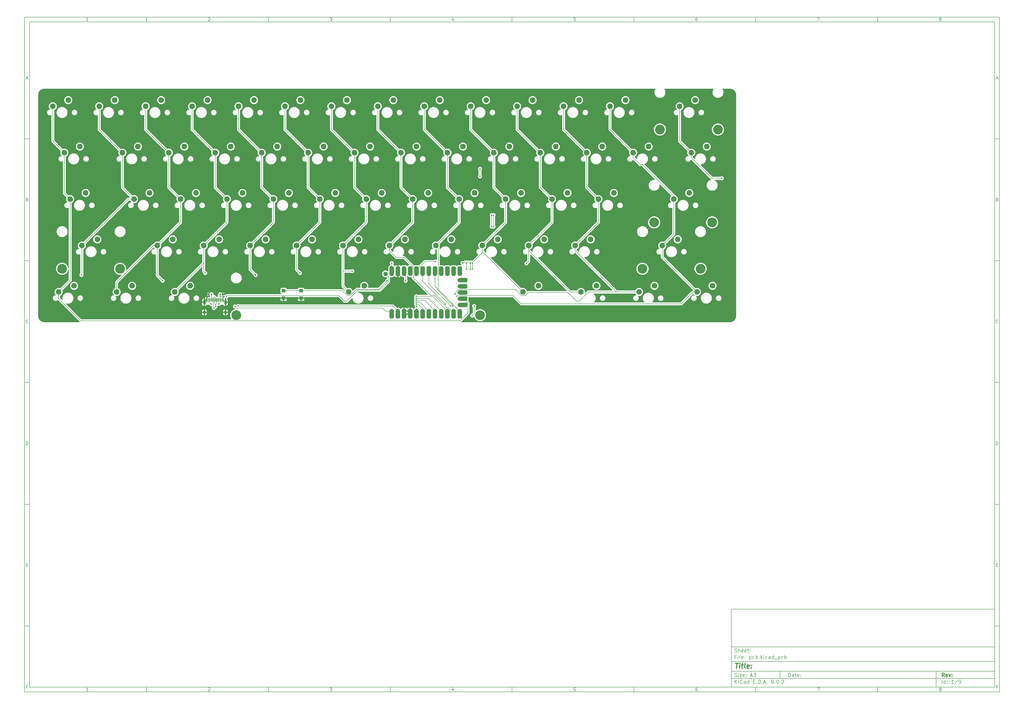
<source format=gbr>
%TF.GenerationSoftware,KiCad,Pcbnew,9.0.2*%
%TF.CreationDate,2025-06-22T01:03:44-04:00*%
%TF.ProjectId,pcb,7063622e-6b69-4636-9164-5f7063625858,rev?*%
%TF.SameCoordinates,Original*%
%TF.FileFunction,Copper,L1,Top*%
%TF.FilePolarity,Positive*%
%FSLAX46Y46*%
G04 Gerber Fmt 4.6, Leading zero omitted, Abs format (unit mm)*
G04 Created by KiCad (PCBNEW 9.0.2) date 2025-06-22 01:03:44*
%MOMM*%
%LPD*%
G01*
G04 APERTURE LIST*
G04 Aperture macros list*
%AMRoundRect*
0 Rectangle with rounded corners*
0 $1 Rounding radius*
0 $2 $3 $4 $5 $6 $7 $8 $9 X,Y pos of 4 corners*
0 Add a 4 corners polygon primitive as box body*
4,1,4,$2,$3,$4,$5,$6,$7,$8,$9,$2,$3,0*
0 Add four circle primitives for the rounded corners*
1,1,$1+$1,$2,$3*
1,1,$1+$1,$4,$5*
1,1,$1+$1,$6,$7*
1,1,$1+$1,$8,$9*
0 Add four rect primitives between the rounded corners*
20,1,$1+$1,$2,$3,$4,$5,0*
20,1,$1+$1,$4,$5,$6,$7,0*
20,1,$1+$1,$6,$7,$8,$9,0*
20,1,$1+$1,$8,$9,$2,$3,0*%
G04 Aperture macros list end*
%ADD10C,0.100000*%
%ADD11C,0.150000*%
%ADD12C,0.300000*%
%ADD13C,0.400000*%
%TA.AperFunction,SMDPad,CuDef*%
%ADD14RoundRect,0.450000X0.450000X-1.300000X0.450000X1.300000X-0.450000X1.300000X-0.450000X-1.300000X0*%
%TD*%
%TA.AperFunction,ComponentPad*%
%ADD15C,1.800000*%
%TD*%
%TA.AperFunction,ComponentPad*%
%ADD16RoundRect,0.450000X0.450000X-0.450000X0.450000X0.450000X-0.450000X0.450000X-0.450000X-0.450000X0*%
%TD*%
%TA.AperFunction,SMDPad,CuDef*%
%ADD17RoundRect,0.450000X1.300000X0.450000X-1.300000X0.450000X-1.300000X-0.450000X1.300000X-0.450000X0*%
%TD*%
%TA.AperFunction,SMDPad,CuDef*%
%ADD18R,1.600000X1.400000*%
%TD*%
%TA.AperFunction,SMDPad,CuDef*%
%ADD19RoundRect,0.135000X-0.135000X-0.185000X0.135000X-0.185000X0.135000X0.185000X-0.135000X0.185000X0*%
%TD*%
%TA.AperFunction,SMDPad,CuDef*%
%ADD20RoundRect,0.135000X0.135000X0.185000X-0.135000X0.185000X-0.135000X-0.185000X0.135000X-0.185000X0*%
%TD*%
%TA.AperFunction,SMDPad,CuDef*%
%ADD21R,0.600000X1.450000*%
%TD*%
%TA.AperFunction,SMDPad,CuDef*%
%ADD22R,0.300000X1.450000*%
%TD*%
%TA.AperFunction,HeatsinkPad*%
%ADD23O,1.000000X2.100000*%
%TD*%
%TA.AperFunction,HeatsinkPad*%
%ADD24O,1.000000X1.600000*%
%TD*%
%TA.AperFunction,ComponentPad*%
%ADD25C,2.300000*%
%TD*%
%TA.AperFunction,ComponentPad*%
%ADD26C,4.000000*%
%TD*%
%TA.AperFunction,ViaPad*%
%ADD27C,0.600000*%
%TD*%
%TA.AperFunction,Conductor*%
%ADD28C,0.200000*%
%TD*%
G04 APERTURE END LIST*
D10*
D11*
X299989000Y-253002200D02*
X407989000Y-253002200D01*
X407989000Y-285002200D01*
X299989000Y-285002200D01*
X299989000Y-253002200D01*
D10*
D11*
X10000000Y-10000000D02*
X409989000Y-10000000D01*
X409989000Y-287002200D01*
X10000000Y-287002200D01*
X10000000Y-10000000D01*
D10*
D11*
X12000000Y-12000000D02*
X407989000Y-12000000D01*
X407989000Y-285002200D01*
X12000000Y-285002200D01*
X12000000Y-12000000D01*
D10*
D11*
X60000000Y-12000000D02*
X60000000Y-10000000D01*
D10*
D11*
X110000000Y-12000000D02*
X110000000Y-10000000D01*
D10*
D11*
X160000000Y-12000000D02*
X160000000Y-10000000D01*
D10*
D11*
X210000000Y-12000000D02*
X210000000Y-10000000D01*
D10*
D11*
X260000000Y-12000000D02*
X260000000Y-10000000D01*
D10*
D11*
X310000000Y-12000000D02*
X310000000Y-10000000D01*
D10*
D11*
X360000000Y-12000000D02*
X360000000Y-10000000D01*
D10*
D11*
X36089160Y-11593604D02*
X35346303Y-11593604D01*
X35717731Y-11593604D02*
X35717731Y-10293604D01*
X35717731Y-10293604D02*
X35593922Y-10479319D01*
X35593922Y-10479319D02*
X35470112Y-10603128D01*
X35470112Y-10603128D02*
X35346303Y-10665033D01*
D10*
D11*
X85346303Y-10417414D02*
X85408207Y-10355509D01*
X85408207Y-10355509D02*
X85532017Y-10293604D01*
X85532017Y-10293604D02*
X85841541Y-10293604D01*
X85841541Y-10293604D02*
X85965350Y-10355509D01*
X85965350Y-10355509D02*
X86027255Y-10417414D01*
X86027255Y-10417414D02*
X86089160Y-10541223D01*
X86089160Y-10541223D02*
X86089160Y-10665033D01*
X86089160Y-10665033D02*
X86027255Y-10850747D01*
X86027255Y-10850747D02*
X85284398Y-11593604D01*
X85284398Y-11593604D02*
X86089160Y-11593604D01*
D10*
D11*
X135284398Y-10293604D02*
X136089160Y-10293604D01*
X136089160Y-10293604D02*
X135655826Y-10788842D01*
X135655826Y-10788842D02*
X135841541Y-10788842D01*
X135841541Y-10788842D02*
X135965350Y-10850747D01*
X135965350Y-10850747D02*
X136027255Y-10912652D01*
X136027255Y-10912652D02*
X136089160Y-11036461D01*
X136089160Y-11036461D02*
X136089160Y-11345985D01*
X136089160Y-11345985D02*
X136027255Y-11469795D01*
X136027255Y-11469795D02*
X135965350Y-11531700D01*
X135965350Y-11531700D02*
X135841541Y-11593604D01*
X135841541Y-11593604D02*
X135470112Y-11593604D01*
X135470112Y-11593604D02*
X135346303Y-11531700D01*
X135346303Y-11531700D02*
X135284398Y-11469795D01*
D10*
D11*
X185965350Y-10726938D02*
X185965350Y-11593604D01*
X185655826Y-10231700D02*
X185346303Y-11160271D01*
X185346303Y-11160271D02*
X186151064Y-11160271D01*
D10*
D11*
X236027255Y-10293604D02*
X235408207Y-10293604D01*
X235408207Y-10293604D02*
X235346303Y-10912652D01*
X235346303Y-10912652D02*
X235408207Y-10850747D01*
X235408207Y-10850747D02*
X235532017Y-10788842D01*
X235532017Y-10788842D02*
X235841541Y-10788842D01*
X235841541Y-10788842D02*
X235965350Y-10850747D01*
X235965350Y-10850747D02*
X236027255Y-10912652D01*
X236027255Y-10912652D02*
X236089160Y-11036461D01*
X236089160Y-11036461D02*
X236089160Y-11345985D01*
X236089160Y-11345985D02*
X236027255Y-11469795D01*
X236027255Y-11469795D02*
X235965350Y-11531700D01*
X235965350Y-11531700D02*
X235841541Y-11593604D01*
X235841541Y-11593604D02*
X235532017Y-11593604D01*
X235532017Y-11593604D02*
X235408207Y-11531700D01*
X235408207Y-11531700D02*
X235346303Y-11469795D01*
D10*
D11*
X285965350Y-10293604D02*
X285717731Y-10293604D01*
X285717731Y-10293604D02*
X285593922Y-10355509D01*
X285593922Y-10355509D02*
X285532017Y-10417414D01*
X285532017Y-10417414D02*
X285408207Y-10603128D01*
X285408207Y-10603128D02*
X285346303Y-10850747D01*
X285346303Y-10850747D02*
X285346303Y-11345985D01*
X285346303Y-11345985D02*
X285408207Y-11469795D01*
X285408207Y-11469795D02*
X285470112Y-11531700D01*
X285470112Y-11531700D02*
X285593922Y-11593604D01*
X285593922Y-11593604D02*
X285841541Y-11593604D01*
X285841541Y-11593604D02*
X285965350Y-11531700D01*
X285965350Y-11531700D02*
X286027255Y-11469795D01*
X286027255Y-11469795D02*
X286089160Y-11345985D01*
X286089160Y-11345985D02*
X286089160Y-11036461D01*
X286089160Y-11036461D02*
X286027255Y-10912652D01*
X286027255Y-10912652D02*
X285965350Y-10850747D01*
X285965350Y-10850747D02*
X285841541Y-10788842D01*
X285841541Y-10788842D02*
X285593922Y-10788842D01*
X285593922Y-10788842D02*
X285470112Y-10850747D01*
X285470112Y-10850747D02*
X285408207Y-10912652D01*
X285408207Y-10912652D02*
X285346303Y-11036461D01*
D10*
D11*
X335284398Y-10293604D02*
X336151064Y-10293604D01*
X336151064Y-10293604D02*
X335593922Y-11593604D01*
D10*
D11*
X385593922Y-10850747D02*
X385470112Y-10788842D01*
X385470112Y-10788842D02*
X385408207Y-10726938D01*
X385408207Y-10726938D02*
X385346303Y-10603128D01*
X385346303Y-10603128D02*
X385346303Y-10541223D01*
X385346303Y-10541223D02*
X385408207Y-10417414D01*
X385408207Y-10417414D02*
X385470112Y-10355509D01*
X385470112Y-10355509D02*
X385593922Y-10293604D01*
X385593922Y-10293604D02*
X385841541Y-10293604D01*
X385841541Y-10293604D02*
X385965350Y-10355509D01*
X385965350Y-10355509D02*
X386027255Y-10417414D01*
X386027255Y-10417414D02*
X386089160Y-10541223D01*
X386089160Y-10541223D02*
X386089160Y-10603128D01*
X386089160Y-10603128D02*
X386027255Y-10726938D01*
X386027255Y-10726938D02*
X385965350Y-10788842D01*
X385965350Y-10788842D02*
X385841541Y-10850747D01*
X385841541Y-10850747D02*
X385593922Y-10850747D01*
X385593922Y-10850747D02*
X385470112Y-10912652D01*
X385470112Y-10912652D02*
X385408207Y-10974557D01*
X385408207Y-10974557D02*
X385346303Y-11098366D01*
X385346303Y-11098366D02*
X385346303Y-11345985D01*
X385346303Y-11345985D02*
X385408207Y-11469795D01*
X385408207Y-11469795D02*
X385470112Y-11531700D01*
X385470112Y-11531700D02*
X385593922Y-11593604D01*
X385593922Y-11593604D02*
X385841541Y-11593604D01*
X385841541Y-11593604D02*
X385965350Y-11531700D01*
X385965350Y-11531700D02*
X386027255Y-11469795D01*
X386027255Y-11469795D02*
X386089160Y-11345985D01*
X386089160Y-11345985D02*
X386089160Y-11098366D01*
X386089160Y-11098366D02*
X386027255Y-10974557D01*
X386027255Y-10974557D02*
X385965350Y-10912652D01*
X385965350Y-10912652D02*
X385841541Y-10850747D01*
D10*
D11*
X60000000Y-285002200D02*
X60000000Y-287002200D01*
D10*
D11*
X110000000Y-285002200D02*
X110000000Y-287002200D01*
D10*
D11*
X160000000Y-285002200D02*
X160000000Y-287002200D01*
D10*
D11*
X210000000Y-285002200D02*
X210000000Y-287002200D01*
D10*
D11*
X260000000Y-285002200D02*
X260000000Y-287002200D01*
D10*
D11*
X310000000Y-285002200D02*
X310000000Y-287002200D01*
D10*
D11*
X360000000Y-285002200D02*
X360000000Y-287002200D01*
D10*
D11*
X36089160Y-286595804D02*
X35346303Y-286595804D01*
X35717731Y-286595804D02*
X35717731Y-285295804D01*
X35717731Y-285295804D02*
X35593922Y-285481519D01*
X35593922Y-285481519D02*
X35470112Y-285605328D01*
X35470112Y-285605328D02*
X35346303Y-285667233D01*
D10*
D11*
X85346303Y-285419614D02*
X85408207Y-285357709D01*
X85408207Y-285357709D02*
X85532017Y-285295804D01*
X85532017Y-285295804D02*
X85841541Y-285295804D01*
X85841541Y-285295804D02*
X85965350Y-285357709D01*
X85965350Y-285357709D02*
X86027255Y-285419614D01*
X86027255Y-285419614D02*
X86089160Y-285543423D01*
X86089160Y-285543423D02*
X86089160Y-285667233D01*
X86089160Y-285667233D02*
X86027255Y-285852947D01*
X86027255Y-285852947D02*
X85284398Y-286595804D01*
X85284398Y-286595804D02*
X86089160Y-286595804D01*
D10*
D11*
X135284398Y-285295804D02*
X136089160Y-285295804D01*
X136089160Y-285295804D02*
X135655826Y-285791042D01*
X135655826Y-285791042D02*
X135841541Y-285791042D01*
X135841541Y-285791042D02*
X135965350Y-285852947D01*
X135965350Y-285852947D02*
X136027255Y-285914852D01*
X136027255Y-285914852D02*
X136089160Y-286038661D01*
X136089160Y-286038661D02*
X136089160Y-286348185D01*
X136089160Y-286348185D02*
X136027255Y-286471995D01*
X136027255Y-286471995D02*
X135965350Y-286533900D01*
X135965350Y-286533900D02*
X135841541Y-286595804D01*
X135841541Y-286595804D02*
X135470112Y-286595804D01*
X135470112Y-286595804D02*
X135346303Y-286533900D01*
X135346303Y-286533900D02*
X135284398Y-286471995D01*
D10*
D11*
X185965350Y-285729138D02*
X185965350Y-286595804D01*
X185655826Y-285233900D02*
X185346303Y-286162471D01*
X185346303Y-286162471D02*
X186151064Y-286162471D01*
D10*
D11*
X236027255Y-285295804D02*
X235408207Y-285295804D01*
X235408207Y-285295804D02*
X235346303Y-285914852D01*
X235346303Y-285914852D02*
X235408207Y-285852947D01*
X235408207Y-285852947D02*
X235532017Y-285791042D01*
X235532017Y-285791042D02*
X235841541Y-285791042D01*
X235841541Y-285791042D02*
X235965350Y-285852947D01*
X235965350Y-285852947D02*
X236027255Y-285914852D01*
X236027255Y-285914852D02*
X236089160Y-286038661D01*
X236089160Y-286038661D02*
X236089160Y-286348185D01*
X236089160Y-286348185D02*
X236027255Y-286471995D01*
X236027255Y-286471995D02*
X235965350Y-286533900D01*
X235965350Y-286533900D02*
X235841541Y-286595804D01*
X235841541Y-286595804D02*
X235532017Y-286595804D01*
X235532017Y-286595804D02*
X235408207Y-286533900D01*
X235408207Y-286533900D02*
X235346303Y-286471995D01*
D10*
D11*
X285965350Y-285295804D02*
X285717731Y-285295804D01*
X285717731Y-285295804D02*
X285593922Y-285357709D01*
X285593922Y-285357709D02*
X285532017Y-285419614D01*
X285532017Y-285419614D02*
X285408207Y-285605328D01*
X285408207Y-285605328D02*
X285346303Y-285852947D01*
X285346303Y-285852947D02*
X285346303Y-286348185D01*
X285346303Y-286348185D02*
X285408207Y-286471995D01*
X285408207Y-286471995D02*
X285470112Y-286533900D01*
X285470112Y-286533900D02*
X285593922Y-286595804D01*
X285593922Y-286595804D02*
X285841541Y-286595804D01*
X285841541Y-286595804D02*
X285965350Y-286533900D01*
X285965350Y-286533900D02*
X286027255Y-286471995D01*
X286027255Y-286471995D02*
X286089160Y-286348185D01*
X286089160Y-286348185D02*
X286089160Y-286038661D01*
X286089160Y-286038661D02*
X286027255Y-285914852D01*
X286027255Y-285914852D02*
X285965350Y-285852947D01*
X285965350Y-285852947D02*
X285841541Y-285791042D01*
X285841541Y-285791042D02*
X285593922Y-285791042D01*
X285593922Y-285791042D02*
X285470112Y-285852947D01*
X285470112Y-285852947D02*
X285408207Y-285914852D01*
X285408207Y-285914852D02*
X285346303Y-286038661D01*
D10*
D11*
X335284398Y-285295804D02*
X336151064Y-285295804D01*
X336151064Y-285295804D02*
X335593922Y-286595804D01*
D10*
D11*
X385593922Y-285852947D02*
X385470112Y-285791042D01*
X385470112Y-285791042D02*
X385408207Y-285729138D01*
X385408207Y-285729138D02*
X385346303Y-285605328D01*
X385346303Y-285605328D02*
X385346303Y-285543423D01*
X385346303Y-285543423D02*
X385408207Y-285419614D01*
X385408207Y-285419614D02*
X385470112Y-285357709D01*
X385470112Y-285357709D02*
X385593922Y-285295804D01*
X385593922Y-285295804D02*
X385841541Y-285295804D01*
X385841541Y-285295804D02*
X385965350Y-285357709D01*
X385965350Y-285357709D02*
X386027255Y-285419614D01*
X386027255Y-285419614D02*
X386089160Y-285543423D01*
X386089160Y-285543423D02*
X386089160Y-285605328D01*
X386089160Y-285605328D02*
X386027255Y-285729138D01*
X386027255Y-285729138D02*
X385965350Y-285791042D01*
X385965350Y-285791042D02*
X385841541Y-285852947D01*
X385841541Y-285852947D02*
X385593922Y-285852947D01*
X385593922Y-285852947D02*
X385470112Y-285914852D01*
X385470112Y-285914852D02*
X385408207Y-285976757D01*
X385408207Y-285976757D02*
X385346303Y-286100566D01*
X385346303Y-286100566D02*
X385346303Y-286348185D01*
X385346303Y-286348185D02*
X385408207Y-286471995D01*
X385408207Y-286471995D02*
X385470112Y-286533900D01*
X385470112Y-286533900D02*
X385593922Y-286595804D01*
X385593922Y-286595804D02*
X385841541Y-286595804D01*
X385841541Y-286595804D02*
X385965350Y-286533900D01*
X385965350Y-286533900D02*
X386027255Y-286471995D01*
X386027255Y-286471995D02*
X386089160Y-286348185D01*
X386089160Y-286348185D02*
X386089160Y-286100566D01*
X386089160Y-286100566D02*
X386027255Y-285976757D01*
X386027255Y-285976757D02*
X385965350Y-285914852D01*
X385965350Y-285914852D02*
X385841541Y-285852947D01*
D10*
D11*
X10000000Y-60000000D02*
X12000000Y-60000000D01*
D10*
D11*
X10000000Y-110000000D02*
X12000000Y-110000000D01*
D10*
D11*
X10000000Y-160000000D02*
X12000000Y-160000000D01*
D10*
D11*
X10000000Y-210000000D02*
X12000000Y-210000000D01*
D10*
D11*
X10000000Y-260000000D02*
X12000000Y-260000000D01*
D10*
D11*
X10690476Y-35222176D02*
X11309523Y-35222176D01*
X10566666Y-35593604D02*
X10999999Y-34293604D01*
X10999999Y-34293604D02*
X11433333Y-35593604D01*
D10*
D11*
X11092857Y-84912652D02*
X11278571Y-84974557D01*
X11278571Y-84974557D02*
X11340476Y-85036461D01*
X11340476Y-85036461D02*
X11402380Y-85160271D01*
X11402380Y-85160271D02*
X11402380Y-85345985D01*
X11402380Y-85345985D02*
X11340476Y-85469795D01*
X11340476Y-85469795D02*
X11278571Y-85531700D01*
X11278571Y-85531700D02*
X11154761Y-85593604D01*
X11154761Y-85593604D02*
X10659523Y-85593604D01*
X10659523Y-85593604D02*
X10659523Y-84293604D01*
X10659523Y-84293604D02*
X11092857Y-84293604D01*
X11092857Y-84293604D02*
X11216666Y-84355509D01*
X11216666Y-84355509D02*
X11278571Y-84417414D01*
X11278571Y-84417414D02*
X11340476Y-84541223D01*
X11340476Y-84541223D02*
X11340476Y-84665033D01*
X11340476Y-84665033D02*
X11278571Y-84788842D01*
X11278571Y-84788842D02*
X11216666Y-84850747D01*
X11216666Y-84850747D02*
X11092857Y-84912652D01*
X11092857Y-84912652D02*
X10659523Y-84912652D01*
D10*
D11*
X11402380Y-135469795D02*
X11340476Y-135531700D01*
X11340476Y-135531700D02*
X11154761Y-135593604D01*
X11154761Y-135593604D02*
X11030952Y-135593604D01*
X11030952Y-135593604D02*
X10845238Y-135531700D01*
X10845238Y-135531700D02*
X10721428Y-135407890D01*
X10721428Y-135407890D02*
X10659523Y-135284080D01*
X10659523Y-135284080D02*
X10597619Y-135036461D01*
X10597619Y-135036461D02*
X10597619Y-134850747D01*
X10597619Y-134850747D02*
X10659523Y-134603128D01*
X10659523Y-134603128D02*
X10721428Y-134479319D01*
X10721428Y-134479319D02*
X10845238Y-134355509D01*
X10845238Y-134355509D02*
X11030952Y-134293604D01*
X11030952Y-134293604D02*
X11154761Y-134293604D01*
X11154761Y-134293604D02*
X11340476Y-134355509D01*
X11340476Y-134355509D02*
X11402380Y-134417414D01*
D10*
D11*
X10659523Y-185593604D02*
X10659523Y-184293604D01*
X10659523Y-184293604D02*
X10969047Y-184293604D01*
X10969047Y-184293604D02*
X11154761Y-184355509D01*
X11154761Y-184355509D02*
X11278571Y-184479319D01*
X11278571Y-184479319D02*
X11340476Y-184603128D01*
X11340476Y-184603128D02*
X11402380Y-184850747D01*
X11402380Y-184850747D02*
X11402380Y-185036461D01*
X11402380Y-185036461D02*
X11340476Y-185284080D01*
X11340476Y-185284080D02*
X11278571Y-185407890D01*
X11278571Y-185407890D02*
X11154761Y-185531700D01*
X11154761Y-185531700D02*
X10969047Y-185593604D01*
X10969047Y-185593604D02*
X10659523Y-185593604D01*
D10*
D11*
X10721428Y-234912652D02*
X11154762Y-234912652D01*
X11340476Y-235593604D02*
X10721428Y-235593604D01*
X10721428Y-235593604D02*
X10721428Y-234293604D01*
X10721428Y-234293604D02*
X11340476Y-234293604D01*
D10*
D11*
X11185714Y-284912652D02*
X10752380Y-284912652D01*
X10752380Y-285593604D02*
X10752380Y-284293604D01*
X10752380Y-284293604D02*
X11371428Y-284293604D01*
D10*
D11*
X409989000Y-60000000D02*
X407989000Y-60000000D01*
D10*
D11*
X409989000Y-110000000D02*
X407989000Y-110000000D01*
D10*
D11*
X409989000Y-160000000D02*
X407989000Y-160000000D01*
D10*
D11*
X409989000Y-210000000D02*
X407989000Y-210000000D01*
D10*
D11*
X409989000Y-260000000D02*
X407989000Y-260000000D01*
D10*
D11*
X408679476Y-35222176D02*
X409298523Y-35222176D01*
X408555666Y-35593604D02*
X408988999Y-34293604D01*
X408988999Y-34293604D02*
X409422333Y-35593604D01*
D10*
D11*
X409081857Y-84912652D02*
X409267571Y-84974557D01*
X409267571Y-84974557D02*
X409329476Y-85036461D01*
X409329476Y-85036461D02*
X409391380Y-85160271D01*
X409391380Y-85160271D02*
X409391380Y-85345985D01*
X409391380Y-85345985D02*
X409329476Y-85469795D01*
X409329476Y-85469795D02*
X409267571Y-85531700D01*
X409267571Y-85531700D02*
X409143761Y-85593604D01*
X409143761Y-85593604D02*
X408648523Y-85593604D01*
X408648523Y-85593604D02*
X408648523Y-84293604D01*
X408648523Y-84293604D02*
X409081857Y-84293604D01*
X409081857Y-84293604D02*
X409205666Y-84355509D01*
X409205666Y-84355509D02*
X409267571Y-84417414D01*
X409267571Y-84417414D02*
X409329476Y-84541223D01*
X409329476Y-84541223D02*
X409329476Y-84665033D01*
X409329476Y-84665033D02*
X409267571Y-84788842D01*
X409267571Y-84788842D02*
X409205666Y-84850747D01*
X409205666Y-84850747D02*
X409081857Y-84912652D01*
X409081857Y-84912652D02*
X408648523Y-84912652D01*
D10*
D11*
X409391380Y-135469795D02*
X409329476Y-135531700D01*
X409329476Y-135531700D02*
X409143761Y-135593604D01*
X409143761Y-135593604D02*
X409019952Y-135593604D01*
X409019952Y-135593604D02*
X408834238Y-135531700D01*
X408834238Y-135531700D02*
X408710428Y-135407890D01*
X408710428Y-135407890D02*
X408648523Y-135284080D01*
X408648523Y-135284080D02*
X408586619Y-135036461D01*
X408586619Y-135036461D02*
X408586619Y-134850747D01*
X408586619Y-134850747D02*
X408648523Y-134603128D01*
X408648523Y-134603128D02*
X408710428Y-134479319D01*
X408710428Y-134479319D02*
X408834238Y-134355509D01*
X408834238Y-134355509D02*
X409019952Y-134293604D01*
X409019952Y-134293604D02*
X409143761Y-134293604D01*
X409143761Y-134293604D02*
X409329476Y-134355509D01*
X409329476Y-134355509D02*
X409391380Y-134417414D01*
D10*
D11*
X408648523Y-185593604D02*
X408648523Y-184293604D01*
X408648523Y-184293604D02*
X408958047Y-184293604D01*
X408958047Y-184293604D02*
X409143761Y-184355509D01*
X409143761Y-184355509D02*
X409267571Y-184479319D01*
X409267571Y-184479319D02*
X409329476Y-184603128D01*
X409329476Y-184603128D02*
X409391380Y-184850747D01*
X409391380Y-184850747D02*
X409391380Y-185036461D01*
X409391380Y-185036461D02*
X409329476Y-185284080D01*
X409329476Y-185284080D02*
X409267571Y-185407890D01*
X409267571Y-185407890D02*
X409143761Y-185531700D01*
X409143761Y-185531700D02*
X408958047Y-185593604D01*
X408958047Y-185593604D02*
X408648523Y-185593604D01*
D10*
D11*
X408710428Y-234912652D02*
X409143762Y-234912652D01*
X409329476Y-235593604D02*
X408710428Y-235593604D01*
X408710428Y-235593604D02*
X408710428Y-234293604D01*
X408710428Y-234293604D02*
X409329476Y-234293604D01*
D10*
D11*
X409174714Y-284912652D02*
X408741380Y-284912652D01*
X408741380Y-285593604D02*
X408741380Y-284293604D01*
X408741380Y-284293604D02*
X409360428Y-284293604D01*
D10*
D11*
X323444826Y-280788328D02*
X323444826Y-279288328D01*
X323444826Y-279288328D02*
X323801969Y-279288328D01*
X323801969Y-279288328D02*
X324016255Y-279359757D01*
X324016255Y-279359757D02*
X324159112Y-279502614D01*
X324159112Y-279502614D02*
X324230541Y-279645471D01*
X324230541Y-279645471D02*
X324301969Y-279931185D01*
X324301969Y-279931185D02*
X324301969Y-280145471D01*
X324301969Y-280145471D02*
X324230541Y-280431185D01*
X324230541Y-280431185D02*
X324159112Y-280574042D01*
X324159112Y-280574042D02*
X324016255Y-280716900D01*
X324016255Y-280716900D02*
X323801969Y-280788328D01*
X323801969Y-280788328D02*
X323444826Y-280788328D01*
X325587684Y-280788328D02*
X325587684Y-280002614D01*
X325587684Y-280002614D02*
X325516255Y-279859757D01*
X325516255Y-279859757D02*
X325373398Y-279788328D01*
X325373398Y-279788328D02*
X325087684Y-279788328D01*
X325087684Y-279788328D02*
X324944826Y-279859757D01*
X325587684Y-280716900D02*
X325444826Y-280788328D01*
X325444826Y-280788328D02*
X325087684Y-280788328D01*
X325087684Y-280788328D02*
X324944826Y-280716900D01*
X324944826Y-280716900D02*
X324873398Y-280574042D01*
X324873398Y-280574042D02*
X324873398Y-280431185D01*
X324873398Y-280431185D02*
X324944826Y-280288328D01*
X324944826Y-280288328D02*
X325087684Y-280216900D01*
X325087684Y-280216900D02*
X325444826Y-280216900D01*
X325444826Y-280216900D02*
X325587684Y-280145471D01*
X326087684Y-279788328D02*
X326659112Y-279788328D01*
X326301969Y-279288328D02*
X326301969Y-280574042D01*
X326301969Y-280574042D02*
X326373398Y-280716900D01*
X326373398Y-280716900D02*
X326516255Y-280788328D01*
X326516255Y-280788328D02*
X326659112Y-280788328D01*
X327730541Y-280716900D02*
X327587684Y-280788328D01*
X327587684Y-280788328D02*
X327301970Y-280788328D01*
X327301970Y-280788328D02*
X327159112Y-280716900D01*
X327159112Y-280716900D02*
X327087684Y-280574042D01*
X327087684Y-280574042D02*
X327087684Y-280002614D01*
X327087684Y-280002614D02*
X327159112Y-279859757D01*
X327159112Y-279859757D02*
X327301970Y-279788328D01*
X327301970Y-279788328D02*
X327587684Y-279788328D01*
X327587684Y-279788328D02*
X327730541Y-279859757D01*
X327730541Y-279859757D02*
X327801970Y-280002614D01*
X327801970Y-280002614D02*
X327801970Y-280145471D01*
X327801970Y-280145471D02*
X327087684Y-280288328D01*
X328444826Y-280645471D02*
X328516255Y-280716900D01*
X328516255Y-280716900D02*
X328444826Y-280788328D01*
X328444826Y-280788328D02*
X328373398Y-280716900D01*
X328373398Y-280716900D02*
X328444826Y-280645471D01*
X328444826Y-280645471D02*
X328444826Y-280788328D01*
X328444826Y-279859757D02*
X328516255Y-279931185D01*
X328516255Y-279931185D02*
X328444826Y-280002614D01*
X328444826Y-280002614D02*
X328373398Y-279931185D01*
X328373398Y-279931185D02*
X328444826Y-279859757D01*
X328444826Y-279859757D02*
X328444826Y-280002614D01*
D10*
D11*
X299989000Y-281502200D02*
X407989000Y-281502200D01*
D10*
D11*
X301444826Y-283588328D02*
X301444826Y-282088328D01*
X302301969Y-283588328D02*
X301659112Y-282731185D01*
X302301969Y-282088328D02*
X301444826Y-282945471D01*
X302944826Y-283588328D02*
X302944826Y-282588328D01*
X302944826Y-282088328D02*
X302873398Y-282159757D01*
X302873398Y-282159757D02*
X302944826Y-282231185D01*
X302944826Y-282231185D02*
X303016255Y-282159757D01*
X303016255Y-282159757D02*
X302944826Y-282088328D01*
X302944826Y-282088328D02*
X302944826Y-282231185D01*
X304516255Y-283445471D02*
X304444827Y-283516900D01*
X304444827Y-283516900D02*
X304230541Y-283588328D01*
X304230541Y-283588328D02*
X304087684Y-283588328D01*
X304087684Y-283588328D02*
X303873398Y-283516900D01*
X303873398Y-283516900D02*
X303730541Y-283374042D01*
X303730541Y-283374042D02*
X303659112Y-283231185D01*
X303659112Y-283231185D02*
X303587684Y-282945471D01*
X303587684Y-282945471D02*
X303587684Y-282731185D01*
X303587684Y-282731185D02*
X303659112Y-282445471D01*
X303659112Y-282445471D02*
X303730541Y-282302614D01*
X303730541Y-282302614D02*
X303873398Y-282159757D01*
X303873398Y-282159757D02*
X304087684Y-282088328D01*
X304087684Y-282088328D02*
X304230541Y-282088328D01*
X304230541Y-282088328D02*
X304444827Y-282159757D01*
X304444827Y-282159757D02*
X304516255Y-282231185D01*
X305801970Y-283588328D02*
X305801970Y-282802614D01*
X305801970Y-282802614D02*
X305730541Y-282659757D01*
X305730541Y-282659757D02*
X305587684Y-282588328D01*
X305587684Y-282588328D02*
X305301970Y-282588328D01*
X305301970Y-282588328D02*
X305159112Y-282659757D01*
X305801970Y-283516900D02*
X305659112Y-283588328D01*
X305659112Y-283588328D02*
X305301970Y-283588328D01*
X305301970Y-283588328D02*
X305159112Y-283516900D01*
X305159112Y-283516900D02*
X305087684Y-283374042D01*
X305087684Y-283374042D02*
X305087684Y-283231185D01*
X305087684Y-283231185D02*
X305159112Y-283088328D01*
X305159112Y-283088328D02*
X305301970Y-283016900D01*
X305301970Y-283016900D02*
X305659112Y-283016900D01*
X305659112Y-283016900D02*
X305801970Y-282945471D01*
X307159113Y-283588328D02*
X307159113Y-282088328D01*
X307159113Y-283516900D02*
X307016255Y-283588328D01*
X307016255Y-283588328D02*
X306730541Y-283588328D01*
X306730541Y-283588328D02*
X306587684Y-283516900D01*
X306587684Y-283516900D02*
X306516255Y-283445471D01*
X306516255Y-283445471D02*
X306444827Y-283302614D01*
X306444827Y-283302614D02*
X306444827Y-282874042D01*
X306444827Y-282874042D02*
X306516255Y-282731185D01*
X306516255Y-282731185D02*
X306587684Y-282659757D01*
X306587684Y-282659757D02*
X306730541Y-282588328D01*
X306730541Y-282588328D02*
X307016255Y-282588328D01*
X307016255Y-282588328D02*
X307159113Y-282659757D01*
X309016255Y-282802614D02*
X309516255Y-282802614D01*
X309730541Y-283588328D02*
X309016255Y-283588328D01*
X309016255Y-283588328D02*
X309016255Y-282088328D01*
X309016255Y-282088328D02*
X309730541Y-282088328D01*
X310373398Y-283445471D02*
X310444827Y-283516900D01*
X310444827Y-283516900D02*
X310373398Y-283588328D01*
X310373398Y-283588328D02*
X310301970Y-283516900D01*
X310301970Y-283516900D02*
X310373398Y-283445471D01*
X310373398Y-283445471D02*
X310373398Y-283588328D01*
X311087684Y-283588328D02*
X311087684Y-282088328D01*
X311087684Y-282088328D02*
X311444827Y-282088328D01*
X311444827Y-282088328D02*
X311659113Y-282159757D01*
X311659113Y-282159757D02*
X311801970Y-282302614D01*
X311801970Y-282302614D02*
X311873399Y-282445471D01*
X311873399Y-282445471D02*
X311944827Y-282731185D01*
X311944827Y-282731185D02*
X311944827Y-282945471D01*
X311944827Y-282945471D02*
X311873399Y-283231185D01*
X311873399Y-283231185D02*
X311801970Y-283374042D01*
X311801970Y-283374042D02*
X311659113Y-283516900D01*
X311659113Y-283516900D02*
X311444827Y-283588328D01*
X311444827Y-283588328D02*
X311087684Y-283588328D01*
X312587684Y-283445471D02*
X312659113Y-283516900D01*
X312659113Y-283516900D02*
X312587684Y-283588328D01*
X312587684Y-283588328D02*
X312516256Y-283516900D01*
X312516256Y-283516900D02*
X312587684Y-283445471D01*
X312587684Y-283445471D02*
X312587684Y-283588328D01*
X313230542Y-283159757D02*
X313944828Y-283159757D01*
X313087685Y-283588328D02*
X313587685Y-282088328D01*
X313587685Y-282088328D02*
X314087685Y-283588328D01*
X314587684Y-283445471D02*
X314659113Y-283516900D01*
X314659113Y-283516900D02*
X314587684Y-283588328D01*
X314587684Y-283588328D02*
X314516256Y-283516900D01*
X314516256Y-283516900D02*
X314587684Y-283445471D01*
X314587684Y-283445471D02*
X314587684Y-283588328D01*
X316516256Y-283588328D02*
X316801970Y-283588328D01*
X316801970Y-283588328D02*
X316944827Y-283516900D01*
X316944827Y-283516900D02*
X317016256Y-283445471D01*
X317016256Y-283445471D02*
X317159113Y-283231185D01*
X317159113Y-283231185D02*
X317230542Y-282945471D01*
X317230542Y-282945471D02*
X317230542Y-282374042D01*
X317230542Y-282374042D02*
X317159113Y-282231185D01*
X317159113Y-282231185D02*
X317087685Y-282159757D01*
X317087685Y-282159757D02*
X316944827Y-282088328D01*
X316944827Y-282088328D02*
X316659113Y-282088328D01*
X316659113Y-282088328D02*
X316516256Y-282159757D01*
X316516256Y-282159757D02*
X316444827Y-282231185D01*
X316444827Y-282231185D02*
X316373399Y-282374042D01*
X316373399Y-282374042D02*
X316373399Y-282731185D01*
X316373399Y-282731185D02*
X316444827Y-282874042D01*
X316444827Y-282874042D02*
X316516256Y-282945471D01*
X316516256Y-282945471D02*
X316659113Y-283016900D01*
X316659113Y-283016900D02*
X316944827Y-283016900D01*
X316944827Y-283016900D02*
X317087685Y-282945471D01*
X317087685Y-282945471D02*
X317159113Y-282874042D01*
X317159113Y-282874042D02*
X317230542Y-282731185D01*
X317873398Y-283445471D02*
X317944827Y-283516900D01*
X317944827Y-283516900D02*
X317873398Y-283588328D01*
X317873398Y-283588328D02*
X317801970Y-283516900D01*
X317801970Y-283516900D02*
X317873398Y-283445471D01*
X317873398Y-283445471D02*
X317873398Y-283588328D01*
X318873399Y-282088328D02*
X319016256Y-282088328D01*
X319016256Y-282088328D02*
X319159113Y-282159757D01*
X319159113Y-282159757D02*
X319230542Y-282231185D01*
X319230542Y-282231185D02*
X319301970Y-282374042D01*
X319301970Y-282374042D02*
X319373399Y-282659757D01*
X319373399Y-282659757D02*
X319373399Y-283016900D01*
X319373399Y-283016900D02*
X319301970Y-283302614D01*
X319301970Y-283302614D02*
X319230542Y-283445471D01*
X319230542Y-283445471D02*
X319159113Y-283516900D01*
X319159113Y-283516900D02*
X319016256Y-283588328D01*
X319016256Y-283588328D02*
X318873399Y-283588328D01*
X318873399Y-283588328D02*
X318730542Y-283516900D01*
X318730542Y-283516900D02*
X318659113Y-283445471D01*
X318659113Y-283445471D02*
X318587684Y-283302614D01*
X318587684Y-283302614D02*
X318516256Y-283016900D01*
X318516256Y-283016900D02*
X318516256Y-282659757D01*
X318516256Y-282659757D02*
X318587684Y-282374042D01*
X318587684Y-282374042D02*
X318659113Y-282231185D01*
X318659113Y-282231185D02*
X318730542Y-282159757D01*
X318730542Y-282159757D02*
X318873399Y-282088328D01*
X320016255Y-283445471D02*
X320087684Y-283516900D01*
X320087684Y-283516900D02*
X320016255Y-283588328D01*
X320016255Y-283588328D02*
X319944827Y-283516900D01*
X319944827Y-283516900D02*
X320016255Y-283445471D01*
X320016255Y-283445471D02*
X320016255Y-283588328D01*
X320659113Y-282231185D02*
X320730541Y-282159757D01*
X320730541Y-282159757D02*
X320873399Y-282088328D01*
X320873399Y-282088328D02*
X321230541Y-282088328D01*
X321230541Y-282088328D02*
X321373399Y-282159757D01*
X321373399Y-282159757D02*
X321444827Y-282231185D01*
X321444827Y-282231185D02*
X321516256Y-282374042D01*
X321516256Y-282374042D02*
X321516256Y-282516900D01*
X321516256Y-282516900D02*
X321444827Y-282731185D01*
X321444827Y-282731185D02*
X320587684Y-283588328D01*
X320587684Y-283588328D02*
X321516256Y-283588328D01*
D10*
D11*
X299989000Y-278502200D02*
X407989000Y-278502200D01*
D10*
D12*
X387400653Y-280780528D02*
X386900653Y-280066242D01*
X386543510Y-280780528D02*
X386543510Y-279280528D01*
X386543510Y-279280528D02*
X387114939Y-279280528D01*
X387114939Y-279280528D02*
X387257796Y-279351957D01*
X387257796Y-279351957D02*
X387329225Y-279423385D01*
X387329225Y-279423385D02*
X387400653Y-279566242D01*
X387400653Y-279566242D02*
X387400653Y-279780528D01*
X387400653Y-279780528D02*
X387329225Y-279923385D01*
X387329225Y-279923385D02*
X387257796Y-279994814D01*
X387257796Y-279994814D02*
X387114939Y-280066242D01*
X387114939Y-280066242D02*
X386543510Y-280066242D01*
X388614939Y-280709100D02*
X388472082Y-280780528D01*
X388472082Y-280780528D02*
X388186368Y-280780528D01*
X388186368Y-280780528D02*
X388043510Y-280709100D01*
X388043510Y-280709100D02*
X387972082Y-280566242D01*
X387972082Y-280566242D02*
X387972082Y-279994814D01*
X387972082Y-279994814D02*
X388043510Y-279851957D01*
X388043510Y-279851957D02*
X388186368Y-279780528D01*
X388186368Y-279780528D02*
X388472082Y-279780528D01*
X388472082Y-279780528D02*
X388614939Y-279851957D01*
X388614939Y-279851957D02*
X388686368Y-279994814D01*
X388686368Y-279994814D02*
X388686368Y-280137671D01*
X388686368Y-280137671D02*
X387972082Y-280280528D01*
X389186367Y-279780528D02*
X389543510Y-280780528D01*
X389543510Y-280780528D02*
X389900653Y-279780528D01*
X390472081Y-280637671D02*
X390543510Y-280709100D01*
X390543510Y-280709100D02*
X390472081Y-280780528D01*
X390472081Y-280780528D02*
X390400653Y-280709100D01*
X390400653Y-280709100D02*
X390472081Y-280637671D01*
X390472081Y-280637671D02*
X390472081Y-280780528D01*
X390472081Y-279851957D02*
X390543510Y-279923385D01*
X390543510Y-279923385D02*
X390472081Y-279994814D01*
X390472081Y-279994814D02*
X390400653Y-279923385D01*
X390400653Y-279923385D02*
X390472081Y-279851957D01*
X390472081Y-279851957D02*
X390472081Y-279994814D01*
D10*
D11*
X301373398Y-280716900D02*
X301587684Y-280788328D01*
X301587684Y-280788328D02*
X301944826Y-280788328D01*
X301944826Y-280788328D02*
X302087684Y-280716900D01*
X302087684Y-280716900D02*
X302159112Y-280645471D01*
X302159112Y-280645471D02*
X302230541Y-280502614D01*
X302230541Y-280502614D02*
X302230541Y-280359757D01*
X302230541Y-280359757D02*
X302159112Y-280216900D01*
X302159112Y-280216900D02*
X302087684Y-280145471D01*
X302087684Y-280145471D02*
X301944826Y-280074042D01*
X301944826Y-280074042D02*
X301659112Y-280002614D01*
X301659112Y-280002614D02*
X301516255Y-279931185D01*
X301516255Y-279931185D02*
X301444826Y-279859757D01*
X301444826Y-279859757D02*
X301373398Y-279716900D01*
X301373398Y-279716900D02*
X301373398Y-279574042D01*
X301373398Y-279574042D02*
X301444826Y-279431185D01*
X301444826Y-279431185D02*
X301516255Y-279359757D01*
X301516255Y-279359757D02*
X301659112Y-279288328D01*
X301659112Y-279288328D02*
X302016255Y-279288328D01*
X302016255Y-279288328D02*
X302230541Y-279359757D01*
X302873397Y-280788328D02*
X302873397Y-279788328D01*
X302873397Y-279288328D02*
X302801969Y-279359757D01*
X302801969Y-279359757D02*
X302873397Y-279431185D01*
X302873397Y-279431185D02*
X302944826Y-279359757D01*
X302944826Y-279359757D02*
X302873397Y-279288328D01*
X302873397Y-279288328D02*
X302873397Y-279431185D01*
X303444826Y-279788328D02*
X304230541Y-279788328D01*
X304230541Y-279788328D02*
X303444826Y-280788328D01*
X303444826Y-280788328D02*
X304230541Y-280788328D01*
X305373398Y-280716900D02*
X305230541Y-280788328D01*
X305230541Y-280788328D02*
X304944827Y-280788328D01*
X304944827Y-280788328D02*
X304801969Y-280716900D01*
X304801969Y-280716900D02*
X304730541Y-280574042D01*
X304730541Y-280574042D02*
X304730541Y-280002614D01*
X304730541Y-280002614D02*
X304801969Y-279859757D01*
X304801969Y-279859757D02*
X304944827Y-279788328D01*
X304944827Y-279788328D02*
X305230541Y-279788328D01*
X305230541Y-279788328D02*
X305373398Y-279859757D01*
X305373398Y-279859757D02*
X305444827Y-280002614D01*
X305444827Y-280002614D02*
X305444827Y-280145471D01*
X305444827Y-280145471D02*
X304730541Y-280288328D01*
X306087683Y-280645471D02*
X306159112Y-280716900D01*
X306159112Y-280716900D02*
X306087683Y-280788328D01*
X306087683Y-280788328D02*
X306016255Y-280716900D01*
X306016255Y-280716900D02*
X306087683Y-280645471D01*
X306087683Y-280645471D02*
X306087683Y-280788328D01*
X306087683Y-279859757D02*
X306159112Y-279931185D01*
X306159112Y-279931185D02*
X306087683Y-280002614D01*
X306087683Y-280002614D02*
X306016255Y-279931185D01*
X306016255Y-279931185D02*
X306087683Y-279859757D01*
X306087683Y-279859757D02*
X306087683Y-280002614D01*
X307873398Y-280359757D02*
X308587684Y-280359757D01*
X307730541Y-280788328D02*
X308230541Y-279288328D01*
X308230541Y-279288328D02*
X308730541Y-280788328D01*
X309087683Y-279288328D02*
X310016255Y-279288328D01*
X310016255Y-279288328D02*
X309516255Y-279859757D01*
X309516255Y-279859757D02*
X309730540Y-279859757D01*
X309730540Y-279859757D02*
X309873398Y-279931185D01*
X309873398Y-279931185D02*
X309944826Y-280002614D01*
X309944826Y-280002614D02*
X310016255Y-280145471D01*
X310016255Y-280145471D02*
X310016255Y-280502614D01*
X310016255Y-280502614D02*
X309944826Y-280645471D01*
X309944826Y-280645471D02*
X309873398Y-280716900D01*
X309873398Y-280716900D02*
X309730540Y-280788328D01*
X309730540Y-280788328D02*
X309301969Y-280788328D01*
X309301969Y-280788328D02*
X309159112Y-280716900D01*
X309159112Y-280716900D02*
X309087683Y-280645471D01*
D10*
D11*
X386444826Y-283588328D02*
X386444826Y-282088328D01*
X387801970Y-283588328D02*
X387801970Y-282088328D01*
X387801970Y-283516900D02*
X387659112Y-283588328D01*
X387659112Y-283588328D02*
X387373398Y-283588328D01*
X387373398Y-283588328D02*
X387230541Y-283516900D01*
X387230541Y-283516900D02*
X387159112Y-283445471D01*
X387159112Y-283445471D02*
X387087684Y-283302614D01*
X387087684Y-283302614D02*
X387087684Y-282874042D01*
X387087684Y-282874042D02*
X387159112Y-282731185D01*
X387159112Y-282731185D02*
X387230541Y-282659757D01*
X387230541Y-282659757D02*
X387373398Y-282588328D01*
X387373398Y-282588328D02*
X387659112Y-282588328D01*
X387659112Y-282588328D02*
X387801970Y-282659757D01*
X388516255Y-283445471D02*
X388587684Y-283516900D01*
X388587684Y-283516900D02*
X388516255Y-283588328D01*
X388516255Y-283588328D02*
X388444827Y-283516900D01*
X388444827Y-283516900D02*
X388516255Y-283445471D01*
X388516255Y-283445471D02*
X388516255Y-283588328D01*
X388516255Y-282659757D02*
X388587684Y-282731185D01*
X388587684Y-282731185D02*
X388516255Y-282802614D01*
X388516255Y-282802614D02*
X388444827Y-282731185D01*
X388444827Y-282731185D02*
X388516255Y-282659757D01*
X388516255Y-282659757D02*
X388516255Y-282802614D01*
X391159113Y-283588328D02*
X390301970Y-283588328D01*
X390730541Y-283588328D02*
X390730541Y-282088328D01*
X390730541Y-282088328D02*
X390587684Y-282302614D01*
X390587684Y-282302614D02*
X390444827Y-282445471D01*
X390444827Y-282445471D02*
X390301970Y-282516900D01*
X392873398Y-282016900D02*
X391587684Y-283945471D01*
X393444827Y-283588328D02*
X393730541Y-283588328D01*
X393730541Y-283588328D02*
X393873398Y-283516900D01*
X393873398Y-283516900D02*
X393944827Y-283445471D01*
X393944827Y-283445471D02*
X394087684Y-283231185D01*
X394087684Y-283231185D02*
X394159113Y-282945471D01*
X394159113Y-282945471D02*
X394159113Y-282374042D01*
X394159113Y-282374042D02*
X394087684Y-282231185D01*
X394087684Y-282231185D02*
X394016256Y-282159757D01*
X394016256Y-282159757D02*
X393873398Y-282088328D01*
X393873398Y-282088328D02*
X393587684Y-282088328D01*
X393587684Y-282088328D02*
X393444827Y-282159757D01*
X393444827Y-282159757D02*
X393373398Y-282231185D01*
X393373398Y-282231185D02*
X393301970Y-282374042D01*
X393301970Y-282374042D02*
X393301970Y-282731185D01*
X393301970Y-282731185D02*
X393373398Y-282874042D01*
X393373398Y-282874042D02*
X393444827Y-282945471D01*
X393444827Y-282945471D02*
X393587684Y-283016900D01*
X393587684Y-283016900D02*
X393873398Y-283016900D01*
X393873398Y-283016900D02*
X394016256Y-282945471D01*
X394016256Y-282945471D02*
X394087684Y-282874042D01*
X394087684Y-282874042D02*
X394159113Y-282731185D01*
D10*
D11*
X299989000Y-274502200D02*
X407989000Y-274502200D01*
D10*
D13*
X301680728Y-275206638D02*
X302823585Y-275206638D01*
X302002157Y-277206638D02*
X302252157Y-275206638D01*
X303240252Y-277206638D02*
X303406919Y-275873304D01*
X303490252Y-275206638D02*
X303383109Y-275301876D01*
X303383109Y-275301876D02*
X303466443Y-275397114D01*
X303466443Y-275397114D02*
X303573586Y-275301876D01*
X303573586Y-275301876D02*
X303490252Y-275206638D01*
X303490252Y-275206638D02*
X303466443Y-275397114D01*
X304073586Y-275873304D02*
X304835490Y-275873304D01*
X304442633Y-275206638D02*
X304228348Y-276920923D01*
X304228348Y-276920923D02*
X304299776Y-277111400D01*
X304299776Y-277111400D02*
X304478348Y-277206638D01*
X304478348Y-277206638D02*
X304668824Y-277206638D01*
X305621205Y-277206638D02*
X305442633Y-277111400D01*
X305442633Y-277111400D02*
X305371205Y-276920923D01*
X305371205Y-276920923D02*
X305585490Y-275206638D01*
X307156919Y-277111400D02*
X306954538Y-277206638D01*
X306954538Y-277206638D02*
X306573585Y-277206638D01*
X306573585Y-277206638D02*
X306395014Y-277111400D01*
X306395014Y-277111400D02*
X306323585Y-276920923D01*
X306323585Y-276920923D02*
X306418824Y-276159019D01*
X306418824Y-276159019D02*
X306537871Y-275968542D01*
X306537871Y-275968542D02*
X306740252Y-275873304D01*
X306740252Y-275873304D02*
X307121204Y-275873304D01*
X307121204Y-275873304D02*
X307299776Y-275968542D01*
X307299776Y-275968542D02*
X307371204Y-276159019D01*
X307371204Y-276159019D02*
X307347395Y-276349495D01*
X307347395Y-276349495D02*
X306371204Y-276539971D01*
X308121205Y-277016161D02*
X308204538Y-277111400D01*
X308204538Y-277111400D02*
X308097395Y-277206638D01*
X308097395Y-277206638D02*
X308014062Y-277111400D01*
X308014062Y-277111400D02*
X308121205Y-277016161D01*
X308121205Y-277016161D02*
X308097395Y-277206638D01*
X308252157Y-275968542D02*
X308335490Y-276063780D01*
X308335490Y-276063780D02*
X308228348Y-276159019D01*
X308228348Y-276159019D02*
X308145014Y-276063780D01*
X308145014Y-276063780D02*
X308252157Y-275968542D01*
X308252157Y-275968542D02*
X308228348Y-276159019D01*
D10*
D11*
X301944826Y-272602614D02*
X301444826Y-272602614D01*
X301444826Y-273388328D02*
X301444826Y-271888328D01*
X301444826Y-271888328D02*
X302159112Y-271888328D01*
X302730540Y-273388328D02*
X302730540Y-272388328D01*
X302730540Y-271888328D02*
X302659112Y-271959757D01*
X302659112Y-271959757D02*
X302730540Y-272031185D01*
X302730540Y-272031185D02*
X302801969Y-271959757D01*
X302801969Y-271959757D02*
X302730540Y-271888328D01*
X302730540Y-271888328D02*
X302730540Y-272031185D01*
X303659112Y-273388328D02*
X303516255Y-273316900D01*
X303516255Y-273316900D02*
X303444826Y-273174042D01*
X303444826Y-273174042D02*
X303444826Y-271888328D01*
X304801969Y-273316900D02*
X304659112Y-273388328D01*
X304659112Y-273388328D02*
X304373398Y-273388328D01*
X304373398Y-273388328D02*
X304230540Y-273316900D01*
X304230540Y-273316900D02*
X304159112Y-273174042D01*
X304159112Y-273174042D02*
X304159112Y-272602614D01*
X304159112Y-272602614D02*
X304230540Y-272459757D01*
X304230540Y-272459757D02*
X304373398Y-272388328D01*
X304373398Y-272388328D02*
X304659112Y-272388328D01*
X304659112Y-272388328D02*
X304801969Y-272459757D01*
X304801969Y-272459757D02*
X304873398Y-272602614D01*
X304873398Y-272602614D02*
X304873398Y-272745471D01*
X304873398Y-272745471D02*
X304159112Y-272888328D01*
X305516254Y-273245471D02*
X305587683Y-273316900D01*
X305587683Y-273316900D02*
X305516254Y-273388328D01*
X305516254Y-273388328D02*
X305444826Y-273316900D01*
X305444826Y-273316900D02*
X305516254Y-273245471D01*
X305516254Y-273245471D02*
X305516254Y-273388328D01*
X305516254Y-272459757D02*
X305587683Y-272531185D01*
X305587683Y-272531185D02*
X305516254Y-272602614D01*
X305516254Y-272602614D02*
X305444826Y-272531185D01*
X305444826Y-272531185D02*
X305516254Y-272459757D01*
X305516254Y-272459757D02*
X305516254Y-272602614D01*
X307373397Y-272388328D02*
X307373397Y-273888328D01*
X307373397Y-272459757D02*
X307516255Y-272388328D01*
X307516255Y-272388328D02*
X307801969Y-272388328D01*
X307801969Y-272388328D02*
X307944826Y-272459757D01*
X307944826Y-272459757D02*
X308016255Y-272531185D01*
X308016255Y-272531185D02*
X308087683Y-272674042D01*
X308087683Y-272674042D02*
X308087683Y-273102614D01*
X308087683Y-273102614D02*
X308016255Y-273245471D01*
X308016255Y-273245471D02*
X307944826Y-273316900D01*
X307944826Y-273316900D02*
X307801969Y-273388328D01*
X307801969Y-273388328D02*
X307516255Y-273388328D01*
X307516255Y-273388328D02*
X307373397Y-273316900D01*
X309373398Y-273316900D02*
X309230540Y-273388328D01*
X309230540Y-273388328D02*
X308944826Y-273388328D01*
X308944826Y-273388328D02*
X308801969Y-273316900D01*
X308801969Y-273316900D02*
X308730540Y-273245471D01*
X308730540Y-273245471D02*
X308659112Y-273102614D01*
X308659112Y-273102614D02*
X308659112Y-272674042D01*
X308659112Y-272674042D02*
X308730540Y-272531185D01*
X308730540Y-272531185D02*
X308801969Y-272459757D01*
X308801969Y-272459757D02*
X308944826Y-272388328D01*
X308944826Y-272388328D02*
X309230540Y-272388328D01*
X309230540Y-272388328D02*
X309373398Y-272459757D01*
X310016254Y-273388328D02*
X310016254Y-271888328D01*
X310016254Y-272459757D02*
X310159112Y-272388328D01*
X310159112Y-272388328D02*
X310444826Y-272388328D01*
X310444826Y-272388328D02*
X310587683Y-272459757D01*
X310587683Y-272459757D02*
X310659112Y-272531185D01*
X310659112Y-272531185D02*
X310730540Y-272674042D01*
X310730540Y-272674042D02*
X310730540Y-273102614D01*
X310730540Y-273102614D02*
X310659112Y-273245471D01*
X310659112Y-273245471D02*
X310587683Y-273316900D01*
X310587683Y-273316900D02*
X310444826Y-273388328D01*
X310444826Y-273388328D02*
X310159112Y-273388328D01*
X310159112Y-273388328D02*
X310016254Y-273316900D01*
X311373397Y-273245471D02*
X311444826Y-273316900D01*
X311444826Y-273316900D02*
X311373397Y-273388328D01*
X311373397Y-273388328D02*
X311301969Y-273316900D01*
X311301969Y-273316900D02*
X311373397Y-273245471D01*
X311373397Y-273245471D02*
X311373397Y-273388328D01*
X312087683Y-273388328D02*
X312087683Y-271888328D01*
X312230541Y-272816900D02*
X312659112Y-273388328D01*
X312659112Y-272388328D02*
X312087683Y-272959757D01*
X313301969Y-273388328D02*
X313301969Y-272388328D01*
X313301969Y-271888328D02*
X313230541Y-271959757D01*
X313230541Y-271959757D02*
X313301969Y-272031185D01*
X313301969Y-272031185D02*
X313373398Y-271959757D01*
X313373398Y-271959757D02*
X313301969Y-271888328D01*
X313301969Y-271888328D02*
X313301969Y-272031185D01*
X314659113Y-273316900D02*
X314516255Y-273388328D01*
X314516255Y-273388328D02*
X314230541Y-273388328D01*
X314230541Y-273388328D02*
X314087684Y-273316900D01*
X314087684Y-273316900D02*
X314016255Y-273245471D01*
X314016255Y-273245471D02*
X313944827Y-273102614D01*
X313944827Y-273102614D02*
X313944827Y-272674042D01*
X313944827Y-272674042D02*
X314016255Y-272531185D01*
X314016255Y-272531185D02*
X314087684Y-272459757D01*
X314087684Y-272459757D02*
X314230541Y-272388328D01*
X314230541Y-272388328D02*
X314516255Y-272388328D01*
X314516255Y-272388328D02*
X314659113Y-272459757D01*
X315944827Y-273388328D02*
X315944827Y-272602614D01*
X315944827Y-272602614D02*
X315873398Y-272459757D01*
X315873398Y-272459757D02*
X315730541Y-272388328D01*
X315730541Y-272388328D02*
X315444827Y-272388328D01*
X315444827Y-272388328D02*
X315301969Y-272459757D01*
X315944827Y-273316900D02*
X315801969Y-273388328D01*
X315801969Y-273388328D02*
X315444827Y-273388328D01*
X315444827Y-273388328D02*
X315301969Y-273316900D01*
X315301969Y-273316900D02*
X315230541Y-273174042D01*
X315230541Y-273174042D02*
X315230541Y-273031185D01*
X315230541Y-273031185D02*
X315301969Y-272888328D01*
X315301969Y-272888328D02*
X315444827Y-272816900D01*
X315444827Y-272816900D02*
X315801969Y-272816900D01*
X315801969Y-272816900D02*
X315944827Y-272745471D01*
X317301970Y-273388328D02*
X317301970Y-271888328D01*
X317301970Y-273316900D02*
X317159112Y-273388328D01*
X317159112Y-273388328D02*
X316873398Y-273388328D01*
X316873398Y-273388328D02*
X316730541Y-273316900D01*
X316730541Y-273316900D02*
X316659112Y-273245471D01*
X316659112Y-273245471D02*
X316587684Y-273102614D01*
X316587684Y-273102614D02*
X316587684Y-272674042D01*
X316587684Y-272674042D02*
X316659112Y-272531185D01*
X316659112Y-272531185D02*
X316730541Y-272459757D01*
X316730541Y-272459757D02*
X316873398Y-272388328D01*
X316873398Y-272388328D02*
X317159112Y-272388328D01*
X317159112Y-272388328D02*
X317301970Y-272459757D01*
X317659113Y-273531185D02*
X318801970Y-273531185D01*
X319159112Y-272388328D02*
X319159112Y-273888328D01*
X319159112Y-272459757D02*
X319301970Y-272388328D01*
X319301970Y-272388328D02*
X319587684Y-272388328D01*
X319587684Y-272388328D02*
X319730541Y-272459757D01*
X319730541Y-272459757D02*
X319801970Y-272531185D01*
X319801970Y-272531185D02*
X319873398Y-272674042D01*
X319873398Y-272674042D02*
X319873398Y-273102614D01*
X319873398Y-273102614D02*
X319801970Y-273245471D01*
X319801970Y-273245471D02*
X319730541Y-273316900D01*
X319730541Y-273316900D02*
X319587684Y-273388328D01*
X319587684Y-273388328D02*
X319301970Y-273388328D01*
X319301970Y-273388328D02*
X319159112Y-273316900D01*
X321159113Y-273316900D02*
X321016255Y-273388328D01*
X321016255Y-273388328D02*
X320730541Y-273388328D01*
X320730541Y-273388328D02*
X320587684Y-273316900D01*
X320587684Y-273316900D02*
X320516255Y-273245471D01*
X320516255Y-273245471D02*
X320444827Y-273102614D01*
X320444827Y-273102614D02*
X320444827Y-272674042D01*
X320444827Y-272674042D02*
X320516255Y-272531185D01*
X320516255Y-272531185D02*
X320587684Y-272459757D01*
X320587684Y-272459757D02*
X320730541Y-272388328D01*
X320730541Y-272388328D02*
X321016255Y-272388328D01*
X321016255Y-272388328D02*
X321159113Y-272459757D01*
X321801969Y-273388328D02*
X321801969Y-271888328D01*
X321801969Y-272459757D02*
X321944827Y-272388328D01*
X321944827Y-272388328D02*
X322230541Y-272388328D01*
X322230541Y-272388328D02*
X322373398Y-272459757D01*
X322373398Y-272459757D02*
X322444827Y-272531185D01*
X322444827Y-272531185D02*
X322516255Y-272674042D01*
X322516255Y-272674042D02*
X322516255Y-273102614D01*
X322516255Y-273102614D02*
X322444827Y-273245471D01*
X322444827Y-273245471D02*
X322373398Y-273316900D01*
X322373398Y-273316900D02*
X322230541Y-273388328D01*
X322230541Y-273388328D02*
X321944827Y-273388328D01*
X321944827Y-273388328D02*
X321801969Y-273316900D01*
D10*
D11*
X299989000Y-268502200D02*
X407989000Y-268502200D01*
D10*
D11*
X301373398Y-270616900D02*
X301587684Y-270688328D01*
X301587684Y-270688328D02*
X301944826Y-270688328D01*
X301944826Y-270688328D02*
X302087684Y-270616900D01*
X302087684Y-270616900D02*
X302159112Y-270545471D01*
X302159112Y-270545471D02*
X302230541Y-270402614D01*
X302230541Y-270402614D02*
X302230541Y-270259757D01*
X302230541Y-270259757D02*
X302159112Y-270116900D01*
X302159112Y-270116900D02*
X302087684Y-270045471D01*
X302087684Y-270045471D02*
X301944826Y-269974042D01*
X301944826Y-269974042D02*
X301659112Y-269902614D01*
X301659112Y-269902614D02*
X301516255Y-269831185D01*
X301516255Y-269831185D02*
X301444826Y-269759757D01*
X301444826Y-269759757D02*
X301373398Y-269616900D01*
X301373398Y-269616900D02*
X301373398Y-269474042D01*
X301373398Y-269474042D02*
X301444826Y-269331185D01*
X301444826Y-269331185D02*
X301516255Y-269259757D01*
X301516255Y-269259757D02*
X301659112Y-269188328D01*
X301659112Y-269188328D02*
X302016255Y-269188328D01*
X302016255Y-269188328D02*
X302230541Y-269259757D01*
X302873397Y-270688328D02*
X302873397Y-269188328D01*
X303516255Y-270688328D02*
X303516255Y-269902614D01*
X303516255Y-269902614D02*
X303444826Y-269759757D01*
X303444826Y-269759757D02*
X303301969Y-269688328D01*
X303301969Y-269688328D02*
X303087683Y-269688328D01*
X303087683Y-269688328D02*
X302944826Y-269759757D01*
X302944826Y-269759757D02*
X302873397Y-269831185D01*
X304801969Y-270616900D02*
X304659112Y-270688328D01*
X304659112Y-270688328D02*
X304373398Y-270688328D01*
X304373398Y-270688328D02*
X304230540Y-270616900D01*
X304230540Y-270616900D02*
X304159112Y-270474042D01*
X304159112Y-270474042D02*
X304159112Y-269902614D01*
X304159112Y-269902614D02*
X304230540Y-269759757D01*
X304230540Y-269759757D02*
X304373398Y-269688328D01*
X304373398Y-269688328D02*
X304659112Y-269688328D01*
X304659112Y-269688328D02*
X304801969Y-269759757D01*
X304801969Y-269759757D02*
X304873398Y-269902614D01*
X304873398Y-269902614D02*
X304873398Y-270045471D01*
X304873398Y-270045471D02*
X304159112Y-270188328D01*
X306087683Y-270616900D02*
X305944826Y-270688328D01*
X305944826Y-270688328D02*
X305659112Y-270688328D01*
X305659112Y-270688328D02*
X305516254Y-270616900D01*
X305516254Y-270616900D02*
X305444826Y-270474042D01*
X305444826Y-270474042D02*
X305444826Y-269902614D01*
X305444826Y-269902614D02*
X305516254Y-269759757D01*
X305516254Y-269759757D02*
X305659112Y-269688328D01*
X305659112Y-269688328D02*
X305944826Y-269688328D01*
X305944826Y-269688328D02*
X306087683Y-269759757D01*
X306087683Y-269759757D02*
X306159112Y-269902614D01*
X306159112Y-269902614D02*
X306159112Y-270045471D01*
X306159112Y-270045471D02*
X305444826Y-270188328D01*
X306587683Y-269688328D02*
X307159111Y-269688328D01*
X306801968Y-269188328D02*
X306801968Y-270474042D01*
X306801968Y-270474042D02*
X306873397Y-270616900D01*
X306873397Y-270616900D02*
X307016254Y-270688328D01*
X307016254Y-270688328D02*
X307159111Y-270688328D01*
X307659111Y-270545471D02*
X307730540Y-270616900D01*
X307730540Y-270616900D02*
X307659111Y-270688328D01*
X307659111Y-270688328D02*
X307587683Y-270616900D01*
X307587683Y-270616900D02*
X307659111Y-270545471D01*
X307659111Y-270545471D02*
X307659111Y-270688328D01*
X307659111Y-269759757D02*
X307730540Y-269831185D01*
X307730540Y-269831185D02*
X307659111Y-269902614D01*
X307659111Y-269902614D02*
X307587683Y-269831185D01*
X307587683Y-269831185D02*
X307659111Y-269759757D01*
X307659111Y-269759757D02*
X307659111Y-269902614D01*
D10*
D11*
X319989000Y-278502200D02*
X319989000Y-281502200D01*
D10*
D11*
X383989000Y-278502200D02*
X383989000Y-285002200D01*
D14*
%TO.P,U3,1,D3-TX*%
%TO.N,D+*%
X160655000Y-131951250D03*
D15*
X160655000Y-130651250D03*
D14*
%TO.P,U3,2,D2-RX*%
%TO.N,D-*%
X163195000Y-131951250D03*
D15*
X163195000Y-130651250D03*
D14*
%TO.P,U3,3,GND*%
%TO.N,GND*%
X165735000Y-131951250D03*
D16*
X165735000Y-130651250D03*
D14*
%TO.P,U3,4,GND*%
X168274999Y-131951250D03*
D16*
X168275000Y-130651250D03*
D14*
%TO.P,U3,5,D1*%
%TO.N,COL1*%
X170815000Y-131951250D03*
D15*
X170815000Y-130651250D03*
D14*
%TO.P,U3,6,D0*%
%TO.N,COL2*%
X173355000Y-131951250D03*
D15*
X173355000Y-130651250D03*
D14*
%TO.P,U3,7,D4*%
%TO.N,COL3*%
X175895000Y-131951250D03*
D15*
X175895000Y-130651250D03*
D14*
%TO.P,U3,8,C6*%
%TO.N,COL4*%
X178435000Y-131951250D03*
D15*
X178435000Y-130651250D03*
D14*
%TO.P,U3,9,D7*%
%TO.N,COL5*%
X180975001Y-131951250D03*
D15*
X180975000Y-130651250D03*
D14*
%TO.P,U3,10,E6*%
%TO.N,COL6*%
X183515000Y-131951250D03*
D15*
X183515000Y-130651250D03*
D14*
%TO.P,U3,11,B4*%
%TO.N,COL7*%
X186055000Y-131951250D03*
D15*
X186055000Y-130651250D03*
D14*
%TO.P,U3,12,B5*%
%TO.N,COL8*%
X188595000Y-131951250D03*
D15*
X188595000Y-130651250D03*
%TO.P,U3,13,B0*%
%TO.N,COL9*%
X160655000Y-115411250D03*
D14*
X160655000Y-114111250D03*
D16*
%TO.P,U3,14,GND*%
%TO.N,GND*%
X163195000Y-115411250D03*
D14*
X163195000Y-114111250D03*
D15*
%TO.P,U3,15,RST*%
%TO.N,RESET*%
X165735000Y-115411250D03*
D14*
X165735000Y-114111250D03*
D15*
%TO.P,U3,16,VCC*%
%TO.N,unconnected-(U3-VCC-Pad16)_1*%
X168275000Y-115411250D03*
D14*
%TO.N,unconnected-(U3-VCC-Pad16)*%
X168274999Y-114111250D03*
D15*
%TO.P,U3,17,F4*%
%TO.N,COL10*%
X170815000Y-115411250D03*
D14*
X170815000Y-114111250D03*
D15*
%TO.P,U3,18,F5*%
%TO.N,COL11*%
X173355000Y-115411250D03*
D14*
X173355000Y-114111250D03*
D15*
%TO.P,U3,19,F6*%
%TO.N,COL12*%
X175895000Y-115411250D03*
D14*
X175895000Y-114111250D03*
D15*
%TO.P,U3,20,F7*%
%TO.N,COL13*%
X178435000Y-115411250D03*
D14*
X178435000Y-114111250D03*
D15*
%TO.P,U3,21,B1*%
%TO.N,ROW4*%
X180975000Y-115411250D03*
D14*
X180975001Y-114111250D03*
D15*
%TO.P,U3,22,B3*%
%TO.N,ROW3*%
X183515000Y-115411250D03*
D14*
X183515000Y-114111250D03*
D15*
%TO.P,U3,23,B2*%
%TO.N,ROW2*%
X186055000Y-115411250D03*
D14*
X186055000Y-114111250D03*
D15*
%TO.P,U3,24,B6*%
%TO.N,ROW1*%
X188595000Y-115411250D03*
D14*
X188595000Y-114111250D03*
D15*
%TO.P,U3,25,B7*%
%TO.N,ROW0*%
X188595000Y-128111250D03*
D17*
X189895000Y-128111250D03*
D15*
%TO.P,U3,26,D5*%
%TO.N,COL0*%
X188595000Y-125571250D03*
D17*
X189895000Y-125571250D03*
D15*
%TO.P,U3,27,C7*%
%TO.N,unconnected-(U3-C7-Pad27)_1*%
X188595000Y-123031250D03*
D17*
%TO.N,unconnected-(U3-C7-Pad27)*%
X189895001Y-123031250D03*
D15*
%TO.P,U3,28,F1*%
%TO.N,unconnected-(U3-F1-Pad28)*%
X188595000Y-120491250D03*
D17*
%TO.N,unconnected-(U3-F1-Pad28)_1*%
X189895000Y-120491250D03*
D15*
%TO.P,U3,29,F0*%
%TO.N,unconnected-(U3-F0-Pad29)_1*%
X188595000Y-117951250D03*
D17*
%TO.N,unconnected-(U3-F0-Pad29)*%
X189895000Y-117951250D03*
D15*
%TO.P,U3,30,VBUS*%
%TO.N,VBUS*%
X158115000Y-115411250D03*
%TD*%
D18*
%TO.P,RST1,1,1*%
%TO.N,RESET*%
X116256250Y-122325000D03*
X123456250Y-122325000D03*
%TO.P,RST1,2,2*%
%TO.N,GND*%
X116256250Y-125325000D03*
X123456250Y-125325000D03*
%TD*%
D19*
%TO.P,R2,1*%
%TO.N,Net-(J1-CC2)*%
X90261250Y-123825000D03*
%TO.P,R2,2*%
%TO.N,GND*%
X91281250Y-123825000D03*
%TD*%
D20*
%TO.P,R1,1*%
%TO.N,Net-(J1-CC1)*%
X86744998Y-123825000D03*
%TO.P,R1,2*%
%TO.N,GND*%
X85725000Y-123825000D03*
%TD*%
D21*
%TO.P,J1,A1,GND*%
%TO.N,GND*%
X84856250Y-126130000D03*
%TO.P,J1,A4,VBUS*%
%TO.N,VBUS*%
X85656249Y-126130000D03*
D22*
%TO.P,J1,A5,CC1*%
%TO.N,Net-(J1-CC1)*%
X86856250Y-126130001D03*
%TO.P,J1,A6,D+*%
%TO.N,D+*%
X87856250Y-126130000D03*
%TO.P,J1,A7,D-*%
%TO.N,D-*%
X88356250Y-126130000D03*
%TO.P,J1,A8,SBU1*%
%TO.N,unconnected-(J1-SBU1-PadA8)*%
X89356250Y-126130001D03*
D21*
%TO.P,J1,A9,VBUS*%
%TO.N,VBUS*%
X90556251Y-126130000D03*
%TO.P,J1,A12,GND*%
%TO.N,GND*%
X91356250Y-126130000D03*
%TO.P,J1,B1,GND*%
X91356250Y-126130000D03*
%TO.P,J1,B4,VBUS*%
%TO.N,VBUS*%
X90556251Y-126130000D03*
D22*
%TO.P,J1,B5,CC2*%
%TO.N,Net-(J1-CC2)*%
X89856250Y-126130000D03*
%TO.P,J1,B6,D+*%
%TO.N,D+*%
X88856250Y-126130000D03*
%TO.P,J1,B7,D-*%
%TO.N,D-*%
X87356250Y-126130000D03*
%TO.P,J1,B8,SBU2*%
%TO.N,unconnected-(J1-SBU2-PadB8)*%
X86356250Y-126130000D03*
D21*
%TO.P,J1,B9,VBUS*%
%TO.N,VBUS*%
X85656249Y-126130000D03*
%TO.P,J1,B12,GND*%
%TO.N,GND*%
X84856250Y-126130000D03*
D23*
%TO.P,J1,S1,SHIELD*%
X83786250Y-127045000D03*
D24*
X83786250Y-131225000D03*
D23*
X92426250Y-127045000D03*
D24*
X92426250Y-131225000D03*
%TD*%
D25*
%TO.P,MX1,1,1*%
%TO.N,COL0*%
X21585923Y-46648019D03*
%TO.P,MX1,2,2*%
%TO.N,Net-(D1-A)*%
X27935923Y-44108019D03*
%TD*%
%TO.P,MX2,1,1*%
%TO.N,COL1*%
X40635923Y-46648019D03*
%TO.P,MX2,2,2*%
%TO.N,Net-(D2-A)*%
X46985923Y-44108019D03*
%TD*%
%TO.P,MX3,1,1*%
%TO.N,COL2*%
X59685923Y-46648019D03*
%TO.P,MX3,2,2*%
%TO.N,Net-(D3-A)*%
X66035923Y-44108019D03*
%TD*%
%TO.P,MX4,1,1*%
%TO.N,COL3*%
X78735923Y-46648019D03*
%TO.P,MX4,2,2*%
%TO.N,Net-(D4-A)*%
X85085923Y-44108019D03*
%TD*%
%TO.P,MX5,1,1*%
%TO.N,COL4*%
X97785923Y-46648019D03*
%TO.P,MX5,2,2*%
%TO.N,Net-(D5-A)*%
X104135923Y-44108019D03*
%TD*%
%TO.P,MX6,1,1*%
%TO.N,COL5*%
X116835923Y-46648019D03*
%TO.P,MX6,2,2*%
%TO.N,Net-(D6-A)*%
X123185923Y-44108019D03*
%TD*%
%TO.P,MX7,1,1*%
%TO.N,COL6*%
X135885923Y-46648019D03*
%TO.P,MX7,2,2*%
%TO.N,Net-(D7-A)*%
X142235923Y-44108019D03*
%TD*%
%TO.P,MX8,1,1*%
%TO.N,COL7*%
X154935923Y-46648019D03*
%TO.P,MX8,2,2*%
%TO.N,Net-(D8-A)*%
X161285923Y-44108019D03*
%TD*%
%TO.P,MX9,1,1*%
%TO.N,COL8*%
X173985923Y-46648019D03*
%TO.P,MX9,2,2*%
%TO.N,Net-(D9-A)*%
X180335923Y-44108019D03*
%TD*%
%TO.P,MX10,1,1*%
%TO.N,COL9*%
X193035923Y-46648019D03*
%TO.P,MX10,2,2*%
%TO.N,Net-(D10-A)*%
X199385923Y-44108019D03*
%TD*%
%TO.P,MX11,1,1*%
%TO.N,COL10*%
X212085923Y-46648019D03*
%TO.P,MX11,2,2*%
%TO.N,Net-(D11-A)*%
X218435923Y-44108019D03*
%TD*%
%TO.P,MX12,1,1*%
%TO.N,COL11*%
X231135923Y-46648019D03*
%TO.P,MX12,2,2*%
%TO.N,Net-(D12-A)*%
X237485923Y-44108019D03*
%TD*%
%TO.P,MX13,1,1*%
%TO.N,COL12*%
X250185923Y-46648019D03*
%TO.P,MX13,2,2*%
%TO.N,Net-(D13-A)*%
X256535923Y-44108019D03*
%TD*%
%TO.P,MX14,1,1*%
%TO.N,COL13*%
X278760923Y-46648019D03*
%TO.P,MX14,2,2*%
%TO.N,Net-(D14-A)*%
X285110923Y-44108019D03*
%TD*%
%TO.P,MX15,1,1*%
%TO.N,COL0*%
X26348423Y-65698019D03*
%TO.P,MX15,2,2*%
%TO.N,Net-(D15-A)*%
X32698423Y-63158019D03*
%TD*%
%TO.P,MX16,1,1*%
%TO.N,COL1*%
X50160923Y-65698019D03*
%TO.P,MX16,2,2*%
%TO.N,Net-(D16-A)*%
X56510923Y-63158019D03*
%TD*%
%TO.P,MX17,1,1*%
%TO.N,COL2*%
X69210923Y-65698019D03*
%TO.P,MX17,2,2*%
%TO.N,Net-(D17-A)*%
X75560923Y-63158019D03*
%TD*%
%TO.P,MX18,1,1*%
%TO.N,COL3*%
X88260923Y-65698019D03*
%TO.P,MX18,2,2*%
%TO.N,Net-(D18-A)*%
X94610923Y-63158019D03*
%TD*%
%TO.P,MX19,1,1*%
%TO.N,COL4*%
X107310923Y-65698019D03*
%TO.P,MX19,2,2*%
%TO.N,Net-(D19-A)*%
X113660923Y-63158019D03*
%TD*%
%TO.P,MX20,1,1*%
%TO.N,COL5*%
X126360923Y-65698019D03*
%TO.P,MX20,2,2*%
%TO.N,Net-(D20-A)*%
X132710923Y-63158019D03*
%TD*%
%TO.P,MX21,1,1*%
%TO.N,COL6*%
X145410923Y-65698019D03*
%TO.P,MX21,2,2*%
%TO.N,Net-(D21-A)*%
X151760923Y-63158019D03*
%TD*%
%TO.P,MX22,1,1*%
%TO.N,COL7*%
X164460923Y-65698019D03*
%TO.P,MX22,2,2*%
%TO.N,Net-(D22-A)*%
X170810923Y-63158019D03*
%TD*%
%TO.P,MX23,1,1*%
%TO.N,COL8*%
X183510923Y-65698019D03*
%TO.P,MX23,2,2*%
%TO.N,Net-(D23-A)*%
X189860923Y-63158019D03*
%TD*%
%TO.P,MX24,1,1*%
%TO.N,COL9*%
X202560923Y-65698019D03*
%TO.P,MX24,2,2*%
%TO.N,Net-(D24-A)*%
X208910923Y-63158019D03*
%TD*%
%TO.P,MX25,1,1*%
%TO.N,COL10*%
X221610923Y-65698019D03*
%TO.P,MX25,2,2*%
%TO.N,Net-(D25-A)*%
X227960923Y-63158019D03*
%TD*%
%TO.P,MX26,1,1*%
%TO.N,COL11*%
X240660923Y-65698019D03*
%TO.P,MX26,2,2*%
%TO.N,Net-(D26-A)*%
X247010923Y-63158019D03*
%TD*%
%TO.P,MX27,1,1*%
%TO.N,COL12*%
X259710923Y-65698019D03*
%TO.P,MX27,2,2*%
%TO.N,Net-(D27-A)*%
X266060923Y-63158019D03*
%TD*%
%TO.P,MX28,1,1*%
%TO.N,COL13*%
X283523423Y-65698019D03*
%TO.P,MX28,2,2*%
%TO.N,Net-(D28-A)*%
X289873423Y-63158019D03*
%TD*%
%TO.P,MX29,1,1*%
%TO.N,COL0*%
X28729673Y-84748019D03*
%TO.P,MX29,2,2*%
%TO.N,Net-(D29-A)*%
X35079673Y-82208019D03*
%TD*%
%TO.P,MX30,1,1*%
%TO.N,COL1*%
X54923423Y-84748019D03*
%TO.P,MX30,2,2*%
%TO.N,Net-(D30-A)*%
X61273423Y-82208019D03*
%TD*%
%TO.P,MX31,1,1*%
%TO.N,COL2*%
X73973423Y-84748019D03*
%TO.P,MX31,2,2*%
%TO.N,Net-(D31-A)*%
X80323423Y-82208019D03*
%TD*%
%TO.P,MX32,1,1*%
%TO.N,COL3*%
X93023423Y-84748019D03*
%TO.P,MX32,2,2*%
%TO.N,Net-(D32-A)*%
X99373423Y-82208019D03*
%TD*%
%TO.P,MX33,1,1*%
%TO.N,COL4*%
X112073423Y-84748019D03*
%TO.P,MX33,2,2*%
%TO.N,Net-(D33-A)*%
X118423423Y-82208019D03*
%TD*%
%TO.P,MX34,1,1*%
%TO.N,COL5*%
X131123423Y-84748019D03*
%TO.P,MX34,2,2*%
%TO.N,Net-(D34-A)*%
X137473423Y-82208019D03*
%TD*%
%TO.P,MX35,1,1*%
%TO.N,COL6*%
X150173423Y-84748019D03*
%TO.P,MX35,2,2*%
%TO.N,Net-(D35-A)*%
X156523423Y-82208019D03*
%TD*%
%TO.P,MX36,1,1*%
%TO.N,COL7*%
X169223423Y-84748019D03*
%TO.P,MX36,2,2*%
%TO.N,Net-(D36-A)*%
X175573423Y-82208019D03*
%TD*%
%TO.P,MX37,1,1*%
%TO.N,COL8*%
X188273423Y-84748019D03*
%TO.P,MX37,2,2*%
%TO.N,Net-(D37-A)*%
X194623423Y-82208019D03*
%TD*%
%TO.P,MX38,1,1*%
%TO.N,COL9*%
X207323423Y-84748019D03*
%TO.P,MX38,2,2*%
%TO.N,Net-(D38-A)*%
X213673423Y-82208019D03*
%TD*%
%TO.P,MX39,1,1*%
%TO.N,COL10*%
X226373423Y-84748019D03*
%TO.P,MX39,2,2*%
%TO.N,Net-(D39-A)*%
X232723423Y-82208019D03*
%TD*%
%TO.P,MX40,1,1*%
%TO.N,COL11*%
X245423423Y-84748019D03*
%TO.P,MX40,2,2*%
%TO.N,Net-(D40-A)*%
X251773423Y-82208019D03*
%TD*%
%TO.P,MX41,1,1*%
%TO.N,COL12*%
X276379673Y-84748019D03*
%TO.P,MX41,2,2*%
%TO.N,Net-(D41-A)*%
X282729673Y-82208019D03*
%TD*%
%TO.P,MX42,1,1*%
%TO.N,COL1*%
X33492173Y-103798019D03*
%TO.P,MX42,2,2*%
%TO.N,Net-(D42-A)*%
X39842173Y-101258019D03*
%TD*%
%TO.P,MX43,1,1*%
%TO.N,COL2*%
X64448423Y-103798019D03*
%TO.P,MX43,2,2*%
%TO.N,Net-(D43-A)*%
X70798423Y-101258019D03*
%TD*%
%TO.P,MX44,1,1*%
%TO.N,COL3*%
X83498423Y-103798019D03*
%TO.P,MX44,2,2*%
%TO.N,Net-(D44-A)*%
X89848423Y-101258019D03*
%TD*%
%TO.P,MX45,1,1*%
%TO.N,COL4*%
X102548423Y-103798019D03*
%TO.P,MX45,2,2*%
%TO.N,Net-(D45-A)*%
X108898423Y-101258019D03*
%TD*%
%TO.P,MX46,1,1*%
%TO.N,COL5*%
X121598423Y-103798019D03*
%TO.P,MX46,2,2*%
%TO.N,Net-(D46-A)*%
X127948423Y-101258019D03*
%TD*%
%TO.P,MX47,1,1*%
%TO.N,COL6*%
X140648423Y-103798019D03*
%TO.P,MX47,2,2*%
%TO.N,Net-(D47-A)*%
X146998423Y-101258019D03*
%TD*%
%TO.P,MX48,1,1*%
%TO.N,COL7*%
X159698423Y-103798019D03*
%TO.P,MX48,2,2*%
%TO.N,Net-(D48-A)*%
X166048423Y-101258019D03*
%TD*%
%TO.P,MX49,1,1*%
%TO.N,COL8*%
X178748423Y-103798019D03*
%TO.P,MX49,2,2*%
%TO.N,Net-(D49-A)*%
X185098423Y-101258019D03*
%TD*%
%TO.P,MX50,1,1*%
%TO.N,COL9*%
X197798423Y-103798019D03*
%TO.P,MX50,2,2*%
%TO.N,Net-(D50-A)*%
X204148423Y-101258019D03*
%TD*%
%TO.P,MX51,1,1*%
%TO.N,COL10*%
X216848423Y-103798019D03*
%TO.P,MX51,2,2*%
%TO.N,Net-(D51-A)*%
X223198423Y-101258019D03*
%TD*%
%TO.P,MX52,1,1*%
%TO.N,COL11*%
X235898423Y-103798019D03*
%TO.P,MX52,2,2*%
%TO.N,Net-(D52-A)*%
X242248423Y-101258019D03*
%TD*%
%TO.P,MX53,1,1*%
%TO.N,COL12*%
X271617173Y-103798019D03*
%TO.P,MX53,2,2*%
%TO.N,Net-(D53-A)*%
X277967173Y-101258019D03*
%TD*%
%TO.P,MX54,1,1*%
%TO.N,COL0*%
X23967173Y-122848019D03*
%TO.P,MX54,2,2*%
%TO.N,Net-(D54-A)*%
X30317173Y-120308019D03*
%TD*%
%TO.P,MX55,1,1*%
%TO.N,COL2*%
X47779673Y-122848019D03*
%TO.P,MX55,2,2*%
%TO.N,Net-(D55-A)*%
X54129673Y-120308019D03*
%TD*%
%TO.P,MX56,1,1*%
%TO.N,COL3*%
X71592173Y-122848019D03*
%TO.P,MX56,2,2*%
%TO.N,Net-(D56-A)*%
X77942173Y-120308019D03*
%TD*%
%TO.P,MX57,1,1*%
%TO.N,COL6*%
X143029673Y-122848019D03*
%TO.P,MX57,2,2*%
%TO.N,Net-(D57-A)*%
X149379673Y-120308019D03*
%TD*%
%TO.P,MX58,1,1*%
%TO.N,COL9*%
X214467173Y-122848019D03*
%TO.P,MX58,2,2*%
%TO.N,Net-(D58-A)*%
X220817173Y-120308019D03*
%TD*%
%TO.P,MX59,1,1*%
%TO.N,COL10*%
X238279673Y-122848019D03*
%TO.P,MX59,2,2*%
%TO.N,Net-(D59-A)*%
X244629673Y-120308019D03*
%TD*%
%TO.P,MX60,1,1*%
%TO.N,COL11*%
X262092173Y-122848019D03*
%TO.P,MX60,2,2*%
%TO.N,Net-(D60-A)*%
X268442173Y-120308019D03*
%TD*%
%TO.P,MX61,1,1*%
%TO.N,COL12*%
X285904673Y-122848019D03*
%TO.P,MX61,2,2*%
%TO.N,Net-(D61-A)*%
X292254673Y-120308019D03*
%TD*%
D26*
%TO.P,S1,*%
%TO.N,*%
X49208423Y-113323019D03*
X25395923Y-113323019D03*
%TD*%
%TO.P,S2,*%
%TO.N,*%
X287333423Y-113323019D03*
X263520923Y-113323019D03*
%TD*%
%TO.P,S3,*%
%TO.N,*%
X292095923Y-94273019D03*
X268283423Y-94273019D03*
%TD*%
%TO.P,S4,*%
%TO.N,*%
X294477173Y-56173019D03*
X270664673Y-56173019D03*
%TD*%
%TO.P,S5,*%
%TO.N,*%
X196845923Y-132373018D03*
X96833423Y-132373018D03*
%TD*%
D27*
%TO.N,COL10*%
X215900000Y-111125000D03*
X178593750Y-110331250D03*
%TO.N,ROW4*%
X193675000Y-132556250D03*
X194468750Y-128587500D03*
%TO.N,COL11*%
X186531250Y-123825000D03*
X182589890Y-127766360D03*
%TO.N,COL12*%
X187325000Y-124618750D03*
X184910618Y-128586316D03*
%TO.N,COL13*%
X296068750Y-76200000D03*
X185710110Y-128614890D03*
%TO.N,COL9*%
X189706250Y-110988067D03*
X160651617Y-110988067D03*
%TO.N,COL6*%
X144462500Y-114300000D03*
X170656250Y-124593738D03*
%TO.N,COL5*%
X123031250Y-115093750D03*
X170656250Y-125393741D03*
%TO.N,COL4*%
X104775000Y-115887500D03*
X170656250Y-126193744D03*
%TO.N,COL3*%
X84137500Y-115093750D03*
X170656250Y-126993747D03*
%TO.N,COL2*%
X66675000Y-118268750D03*
X170656250Y-127793750D03*
%TO.N,COL1*%
X170825022Y-128644141D03*
X33337500Y-115887500D03*
%TO.N,VBUS*%
X90489335Y-124638592D03*
X92868750Y-124618750D03*
%TO.N,RESET*%
X166335000Y-118268750D03*
X158750000Y-118268750D03*
%TO.N,ROW0*%
X196850000Y-72231250D03*
X196850000Y-75406250D03*
X202412503Y-91281250D03*
X202412503Y-96043750D03*
X193681253Y-111125000D03*
X193681253Y-113506250D03*
%TO.N,ROW1*%
X201612500Y-91281250D03*
X201612500Y-96043750D03*
X192881250Y-111125000D03*
X192881250Y-113506250D03*
%TO.N,ROW2*%
X191293750Y-111125000D03*
X191293750Y-113506250D03*
%TO.N,VBUS*%
X89693750Y-127793750D03*
X86518750Y-127793750D03*
%TO.N,D-*%
X97631250Y-128587500D03*
X87763935Y-129472018D03*
%TO.N,D+*%
X96292604Y-128782548D03*
X88361830Y-128782548D03*
%TD*%
D28*
%TO.N,COL10*%
X216848423Y-110176577D02*
X216848423Y-105844208D01*
X215900000Y-111125000D02*
X216848423Y-110176577D01*
%TO.N,COL9*%
X197798423Y-106801845D02*
X197798423Y-106179269D01*
X190603814Y-110524000D02*
X194076268Y-110524000D01*
X190139747Y-110988067D02*
X190603814Y-110524000D01*
X189706250Y-110988067D02*
X190139747Y-110988067D01*
X194076268Y-110524000D02*
X197798423Y-106801845D01*
%TO.N,COL10*%
X174315736Y-110331250D02*
X178593750Y-110331250D01*
X170815000Y-113831986D02*
X174315736Y-110331250D01*
X170815000Y-115411250D02*
X170815000Y-113831986D01*
%TO.N,ROW4*%
X194468750Y-131762500D02*
X193675000Y-132556250D01*
X194468750Y-128587500D02*
X194468750Y-131762500D01*
%TO.N,COL11*%
X241313484Y-122848019D02*
X252902234Y-122848019D01*
X237547484Y-126614019D02*
X241313484Y-122848019D01*
X232930947Y-123043119D02*
X236501847Y-126614019D01*
X216681881Y-123043119D02*
X232930947Y-123043119D01*
X215425981Y-124299019D02*
X216681881Y-123043119D01*
X188097529Y-121830250D02*
X211397380Y-121830250D01*
X211397380Y-121830250D02*
X213866149Y-124299019D01*
X186531250Y-123396529D02*
X188097529Y-121830250D01*
X186531250Y-123825000D02*
X186531250Y-123396529D01*
X173355000Y-118531470D02*
X182589890Y-127766360D01*
X236501847Y-126614019D02*
X237547484Y-126614019D01*
X173355000Y-115411250D02*
X173355000Y-118531470D01*
X213866149Y-124299019D02*
X215425981Y-124299019D01*
%TO.N,COL7*%
X159698423Y-105874193D02*
X159698423Y-103798019D01*
X162507149Y-108682919D02*
X159698423Y-105874193D01*
X165665932Y-108682919D02*
X162507149Y-108682919D01*
X169475999Y-112492986D02*
X165665932Y-108682919D01*
X169475999Y-117088499D02*
X169475999Y-112492986D01*
X176580238Y-124192738D02*
X169475999Y-117088499D01*
X178167738Y-124192738D02*
X176580238Y-124192738D01*
X183425250Y-129450250D02*
X178167738Y-124192738D01*
X184716000Y-130153779D02*
X184012471Y-129450250D01*
X184012471Y-129450250D02*
X183425250Y-129450250D01*
X184716000Y-130651250D02*
X184716000Y-130153779D01*
X186055000Y-130651250D02*
X184716000Y-130651250D01*
%TO.N,COL12*%
X284278328Y-122848019D02*
X285904673Y-122848019D01*
X279393428Y-127732919D02*
X284278328Y-122848019D01*
X213808247Y-127732919D02*
X279393428Y-127732919D01*
X210445578Y-124370250D02*
X213808247Y-127732919D01*
X187573500Y-124370250D02*
X210445578Y-124370250D01*
X187325000Y-124618750D02*
X187573500Y-124370250D01*
X175895000Y-119570698D02*
X184910618Y-128586316D01*
X175895000Y-115411250D02*
X175895000Y-119570698D01*
%TO.N,COL13*%
X179373001Y-121996351D02*
X179373001Y-121429251D01*
X179373001Y-121429251D02*
X178435000Y-120491250D01*
X185710110Y-128333460D02*
X179373001Y-121996351D01*
X178435000Y-120491250D02*
X178435000Y-115411250D01*
X185710110Y-128614890D02*
X185710110Y-128333460D01*
X291979215Y-76200000D02*
X283523423Y-67744208D01*
X283523423Y-67744208D02*
X283523423Y-65698019D01*
X296068750Y-76200000D02*
X291979215Y-76200000D01*
%TO.N,COL8*%
X179774001Y-104823597D02*
X178748423Y-103798019D01*
X179774001Y-121830251D02*
X179774001Y-104823597D01*
X188595000Y-130651250D02*
X179774001Y-121830251D01*
%TO.N,COL9*%
X160651617Y-115407867D02*
X160651617Y-110988067D01*
X160655000Y-115411250D02*
X160651617Y-115407867D01*
%TO.N,COL0*%
X23967173Y-125567173D02*
X23967173Y-122848019D01*
X33074018Y-134674018D02*
X23967173Y-125567173D01*
X188691496Y-134674018D02*
X33074018Y-134674018D01*
X191946000Y-127342986D02*
X191946000Y-131419514D01*
X190174264Y-125571250D02*
X191946000Y-127342986D01*
X188595000Y-125571250D02*
X190174264Y-125571250D01*
X191946000Y-131419514D02*
X188691496Y-134674018D01*
%TO.N,COL6*%
X144462500Y-114300000D02*
X140648423Y-114300000D01*
X140648423Y-103798019D02*
X140648423Y-114300000D01*
%TO.N,COL5*%
X175717491Y-125393741D02*
X170656250Y-125393741D01*
X180975000Y-130651250D02*
X175717491Y-125393741D01*
%TO.N,COL6*%
X177457488Y-124593738D02*
X170656250Y-124593738D01*
X183515000Y-130651250D02*
X177457488Y-124593738D01*
%TO.N,COL5*%
X121598423Y-113660923D02*
X121598423Y-103798019D01*
X123031250Y-115093750D02*
X121598423Y-113660923D01*
%TO.N,COL4*%
X104775000Y-115887500D02*
X102548423Y-113660923D01*
X102548423Y-113660923D02*
X102548423Y-103798019D01*
X173977494Y-126193744D02*
X170656250Y-126193744D01*
X178435000Y-130651250D02*
X173977494Y-126193744D01*
%TO.N,COL3*%
X83498423Y-114454673D02*
X83498423Y-110941769D01*
X84137500Y-115093750D02*
X83498423Y-114454673D01*
X172237497Y-126993747D02*
X170656250Y-126993747D01*
X175895000Y-130651250D02*
X172237497Y-126993747D01*
%TO.N,COL2*%
X64448423Y-116042173D02*
X64448423Y-103798019D01*
X66675000Y-118268750D02*
X64448423Y-116042173D01*
X171450000Y-127793750D02*
X170656250Y-127793750D01*
X173355000Y-129698750D02*
X171450000Y-127793750D01*
X173355000Y-130651250D02*
X173355000Y-129698750D01*
%TO.N,COL1*%
X33492173Y-115732827D02*
X33492173Y-103798019D01*
X33337500Y-115887500D02*
X33492173Y-115732827D01*
X170815000Y-128654163D02*
X170825022Y-128644141D01*
X170815000Y-130651250D02*
X170815000Y-128654163D01*
%TO.N,VBUS*%
X90556251Y-124705508D02*
X90489335Y-124638592D01*
X90556251Y-126130000D02*
X90556251Y-124705508D01*
X93163500Y-124324000D02*
X92868750Y-124618750D01*
X141251847Y-126614019D02*
X138961828Y-124324000D01*
X142267499Y-126614019D02*
X141251847Y-126614019D01*
X138961828Y-124324000D02*
X93163500Y-124324000D01*
X146721499Y-122160019D02*
X142267499Y-126614019D01*
X159351000Y-118517693D02*
X155708674Y-122160019D01*
X159351000Y-116647250D02*
X159351000Y-118517693D01*
X155708674Y-122160019D02*
X146721499Y-122160019D01*
X158115000Y-115411250D02*
X159351000Y-116647250D01*
%TO.N,RESET*%
X166335000Y-116011250D02*
X165735000Y-115411250D01*
X166335000Y-118268750D02*
X166335000Y-116011250D01*
X155259731Y-121759019D02*
X158750000Y-118268750D01*
X146170697Y-121759019D02*
X155259731Y-121759019D01*
X140454630Y-122325000D02*
X142428649Y-124299019D01*
X142428649Y-124299019D02*
X143630697Y-124299019D01*
X123456250Y-122325000D02*
X140454630Y-122325000D01*
X143630697Y-124299019D02*
X146170697Y-121759019D01*
X116256250Y-122325000D02*
X123456250Y-122325000D01*
%TO.N,ROW0*%
X196850000Y-75406250D02*
X196850000Y-72231250D01*
X202412503Y-96043750D02*
X202412503Y-91281250D01*
X193681253Y-113506250D02*
X193681253Y-111125000D01*
%TO.N,ROW1*%
X201612500Y-96043750D02*
X201612500Y-91281250D01*
X192881250Y-113506250D02*
X192881250Y-111125000D01*
%TO.N,ROW2*%
X191293750Y-113506250D02*
X191293750Y-111125000D01*
%TO.N,GND*%
X168275000Y-130651250D02*
X165735000Y-130651250D01*
X163195000Y-116311249D02*
X163195000Y-115411250D01*
X125864169Y-127732919D02*
X151773330Y-127732919D01*
X123456250Y-125325000D02*
X125864169Y-127732919D01*
X151773330Y-127732919D02*
X163195000Y-116311249D01*
X116256250Y-125325000D02*
X123456250Y-125325000D01*
X114536250Y-127045000D02*
X116256250Y-125325000D01*
X92426250Y-127045000D02*
X114536250Y-127045000D01*
%TO.N,VBUS*%
X90556251Y-126931249D02*
X89693750Y-127793750D01*
X90556251Y-126130000D02*
X90556251Y-126931249D01*
X85656249Y-126931249D02*
X86518750Y-127793750D01*
X85656249Y-126130000D02*
X85656249Y-126931249D01*
%TO.N,D-*%
X163195000Y-130651250D02*
X161131250Y-128587500D01*
X161131250Y-128587500D02*
X97631250Y-128587500D01*
%TO.N,D+*%
X158114302Y-130651250D02*
X156844302Y-129381250D01*
X160655000Y-130651250D02*
X158114302Y-130651250D01*
X96918696Y-129408640D02*
X97658640Y-129408640D01*
X97686030Y-129381250D02*
X156844302Y-129381250D01*
X96292604Y-128782548D02*
X96918696Y-129408640D01*
X97658640Y-129408640D02*
X97686030Y-129381250D01*
%TO.N,D-*%
X87356250Y-129064333D02*
X87763935Y-129472018D01*
X87356250Y-126130000D02*
X87356250Y-129064333D01*
%TO.N,D+*%
X88856250Y-127457274D02*
X88856250Y-126130000D01*
X88360831Y-127952693D02*
X88856250Y-127457274D01*
X88348567Y-127952693D02*
X88360831Y-127952693D01*
X87856250Y-127460376D02*
X88348567Y-127952693D01*
X87856250Y-126130000D02*
X87856250Y-127460376D01*
%TO.N,D-*%
X88356250Y-125224162D02*
X87856396Y-124724308D01*
X88356250Y-126130000D02*
X88356250Y-125224162D01*
X87356250Y-125224454D02*
X87856396Y-124724308D01*
X87356250Y-126130000D02*
X87356250Y-125224454D01*
%TO.N,GND*%
X83941250Y-127045000D02*
X84856250Y-126130000D01*
X83786250Y-127045000D02*
X83941250Y-127045000D01*
X83786250Y-131225000D02*
X83786250Y-127045000D01*
X92426250Y-131225000D02*
X83786250Y-131225000D01*
X92426250Y-127045000D02*
X92426250Y-131225000D01*
X91511250Y-126130000D02*
X92426250Y-127045000D01*
X91356250Y-126130000D02*
X91511250Y-126130000D01*
X91356250Y-124693750D02*
X91281250Y-124618750D01*
X91356250Y-126130000D02*
X91356250Y-124693750D01*
X91281250Y-124618750D02*
X91281250Y-123825000D01*
X85725000Y-124434249D02*
X85725000Y-123825000D01*
X84856250Y-125302999D02*
X85725000Y-124434249D01*
X84856250Y-126130000D02*
X84856250Y-125302999D01*
%TO.N,Net-(J1-CC1)*%
X86744998Y-124963748D02*
X86744998Y-123825000D01*
X86856250Y-125075000D02*
X86744998Y-124963748D01*
X86856250Y-126130001D02*
X86856250Y-125075000D01*
%TO.N,Net-(J1-CC2)*%
X89856250Y-124230000D02*
X90261250Y-123825000D01*
X89856250Y-126130000D02*
X89856250Y-124230000D01*
%TO.N,COL0*%
X26348423Y-65698019D02*
X26348423Y-82366769D01*
X26348423Y-82366769D02*
X28729673Y-84748019D01*
X28729673Y-84748019D02*
X28729673Y-118085519D01*
X28729673Y-118085519D02*
X23967173Y-122848019D01*
X21585923Y-46648019D02*
X21585923Y-60935519D01*
X21585923Y-60935519D02*
X26348423Y-65698019D01*
%TO.N,COL1*%
X50160923Y-79985519D02*
X50160923Y-65698019D01*
X40635923Y-56173019D02*
X40635923Y-46648019D01*
X33492173Y-103798019D02*
X52542173Y-84748019D01*
X54923423Y-84748019D02*
X50160923Y-79985519D01*
X50160923Y-65698019D02*
X40635923Y-56173019D01*
X52542173Y-84748019D02*
X54923423Y-84748019D01*
%TO.N,COL2*%
X73973423Y-84748019D02*
X73973423Y-94273019D01*
X59685923Y-56173019D02*
X69210923Y-65698019D01*
X69210923Y-65698019D02*
X69210923Y-79985519D01*
X73973423Y-94273019D02*
X64448423Y-103798019D01*
X59685923Y-46648019D02*
X59685923Y-56173019D01*
X64448423Y-103798019D02*
X62822078Y-103798019D01*
X62822078Y-103798019D02*
X47779673Y-118840424D01*
X69210923Y-79985519D02*
X73973423Y-84748019D01*
X47779673Y-118840424D02*
X47779673Y-122848019D01*
%TO.N,COL3*%
X71592173Y-122848019D02*
X83498423Y-110941769D01*
X88260923Y-65698019D02*
X78735923Y-56173019D01*
X93023423Y-94273019D02*
X93023423Y-84748019D01*
X88260923Y-79985519D02*
X88260923Y-65698019D01*
X83498423Y-103798019D02*
X93023423Y-94273019D01*
X78735923Y-56173019D02*
X78735923Y-46648019D01*
X83498423Y-110941769D02*
X83498423Y-103798019D01*
X93023423Y-84748019D02*
X88260923Y-79985519D01*
%TO.N,COL4*%
X107310923Y-65698019D02*
X107310923Y-79985519D01*
X97785923Y-46648019D02*
X97785923Y-56173019D01*
X112073423Y-94273019D02*
X102548423Y-103798019D01*
X112073423Y-84748019D02*
X112073423Y-94273019D01*
X97785923Y-56173019D02*
X107310923Y-65698019D01*
X107310923Y-79985519D02*
X112073423Y-84748019D01*
%TO.N,COL5*%
X131123423Y-94273019D02*
X131123423Y-84748019D01*
X116835923Y-56173019D02*
X116835923Y-46648019D01*
X126360923Y-79985519D02*
X126360923Y-65698019D01*
X131123423Y-84748019D02*
X126360923Y-79985519D01*
X126360923Y-65698019D02*
X116835923Y-56173019D01*
X121598423Y-103798019D02*
X131123423Y-94273019D01*
%TO.N,COL6*%
X150173423Y-84748019D02*
X150173423Y-94273019D01*
X145410923Y-65698019D02*
X145410923Y-79985519D01*
X150173423Y-94273019D02*
X140648423Y-103798019D01*
X145410923Y-79985519D02*
X150173423Y-84748019D01*
X140648423Y-114300000D02*
X140648423Y-120466769D01*
X135885923Y-56173019D02*
X145410923Y-65698019D01*
X135885923Y-46648019D02*
X135885923Y-56173019D01*
X140648423Y-120466769D02*
X143029673Y-122848019D01*
%TO.N,COL7*%
X159698423Y-103798019D02*
X169223423Y-94273019D01*
X154935923Y-56173019D02*
X154935923Y-46648019D01*
X169223423Y-94273019D02*
X169223423Y-84748019D01*
X164460923Y-79985519D02*
X164460923Y-65698019D01*
X164460923Y-65698019D02*
X154935923Y-56173019D01*
X169223423Y-84748019D02*
X164460923Y-79985519D01*
%TO.N,COL8*%
X188273423Y-84748019D02*
X188273423Y-94273019D01*
X183510923Y-79985519D02*
X188273423Y-84748019D01*
X183510923Y-65698019D02*
X183510923Y-79985519D01*
X188273423Y-94273019D02*
X178748423Y-103798019D01*
X173985923Y-46648019D02*
X173985923Y-56173019D01*
X173985923Y-56173019D02*
X183510923Y-65698019D01*
%TO.N,COL9*%
X197798423Y-103798019D02*
X197798423Y-106179269D01*
X197798423Y-106179269D02*
X214467173Y-122848019D01*
X193035923Y-56173019D02*
X193035923Y-46648019D01*
X197798423Y-103798019D02*
X207323423Y-94273019D01*
X202560923Y-79985519D02*
X202560923Y-65698019D01*
X202560923Y-65698019D02*
X193035923Y-56173019D01*
X207323423Y-84748019D02*
X202560923Y-79985519D01*
X207323423Y-94273019D02*
X207323423Y-84748019D01*
%TO.N,COL10*%
X212085923Y-46648019D02*
X212085923Y-56173019D01*
X216848423Y-103798019D02*
X226373423Y-94273019D01*
X233852234Y-122848019D02*
X216848423Y-105844208D01*
X221610923Y-79985519D02*
X221610923Y-65698019D01*
X212085923Y-56173019D02*
X221610923Y-65698019D01*
X238279673Y-122848019D02*
X233852234Y-122848019D01*
X216848423Y-105844208D02*
X216848423Y-103798019D01*
X226373423Y-94273019D02*
X226373423Y-84748019D01*
X226373423Y-84748019D02*
X221610923Y-79985519D01*
%TO.N,COL11*%
X240660923Y-65698019D02*
X240660923Y-79985519D01*
X235898423Y-103798019D02*
X235898423Y-105844208D01*
X235898423Y-105844208D02*
X252902234Y-122848019D01*
X231135923Y-46648019D02*
X231135923Y-56173019D01*
X231135923Y-56173019D02*
X240660923Y-65698019D01*
X252902234Y-122848019D02*
X262092173Y-122848019D01*
X240660923Y-79985519D02*
X245423423Y-84748019D01*
X245423423Y-84748019D02*
X245423423Y-94273019D01*
X245423423Y-94273019D02*
X235898423Y-103798019D01*
%TO.N,COL12*%
X259710923Y-67744208D02*
X259710923Y-65698019D01*
X276379673Y-83437592D02*
X263525000Y-70582919D01*
X285904673Y-122848019D02*
X271617173Y-108560519D01*
X276379673Y-99035519D02*
X276379673Y-84748019D01*
X271617173Y-108560519D02*
X271617173Y-103798019D01*
X263525000Y-70582919D02*
X262549634Y-70582919D01*
X262549634Y-70582919D02*
X259710923Y-67744208D01*
X259710923Y-65698019D02*
X250185923Y-56173019D01*
X271617173Y-103798019D02*
X276379673Y-99035519D01*
X250185923Y-56173019D02*
X250185923Y-46648019D01*
X276379673Y-84748019D02*
X276379673Y-83437592D01*
%TO.N,COL13*%
X278760923Y-60935519D02*
X278760923Y-46648019D01*
X283523423Y-65698019D02*
X278760923Y-60935519D01*
%TO.N,D+*%
X88360831Y-127952693D02*
X88360831Y-128781549D01*
X88360831Y-128781549D02*
X88361830Y-128782548D01*
%TO.N,GND*%
X165735000Y-130651250D02*
X165735000Y-117951250D01*
X165735000Y-117951250D02*
X163195000Y-115411250D01*
%TD*%
%TA.AperFunction,Conductor*%
%TO.N,GND*%
G36*
X268831998Y-39413935D02*
G01*
X268877753Y-39466739D01*
X268887697Y-39535897D01*
X268863335Y-39593736D01*
X268794523Y-39683413D01*
X268794512Y-39683429D01*
X268647414Y-39938208D01*
X268647406Y-39938224D01*
X268534824Y-40210024D01*
X268458673Y-40494222D01*
X268420273Y-40785902D01*
X268420272Y-40785919D01*
X268420272Y-41080118D01*
X268420273Y-41080135D01*
X268458673Y-41371815D01*
X268534824Y-41656013D01*
X268647406Y-41927813D01*
X268647414Y-41927829D01*
X268794512Y-42182608D01*
X268794523Y-42182624D01*
X268973620Y-42416028D01*
X268973626Y-42416035D01*
X269181655Y-42624064D01*
X269181662Y-42624070D01*
X269347877Y-42751611D01*
X269415075Y-42803174D01*
X269415082Y-42803178D01*
X269669861Y-42950276D01*
X269669877Y-42950284D01*
X269941677Y-43062866D01*
X269941679Y-43062866D01*
X269941685Y-43062869D01*
X270225872Y-43139017D01*
X270517566Y-43177419D01*
X270517573Y-43177419D01*
X270811771Y-43177419D01*
X270811778Y-43177419D01*
X271103472Y-43139017D01*
X271387659Y-43062869D01*
X271460990Y-43032494D01*
X271659466Y-42950284D01*
X271659469Y-42950282D01*
X271659475Y-42950280D01*
X271914269Y-42803174D01*
X272147683Y-42624069D01*
X272355722Y-42416030D01*
X272534827Y-42182616D01*
X272681933Y-41927822D01*
X272694492Y-41897503D01*
X272794519Y-41656013D01*
X272794518Y-41656013D01*
X272794522Y-41656006D01*
X272870670Y-41371819D01*
X272909072Y-41080125D01*
X272909072Y-40785913D01*
X272870670Y-40494219D01*
X272794522Y-40210032D01*
X272745617Y-40091963D01*
X272681937Y-39938224D01*
X272681929Y-39938208D01*
X272534831Y-39683429D01*
X272534827Y-39683422D01*
X272524635Y-39670140D01*
X272466009Y-39593736D01*
X272440815Y-39528567D01*
X272454853Y-39460122D01*
X272503667Y-39410133D01*
X272564385Y-39394250D01*
X292577461Y-39394250D01*
X292644500Y-39413935D01*
X292690255Y-39466739D01*
X292700199Y-39535897D01*
X292675837Y-39593736D01*
X292607025Y-39683413D01*
X292607014Y-39683429D01*
X292459916Y-39938208D01*
X292459908Y-39938224D01*
X292347326Y-40210024D01*
X292271175Y-40494222D01*
X292232775Y-40785902D01*
X292232774Y-40785919D01*
X292232774Y-41080118D01*
X292232775Y-41080135D01*
X292271175Y-41371815D01*
X292347326Y-41656013D01*
X292459908Y-41927813D01*
X292459916Y-41927829D01*
X292607014Y-42182608D01*
X292607025Y-42182624D01*
X292786122Y-42416028D01*
X292786128Y-42416035D01*
X292994157Y-42624064D01*
X292994164Y-42624070D01*
X293160379Y-42751611D01*
X293227577Y-42803174D01*
X293227584Y-42803178D01*
X293482363Y-42950276D01*
X293482379Y-42950284D01*
X293754179Y-43062866D01*
X293754181Y-43062866D01*
X293754187Y-43062869D01*
X294038374Y-43139017D01*
X294330068Y-43177419D01*
X294330075Y-43177419D01*
X294624273Y-43177419D01*
X294624280Y-43177419D01*
X294915974Y-43139017D01*
X295200161Y-43062869D01*
X295273492Y-43032494D01*
X295471968Y-42950284D01*
X295471971Y-42950282D01*
X295471977Y-42950280D01*
X295726771Y-42803174D01*
X295960185Y-42624069D01*
X296168224Y-42416030D01*
X296347329Y-42182616D01*
X296494435Y-41927822D01*
X296506994Y-41897503D01*
X296607021Y-41656013D01*
X296607020Y-41656013D01*
X296607024Y-41656006D01*
X296683172Y-41371819D01*
X296721574Y-41080125D01*
X296721574Y-40785913D01*
X296683172Y-40494219D01*
X296607024Y-40210032D01*
X296558119Y-40091963D01*
X296494439Y-39938224D01*
X296494431Y-39938208D01*
X296347333Y-39683429D01*
X296347329Y-39683422D01*
X296337137Y-39670140D01*
X296278511Y-39593736D01*
X296253317Y-39528567D01*
X296267355Y-39460122D01*
X296316169Y-39410133D01*
X296376887Y-39394250D01*
X299414988Y-39394250D01*
X299422477Y-39394476D01*
X299712535Y-39412026D01*
X299727399Y-39413831D01*
X299761443Y-39420070D01*
X300009536Y-39465537D01*
X300024069Y-39469120D01*
X300214834Y-39528567D01*
X300297915Y-39554457D01*
X300311915Y-39559767D01*
X300573470Y-39677486D01*
X300586727Y-39684443D01*
X300832201Y-39832839D01*
X300844512Y-39841337D01*
X300968159Y-39938208D01*
X301070309Y-40018238D01*
X301081517Y-40028168D01*
X301284331Y-40230982D01*
X301294261Y-40242190D01*
X301471158Y-40467981D01*
X301479664Y-40480304D01*
X301628055Y-40725771D01*
X301635013Y-40739029D01*
X301752732Y-41000584D01*
X301758042Y-41014584D01*
X301843378Y-41288427D01*
X301846962Y-41302966D01*
X301898669Y-41585100D01*
X301900474Y-41599964D01*
X301918024Y-41890014D01*
X301918250Y-41897503D01*
X301918250Y-132727488D01*
X301918024Y-132734977D01*
X301900473Y-133025035D01*
X301898668Y-133039899D01*
X301846962Y-133322033D01*
X301843378Y-133336572D01*
X301758042Y-133610415D01*
X301752732Y-133624415D01*
X301635013Y-133885970D01*
X301628055Y-133899228D01*
X301479664Y-134144695D01*
X301471158Y-134157018D01*
X301294261Y-134382809D01*
X301284331Y-134394017D01*
X301081517Y-134596831D01*
X301070309Y-134606761D01*
X300844518Y-134783658D01*
X300832195Y-134792164D01*
X300586728Y-134940555D01*
X300573470Y-134947513D01*
X300311915Y-135065232D01*
X300297915Y-135070542D01*
X300024072Y-135155878D01*
X300009533Y-135159462D01*
X299727399Y-135211168D01*
X299712535Y-135212973D01*
X299422477Y-135230524D01*
X299414988Y-135230750D01*
X189283360Y-135230750D01*
X189216321Y-135211065D01*
X189170566Y-135158261D01*
X189160622Y-135089103D01*
X189189647Y-135025547D01*
X189195679Y-135019069D01*
X191737347Y-132477403D01*
X192874500Y-132477403D01*
X192874500Y-132635096D01*
X192905261Y-132789739D01*
X192905264Y-132789751D01*
X192965602Y-132935422D01*
X192965609Y-132935435D01*
X193053210Y-133066538D01*
X193053213Y-133066542D01*
X193164707Y-133178036D01*
X193164711Y-133178039D01*
X193295814Y-133265640D01*
X193295827Y-133265647D01*
X193394186Y-133306388D01*
X193441503Y-133325987D01*
X193596153Y-133356749D01*
X193596156Y-133356750D01*
X193596158Y-133356750D01*
X193753844Y-133356750D01*
X193753845Y-133356749D01*
X193908497Y-133325987D01*
X194054179Y-133265644D01*
X194185289Y-133178039D01*
X194262916Y-133100411D01*
X194324237Y-133066928D01*
X194393929Y-133071912D01*
X194449863Y-133113783D01*
X194467637Y-133147139D01*
X194532123Y-133331429D01*
X194653976Y-133584460D01*
X194653978Y-133584463D01*
X194803400Y-133822266D01*
X194894811Y-133936892D01*
X194974803Y-134037199D01*
X194978507Y-134041843D01*
X195177098Y-134240434D01*
X195396675Y-134415541D01*
X195634478Y-134564963D01*
X195887515Y-134686819D01*
X196086603Y-134756483D01*
X196152593Y-134779574D01*
X196152605Y-134779578D01*
X196426414Y-134842073D01*
X196426420Y-134842073D01*
X196426428Y-134842075D01*
X196612470Y-134863036D01*
X196705492Y-134873517D01*
X196705495Y-134873518D01*
X196705498Y-134873518D01*
X196986351Y-134873518D01*
X196986352Y-134873517D01*
X197128978Y-134857447D01*
X197265417Y-134842075D01*
X197265422Y-134842074D01*
X197265432Y-134842073D01*
X197539241Y-134779578D01*
X197804331Y-134686819D01*
X198057368Y-134564963D01*
X198295171Y-134415541D01*
X198514748Y-134240434D01*
X198713339Y-134041843D01*
X198888446Y-133822266D01*
X199037868Y-133584463D01*
X199159724Y-133331426D01*
X199252483Y-133066336D01*
X199314978Y-132792527D01*
X199315292Y-132789747D01*
X199332716Y-132635096D01*
X199346423Y-132513443D01*
X199346423Y-132232593D01*
X199325395Y-132045961D01*
X199314980Y-131953523D01*
X199314977Y-131953505D01*
X199280980Y-131804556D01*
X199252483Y-131679700D01*
X199159724Y-131414610D01*
X199124013Y-131340456D01*
X199037869Y-131161574D01*
X198920636Y-130975000D01*
X198888446Y-130923770D01*
X198713339Y-130704193D01*
X198514748Y-130505602D01*
X198295171Y-130330495D01*
X198057368Y-130181073D01*
X198057365Y-130181071D01*
X197804334Y-130059218D01*
X197539252Y-129966461D01*
X197539240Y-129966457D01*
X197265435Y-129903963D01*
X197265417Y-129903960D01*
X196986354Y-129872518D01*
X196986348Y-129872518D01*
X196705498Y-129872518D01*
X196705491Y-129872518D01*
X196426428Y-129903960D01*
X196426410Y-129903963D01*
X196152605Y-129966457D01*
X196152593Y-129966461D01*
X195887511Y-130059218D01*
X195634480Y-130181071D01*
X195396676Y-130330494D01*
X195270563Y-130431066D01*
X195205876Y-130457475D01*
X195137181Y-130444718D01*
X195086287Y-130396848D01*
X195069250Y-130334119D01*
X195069250Y-129167265D01*
X195088935Y-129100226D01*
X195090148Y-129098374D01*
X195178140Y-128966685D01*
X195178140Y-128966684D01*
X195178144Y-128966679D01*
X195238487Y-128820997D01*
X195269250Y-128666342D01*
X195269250Y-128508658D01*
X195269250Y-128508655D01*
X195269249Y-128508653D01*
X195250625Y-128415024D01*
X195238487Y-128354003D01*
X195229961Y-128333419D01*
X195178147Y-128208327D01*
X195178140Y-128208314D01*
X195090539Y-128077211D01*
X195090536Y-128077207D01*
X194979042Y-127965713D01*
X194979038Y-127965710D01*
X194847935Y-127878109D01*
X194847922Y-127878102D01*
X194702251Y-127817764D01*
X194702239Y-127817761D01*
X194547595Y-127787000D01*
X194547592Y-127787000D01*
X194389908Y-127787000D01*
X194389905Y-127787000D01*
X194235260Y-127817761D01*
X194235248Y-127817764D01*
X194089577Y-127878102D01*
X194089564Y-127878109D01*
X193958461Y-127965710D01*
X193958457Y-127965713D01*
X193846963Y-128077207D01*
X193846960Y-128077211D01*
X193759359Y-128208314D01*
X193759352Y-128208327D01*
X193699014Y-128353998D01*
X193699011Y-128354010D01*
X193668250Y-128508653D01*
X193668250Y-128666346D01*
X193699011Y-128820989D01*
X193699014Y-128821001D01*
X193759352Y-128966672D01*
X193759359Y-128966685D01*
X193847352Y-129098374D01*
X193868230Y-129165051D01*
X193868250Y-129167265D01*
X193868250Y-131462403D01*
X193859605Y-131491843D01*
X193853082Y-131521830D01*
X193849327Y-131526845D01*
X193848565Y-131529442D01*
X193831931Y-131550084D01*
X193660339Y-131721675D01*
X193599016Y-131755160D01*
X193596850Y-131755611D01*
X193441508Y-131786511D01*
X193441498Y-131786514D01*
X193295827Y-131846852D01*
X193295814Y-131846859D01*
X193164711Y-131934460D01*
X193164707Y-131934463D01*
X193053213Y-132045957D01*
X193053210Y-132045961D01*
X192965609Y-132177064D01*
X192965602Y-132177077D01*
X192905264Y-132322748D01*
X192905261Y-132322760D01*
X192874500Y-132477403D01*
X191737347Y-132477403D01*
X191831115Y-132383635D01*
X192085989Y-132128761D01*
X192426520Y-131788230D01*
X192505577Y-131651298D01*
X192546501Y-131498571D01*
X192546501Y-131340456D01*
X192546501Y-131332861D01*
X192546500Y-131332843D01*
X192546500Y-127263931D01*
X192546499Y-127263927D01*
X192536671Y-127227248D01*
X192527562Y-127193250D01*
X192505577Y-127111201D01*
X192474264Y-127056966D01*
X192426520Y-126974270D01*
X192314716Y-126862466D01*
X192314715Y-126862465D01*
X192310385Y-126858135D01*
X192310374Y-126858125D01*
X192059354Y-126607105D01*
X192025869Y-126545782D01*
X192030853Y-126476090D01*
X192037119Y-126462028D01*
X192082237Y-126375656D01*
X192135417Y-126189802D01*
X192145500Y-126076388D01*
X192145500Y-125094750D01*
X192165185Y-125027711D01*
X192217989Y-124981956D01*
X192269500Y-124970750D01*
X210145481Y-124970750D01*
X210212520Y-124990435D01*
X210233162Y-125007069D01*
X213323386Y-128097293D01*
X213323396Y-128097304D01*
X213327726Y-128101634D01*
X213327727Y-128101635D01*
X213439531Y-128213439D01*
X213461032Y-128225852D01*
X213526342Y-128263558D01*
X213526344Y-128263560D01*
X213549015Y-128276649D01*
X213576462Y-128292496D01*
X213729190Y-128333419D01*
X213887304Y-128333419D01*
X279306759Y-128333419D01*
X279306775Y-128333420D01*
X279314371Y-128333420D01*
X279472482Y-128333420D01*
X279472485Y-128333420D01*
X279625213Y-128292496D01*
X279675332Y-128263558D01*
X279762144Y-128213439D01*
X279873948Y-128101635D01*
X279873948Y-128101633D01*
X279884156Y-128091426D01*
X279884158Y-128091423D01*
X284294545Y-123681035D01*
X284355866Y-123647552D01*
X284425558Y-123652536D01*
X284481491Y-123694408D01*
X284492704Y-123712415D01*
X284493035Y-123713065D01*
X284493038Y-123713069D01*
X284645739Y-123923244D01*
X284645744Y-123923250D01*
X284773332Y-124050838D01*
X284806817Y-124112161D01*
X284801833Y-124181853D01*
X284759961Y-124237786D01*
X284694497Y-124262203D01*
X284685651Y-124262519D01*
X284546094Y-124262519D01*
X284487768Y-124271757D01*
X284371116Y-124290233D01*
X284202633Y-124344975D01*
X284202630Y-124344976D01*
X284044782Y-124425405D01*
X284000086Y-124457879D01*
X283901459Y-124529536D01*
X283901457Y-124529538D01*
X283901456Y-124529538D01*
X283776192Y-124654802D01*
X283776192Y-124654803D01*
X283776190Y-124654805D01*
X283745101Y-124697596D01*
X283672059Y-124798128D01*
X283591630Y-124955976D01*
X283591629Y-124955979D01*
X283536887Y-125124462D01*
X283509173Y-125299440D01*
X283509173Y-125476597D01*
X283536887Y-125651575D01*
X283591629Y-125820058D01*
X283591630Y-125820061D01*
X283663057Y-125960242D01*
X283672059Y-125977909D01*
X283776190Y-126121233D01*
X283901459Y-126246502D01*
X284044783Y-126350633D01*
X284107957Y-126382822D01*
X284202630Y-126431061D01*
X284202633Y-126431062D01*
X284274123Y-126454290D01*
X284371118Y-126485805D01*
X284546094Y-126513519D01*
X284546095Y-126513519D01*
X284723251Y-126513519D01*
X284723252Y-126513519D01*
X284898228Y-126485805D01*
X285066715Y-126431061D01*
X285224563Y-126350633D01*
X285367887Y-126246502D01*
X285493156Y-126121233D01*
X285597287Y-125977909D01*
X285677715Y-125820061D01*
X285732459Y-125651574D01*
X285760173Y-125476598D01*
X285760173Y-125299440D01*
X285750904Y-125240919D01*
X287470273Y-125240919D01*
X287470273Y-125535118D01*
X287470274Y-125535135D01*
X287507784Y-125820058D01*
X287508675Y-125826819D01*
X287574597Y-126072844D01*
X287584825Y-126111013D01*
X287697407Y-126382813D01*
X287697415Y-126382829D01*
X287844513Y-126637608D01*
X287844524Y-126637624D01*
X288023621Y-126871028D01*
X288023627Y-126871035D01*
X288231656Y-127079064D01*
X288231663Y-127079070D01*
X288336402Y-127159439D01*
X288465076Y-127258174D01*
X288465083Y-127258178D01*
X288719862Y-127405276D01*
X288719878Y-127405284D01*
X288991678Y-127517866D01*
X288991680Y-127517866D01*
X288991686Y-127517869D01*
X289275873Y-127594017D01*
X289567567Y-127632419D01*
X289567574Y-127632419D01*
X289861772Y-127632419D01*
X289861779Y-127632419D01*
X290153473Y-127594017D01*
X290437660Y-127517869D01*
X290684163Y-127415765D01*
X290709467Y-127405284D01*
X290709470Y-127405282D01*
X290709476Y-127405280D01*
X290964270Y-127258174D01*
X291197684Y-127079069D01*
X291405723Y-126871030D01*
X291584828Y-126637616D01*
X291731934Y-126382822D01*
X291745268Y-126350632D01*
X291817629Y-126175935D01*
X291844523Y-126111006D01*
X291920671Y-125826819D01*
X291959073Y-125535125D01*
X291959073Y-125299440D01*
X293669173Y-125299440D01*
X293669173Y-125476597D01*
X293696887Y-125651575D01*
X293751629Y-125820058D01*
X293751630Y-125820061D01*
X293823057Y-125960242D01*
X293832059Y-125977909D01*
X293936190Y-126121233D01*
X294061459Y-126246502D01*
X294204783Y-126350633D01*
X294267957Y-126382822D01*
X294362630Y-126431061D01*
X294362633Y-126431062D01*
X294434123Y-126454290D01*
X294531118Y-126485805D01*
X294706094Y-126513519D01*
X294706095Y-126513519D01*
X294883251Y-126513519D01*
X294883252Y-126513519D01*
X295058228Y-126485805D01*
X295226715Y-126431061D01*
X295384563Y-126350633D01*
X295527887Y-126246502D01*
X295653156Y-126121233D01*
X295757287Y-125977909D01*
X295837715Y-125820061D01*
X295892459Y-125651574D01*
X295920173Y-125476598D01*
X295920173Y-125299440D01*
X295892459Y-125124464D01*
X295861328Y-125028650D01*
X295837716Y-124955979D01*
X295837715Y-124955976D01*
X295786493Y-124855448D01*
X295757287Y-124798129D01*
X295653156Y-124654805D01*
X295527887Y-124529536D01*
X295384563Y-124425405D01*
X295226715Y-124344976D01*
X295226712Y-124344975D01*
X295058229Y-124290233D01*
X294970740Y-124276376D01*
X294883252Y-124262519D01*
X294706094Y-124262519D01*
X294647768Y-124271757D01*
X294531116Y-124290233D01*
X294362633Y-124344975D01*
X294362630Y-124344976D01*
X294204782Y-124425405D01*
X294160086Y-124457879D01*
X294061459Y-124529536D01*
X294061457Y-124529538D01*
X294061456Y-124529538D01*
X293936192Y-124654802D01*
X293936192Y-124654803D01*
X293936190Y-124654805D01*
X293905101Y-124697596D01*
X293832059Y-124798128D01*
X293751630Y-124955976D01*
X293751629Y-124955979D01*
X293696887Y-125124462D01*
X293669173Y-125299440D01*
X291959073Y-125299440D01*
X291959073Y-125240913D01*
X291920671Y-124949219D01*
X291844523Y-124665032D01*
X291833527Y-124638484D01*
X291731938Y-124393224D01*
X291731930Y-124393208D01*
X291584832Y-124138429D01*
X291584828Y-124138422D01*
X291473182Y-123992922D01*
X291405724Y-123905009D01*
X291405718Y-123905002D01*
X291197689Y-123696973D01*
X291197682Y-123696967D01*
X290964278Y-123517870D01*
X290964276Y-123517868D01*
X290964270Y-123517864D01*
X290964265Y-123517861D01*
X290964262Y-123517859D01*
X290709483Y-123370761D01*
X290709467Y-123370753D01*
X290437667Y-123258171D01*
X290398641Y-123247714D01*
X290153473Y-123182021D01*
X290153472Y-123182020D01*
X290153469Y-123182020D01*
X289861789Y-123143620D01*
X289861784Y-123143619D01*
X289861779Y-123143619D01*
X289567567Y-123143619D01*
X289567561Y-123143619D01*
X289567556Y-123143620D01*
X289275876Y-123182020D01*
X288991678Y-123258171D01*
X288719878Y-123370753D01*
X288719862Y-123370761D01*
X288465083Y-123517859D01*
X288465067Y-123517870D01*
X288231663Y-123696967D01*
X288231656Y-123696973D01*
X288023627Y-123905002D01*
X288023621Y-123905009D01*
X287844524Y-124138413D01*
X287844513Y-124138429D01*
X287697415Y-124393208D01*
X287697407Y-124393224D01*
X287584825Y-124665024D01*
X287508674Y-124949222D01*
X287470274Y-125240902D01*
X287470273Y-125240919D01*
X285750904Y-125240919D01*
X285732459Y-125124464D01*
X285701328Y-125028650D01*
X285677716Y-124955979D01*
X285677715Y-124955976D01*
X285626493Y-124855448D01*
X285597287Y-124798129D01*
X285504181Y-124669980D01*
X285480702Y-124604175D01*
X285496527Y-124536122D01*
X285546633Y-124487427D01*
X285615111Y-124473551D01*
X285623898Y-124474623D01*
X285774771Y-124498519D01*
X285774776Y-124498519D01*
X286034575Y-124498519D01*
X286147971Y-124480558D01*
X286291166Y-124457879D01*
X286538245Y-124377598D01*
X286769724Y-124259653D01*
X286979902Y-124106950D01*
X287163604Y-123923248D01*
X287316307Y-123713070D01*
X287434252Y-123481591D01*
X287514533Y-123234512D01*
X287543419Y-123052129D01*
X287555173Y-122977921D01*
X287555173Y-122718116D01*
X287525700Y-122532036D01*
X287514533Y-122461526D01*
X287434252Y-122214447D01*
X287434250Y-122214444D01*
X287434250Y-122214442D01*
X287378389Y-122104810D01*
X287316307Y-121982968D01*
X287163604Y-121772790D01*
X286979902Y-121589088D01*
X286963442Y-121577129D01*
X286769727Y-121436387D01*
X286769726Y-121436386D01*
X286769724Y-121436385D01*
X286697437Y-121399553D01*
X286538249Y-121318441D01*
X286291166Y-121238159D01*
X286034575Y-121197519D01*
X286034570Y-121197519D01*
X285774776Y-121197519D01*
X285774771Y-121197519D01*
X285518178Y-121238159D01*
X285518175Y-121238159D01*
X285308066Y-121306428D01*
X285238225Y-121308423D01*
X285182067Y-121276178D01*
X284084005Y-120178116D01*
X290604173Y-120178116D01*
X290604173Y-120437921D01*
X290644813Y-120694512D01*
X290725095Y-120941595D01*
X290798690Y-121086030D01*
X290841211Y-121169483D01*
X290843041Y-121173073D01*
X290995318Y-121382664D01*
X290995742Y-121383248D01*
X291179444Y-121566950D01*
X291389622Y-121719653D01*
X291493903Y-121772787D01*
X291621096Y-121837596D01*
X291621098Y-121837596D01*
X291621101Y-121837598D01*
X291868180Y-121917879D01*
X292000379Y-121938816D01*
X292124771Y-121958519D01*
X292124776Y-121958519D01*
X292384575Y-121958519D01*
X292497971Y-121940558D01*
X292641166Y-121917879D01*
X292888245Y-121837598D01*
X293119724Y-121719653D01*
X293329902Y-121566950D01*
X293513604Y-121383248D01*
X293666307Y-121173070D01*
X293784252Y-120941591D01*
X293864533Y-120694512D01*
X293888083Y-120545823D01*
X293905173Y-120437921D01*
X293905173Y-120178116D01*
X293869620Y-119953646D01*
X293864533Y-119921526D01*
X293784252Y-119674447D01*
X293784250Y-119674444D01*
X293784250Y-119674442D01*
X293741460Y-119590464D01*
X293666307Y-119442968D01*
X293513604Y-119232790D01*
X293329902Y-119049088D01*
X293315308Y-119038485D01*
X293119727Y-118896387D01*
X293119726Y-118896386D01*
X293119724Y-118896385D01*
X293047437Y-118859553D01*
X292888249Y-118778441D01*
X292641166Y-118698159D01*
X292384575Y-118657519D01*
X292384570Y-118657519D01*
X292124776Y-118657519D01*
X292124771Y-118657519D01*
X291868179Y-118698159D01*
X291621096Y-118778441D01*
X291389618Y-118896387D01*
X291179447Y-119049085D01*
X291179441Y-119049090D01*
X290995744Y-119232787D01*
X290995739Y-119232793D01*
X290843041Y-119442964D01*
X290725095Y-119674442D01*
X290644813Y-119921525D01*
X290604173Y-120178116D01*
X284084005Y-120178116D01*
X277088476Y-113182587D01*
X284832923Y-113182587D01*
X284832923Y-113463450D01*
X284864365Y-113742513D01*
X284864368Y-113742531D01*
X284926862Y-114016336D01*
X284926866Y-114016348D01*
X285019623Y-114281430D01*
X285141476Y-114534461D01*
X285141478Y-114534464D01*
X285290900Y-114772267D01*
X285466007Y-114991844D01*
X285664598Y-115190435D01*
X285884175Y-115365542D01*
X286121978Y-115514964D01*
X286375015Y-115636820D01*
X286574103Y-115706484D01*
X286640093Y-115729575D01*
X286640105Y-115729579D01*
X286913914Y-115792074D01*
X286913920Y-115792074D01*
X286913928Y-115792076D01*
X287099970Y-115813037D01*
X287192992Y-115823518D01*
X287192995Y-115823519D01*
X287192998Y-115823519D01*
X287473851Y-115823519D01*
X287473852Y-115823518D01*
X287616478Y-115807448D01*
X287752917Y-115792076D01*
X287752922Y-115792075D01*
X287752932Y-115792074D01*
X288026741Y-115729579D01*
X288291831Y-115636820D01*
X288544868Y-115514964D01*
X288782671Y-115365542D01*
X289002248Y-115190435D01*
X289200839Y-114991844D01*
X289375946Y-114772267D01*
X289525368Y-114534464D01*
X289647224Y-114281427D01*
X289739983Y-114016337D01*
X289802478Y-113742528D01*
X289802766Y-113739977D01*
X289817888Y-113605757D01*
X289833923Y-113463444D01*
X289833923Y-113182594D01*
X289810496Y-112974672D01*
X289802480Y-112903524D01*
X289802477Y-112903506D01*
X289739983Y-112629701D01*
X289739979Y-112629689D01*
X289716888Y-112563699D01*
X289647224Y-112364611D01*
X289525368Y-112111574D01*
X289375946Y-111873771D01*
X289200839Y-111654194D01*
X289002248Y-111455603D01*
X288782671Y-111280496D01*
X288612762Y-111173735D01*
X288544865Y-111131072D01*
X288291834Y-111009219D01*
X288026752Y-110916462D01*
X288026740Y-110916458D01*
X287752935Y-110853964D01*
X287752917Y-110853961D01*
X287473854Y-110822519D01*
X287473848Y-110822519D01*
X287192998Y-110822519D01*
X287192991Y-110822519D01*
X286913928Y-110853961D01*
X286913910Y-110853964D01*
X286640105Y-110916458D01*
X286640093Y-110916462D01*
X286375011Y-111009219D01*
X286121980Y-111131072D01*
X285884176Y-111280495D01*
X285664598Y-111455602D01*
X285466006Y-111654194D01*
X285290899Y-111873772D01*
X285141476Y-112111576D01*
X285019623Y-112364607D01*
X284926866Y-112629689D01*
X284926862Y-112629701D01*
X284864368Y-112903506D01*
X284864365Y-112903524D01*
X284832923Y-113182587D01*
X277088476Y-113182587D01*
X272253992Y-108348103D01*
X272220507Y-108286780D01*
X272217673Y-108260422D01*
X272217673Y-106190919D01*
X273182773Y-106190919D01*
X273182773Y-106485118D01*
X273182774Y-106485135D01*
X273221174Y-106776815D01*
X273297325Y-107061013D01*
X273409907Y-107332813D01*
X273409915Y-107332829D01*
X273557013Y-107587608D01*
X273557024Y-107587624D01*
X273736121Y-107821028D01*
X273736127Y-107821035D01*
X273944156Y-108029064D01*
X273944162Y-108029069D01*
X274177576Y-108208174D01*
X274177583Y-108208178D01*
X274432362Y-108355276D01*
X274432378Y-108355284D01*
X274704178Y-108467866D01*
X274704180Y-108467866D01*
X274704186Y-108467869D01*
X274988373Y-108544017D01*
X275280067Y-108582419D01*
X275280074Y-108582419D01*
X275574272Y-108582419D01*
X275574279Y-108582419D01*
X275865973Y-108544017D01*
X276150160Y-108467869D01*
X276223491Y-108437494D01*
X276421967Y-108355284D01*
X276421970Y-108355282D01*
X276421976Y-108355280D01*
X276676770Y-108208174D01*
X276910184Y-108029069D01*
X277118223Y-107821030D01*
X277297328Y-107587616D01*
X277444434Y-107332822D01*
X277457768Y-107300632D01*
X277557020Y-107061013D01*
X277557019Y-107061013D01*
X277557023Y-107061006D01*
X277633171Y-106776819D01*
X277671573Y-106485125D01*
X277671573Y-106249440D01*
X279381673Y-106249440D01*
X279381673Y-106426597D01*
X279409387Y-106601575D01*
X279464129Y-106770058D01*
X279464130Y-106770061D01*
X279509553Y-106859207D01*
X279544559Y-106927909D01*
X279648690Y-107071233D01*
X279773959Y-107196502D01*
X279917283Y-107300633D01*
X279980457Y-107332822D01*
X280075130Y-107381061D01*
X280075133Y-107381062D01*
X280115372Y-107394136D01*
X280243618Y-107435805D01*
X280418594Y-107463519D01*
X280418595Y-107463519D01*
X280595751Y-107463519D01*
X280595752Y-107463519D01*
X280770728Y-107435805D01*
X280939215Y-107381061D01*
X281097063Y-107300633D01*
X281240387Y-107196502D01*
X281365656Y-107071233D01*
X281469787Y-106927909D01*
X281550215Y-106770061D01*
X281604959Y-106601574D01*
X281632673Y-106426598D01*
X281632673Y-106249440D01*
X281604959Y-106074464D01*
X281550215Y-105905977D01*
X281550215Y-105905976D01*
X281469786Y-105748128D01*
X281365656Y-105604805D01*
X281240387Y-105479536D01*
X281097063Y-105375405D01*
X280939215Y-105294976D01*
X280939212Y-105294975D01*
X280770729Y-105240233D01*
X280683240Y-105226376D01*
X280595752Y-105212519D01*
X280418594Y-105212519D01*
X280360268Y-105221757D01*
X280243616Y-105240233D01*
X280075133Y-105294975D01*
X280075130Y-105294976D01*
X279917282Y-105375405D01*
X279889843Y-105395341D01*
X279773959Y-105479536D01*
X279773957Y-105479538D01*
X279773956Y-105479538D01*
X279648692Y-105604802D01*
X279648692Y-105604803D01*
X279648690Y-105604805D01*
X279633685Y-105625458D01*
X279544559Y-105748128D01*
X279464130Y-105905976D01*
X279464129Y-105905979D01*
X279409387Y-106074462D01*
X279381673Y-106249440D01*
X277671573Y-106249440D01*
X277671573Y-106190913D01*
X277633171Y-105899219D01*
X277557023Y-105615032D01*
X277557020Y-105615024D01*
X277444438Y-105343224D01*
X277444430Y-105343208D01*
X277297332Y-105088429D01*
X277297328Y-105088422D01*
X277118223Y-104855008D01*
X277118218Y-104855002D01*
X276910189Y-104646973D01*
X276910182Y-104646967D01*
X276676778Y-104467870D01*
X276676776Y-104467868D01*
X276676770Y-104467864D01*
X276676765Y-104467861D01*
X276676762Y-104467859D01*
X276421983Y-104320761D01*
X276421967Y-104320753D01*
X276150167Y-104208171D01*
X275865969Y-104132020D01*
X275574289Y-104093620D01*
X275574284Y-104093619D01*
X275574279Y-104093619D01*
X275280067Y-104093619D01*
X275280061Y-104093619D01*
X275280056Y-104093620D01*
X274988376Y-104132020D01*
X274704178Y-104208171D01*
X274432378Y-104320753D01*
X274432362Y-104320761D01*
X274177583Y-104467859D01*
X274177567Y-104467870D01*
X273944163Y-104646967D01*
X273944156Y-104646973D01*
X273736127Y-104855002D01*
X273736121Y-104855009D01*
X273557024Y-105088413D01*
X273557013Y-105088429D01*
X273409915Y-105343208D01*
X273409907Y-105343224D01*
X273297325Y-105615024D01*
X273221174Y-105899222D01*
X273182774Y-106190902D01*
X273182773Y-106190919D01*
X272217673Y-106190919D01*
X272217673Y-105420436D01*
X272237358Y-105353397D01*
X272285376Y-105309952D01*
X272482224Y-105209653D01*
X272692402Y-105056950D01*
X272876104Y-104873248D01*
X273028807Y-104663070D01*
X273146752Y-104431591D01*
X273227033Y-104184512D01*
X273249712Y-104041317D01*
X273267673Y-103927921D01*
X273267673Y-103668116D01*
X273227033Y-103411525D01*
X273196482Y-103317500D01*
X273158761Y-103201409D01*
X273156767Y-103131572D01*
X273189010Y-103075415D01*
X275136310Y-101128116D01*
X276316673Y-101128116D01*
X276316673Y-101387921D01*
X276357313Y-101644512D01*
X276437595Y-101891595D01*
X276518707Y-102050783D01*
X276555539Y-102123070D01*
X276708242Y-102333248D01*
X276891944Y-102516950D01*
X277102122Y-102669653D01*
X277206403Y-102722787D01*
X277333596Y-102787596D01*
X277333598Y-102787596D01*
X277333601Y-102787598D01*
X277580680Y-102867879D01*
X277712879Y-102888816D01*
X277837271Y-102908519D01*
X277837276Y-102908519D01*
X278097075Y-102908519D01*
X278210471Y-102890558D01*
X278353666Y-102867879D01*
X278600745Y-102787598D01*
X278832224Y-102669653D01*
X279042402Y-102516950D01*
X279226104Y-102333248D01*
X279378807Y-102123070D01*
X279496752Y-101891591D01*
X279577033Y-101644512D01*
X279599712Y-101501317D01*
X279617673Y-101387921D01*
X279617673Y-101128116D01*
X279596120Y-100992040D01*
X279577033Y-100871526D01*
X279496752Y-100624447D01*
X279496750Y-100624444D01*
X279496750Y-100624442D01*
X279453960Y-100540464D01*
X279378807Y-100392968D01*
X279226104Y-100182790D01*
X279042402Y-99999088D01*
X278832224Y-99846385D01*
X278759937Y-99809553D01*
X278600749Y-99728441D01*
X278353666Y-99648159D01*
X278097075Y-99607519D01*
X278097070Y-99607519D01*
X277837276Y-99607519D01*
X277837271Y-99607519D01*
X277580679Y-99648159D01*
X277333596Y-99728441D01*
X277102118Y-99846387D01*
X276891947Y-99999085D01*
X276891941Y-99999090D01*
X276708244Y-100182787D01*
X276708239Y-100182793D01*
X276555541Y-100392964D01*
X276437595Y-100624442D01*
X276357313Y-100871525D01*
X276316673Y-101128116D01*
X275136310Y-101128116D01*
X276748386Y-99516040D01*
X276748389Y-99516039D01*
X276860193Y-99404235D01*
X276910312Y-99317423D01*
X276939250Y-99267304D01*
X276980173Y-99114576D01*
X276980173Y-98956462D01*
X276980173Y-97935913D01*
X285089024Y-97935913D01*
X285089024Y-98230125D01*
X285127426Y-98521819D01*
X285198423Y-98786784D01*
X285203576Y-98806013D01*
X285316158Y-99077813D01*
X285316166Y-99077829D01*
X285463264Y-99332608D01*
X285463275Y-99332624D01*
X285642372Y-99566028D01*
X285642378Y-99566035D01*
X285850407Y-99774064D01*
X285850414Y-99774070D01*
X286016629Y-99901611D01*
X286083827Y-99953174D01*
X286083834Y-99953178D01*
X286338613Y-100100276D01*
X286338629Y-100100284D01*
X286610429Y-100212866D01*
X286610431Y-100212866D01*
X286610437Y-100212869D01*
X286894624Y-100289017D01*
X287186318Y-100327419D01*
X287186325Y-100327419D01*
X287480523Y-100327419D01*
X287480530Y-100327419D01*
X287772224Y-100289017D01*
X288056411Y-100212869D01*
X288129742Y-100182494D01*
X288328218Y-100100284D01*
X288328221Y-100100282D01*
X288328227Y-100100280D01*
X288583021Y-99953174D01*
X288816435Y-99774069D01*
X289024474Y-99566030D01*
X289203579Y-99332616D01*
X289350685Y-99077822D01*
X289463274Y-98806006D01*
X289539422Y-98521819D01*
X289577824Y-98230125D01*
X289577824Y-97935913D01*
X289539422Y-97644219D01*
X289463274Y-97360032D01*
X289463271Y-97360024D01*
X289350689Y-97088224D01*
X289350681Y-97088208D01*
X289203583Y-96833429D01*
X289203579Y-96833422D01*
X289074758Y-96665539D01*
X289024475Y-96600009D01*
X289024469Y-96600002D01*
X288816440Y-96391973D01*
X288816433Y-96391967D01*
X288583029Y-96212870D01*
X288583027Y-96212868D01*
X288583021Y-96212864D01*
X288583016Y-96212861D01*
X288583013Y-96212859D01*
X288328234Y-96065761D01*
X288328218Y-96065753D01*
X288056418Y-95953171D01*
X288014145Y-95941844D01*
X287772224Y-95877021D01*
X287772223Y-95877020D01*
X287772220Y-95877020D01*
X287480540Y-95838620D01*
X287480535Y-95838619D01*
X287480530Y-95838619D01*
X287186318Y-95838619D01*
X287186312Y-95838619D01*
X287186307Y-95838620D01*
X286894627Y-95877020D01*
X286610429Y-95953171D01*
X286338629Y-96065753D01*
X286338613Y-96065761D01*
X286083834Y-96212859D01*
X286083818Y-96212870D01*
X285850414Y-96391967D01*
X285850407Y-96391973D01*
X285642378Y-96600002D01*
X285642372Y-96600009D01*
X285463275Y-96833413D01*
X285463264Y-96833429D01*
X285316166Y-97088208D01*
X285316158Y-97088224D01*
X285203576Y-97360024D01*
X285127425Y-97644222D01*
X285089025Y-97935902D01*
X285089024Y-97935913D01*
X276980173Y-97935913D01*
X276980173Y-94132587D01*
X289595423Y-94132587D01*
X289595423Y-94413450D01*
X289626865Y-94692513D01*
X289626868Y-94692531D01*
X289689362Y-94966336D01*
X289689366Y-94966348D01*
X289782123Y-95231430D01*
X289903976Y-95484461D01*
X289903978Y-95484464D01*
X290053400Y-95722267D01*
X290228507Y-95941844D01*
X290427098Y-96140435D01*
X290646675Y-96315542D01*
X290884478Y-96464964D01*
X291137515Y-96586820D01*
X291336603Y-96656484D01*
X291402593Y-96679575D01*
X291402605Y-96679579D01*
X291676414Y-96742074D01*
X291676420Y-96742074D01*
X291676428Y-96742076D01*
X291862470Y-96763037D01*
X291955492Y-96773518D01*
X291955495Y-96773519D01*
X291955498Y-96773519D01*
X292236351Y-96773519D01*
X292236352Y-96773518D01*
X292378978Y-96757448D01*
X292515417Y-96742076D01*
X292515422Y-96742075D01*
X292515432Y-96742074D01*
X292789241Y-96679579D01*
X293054331Y-96586820D01*
X293307368Y-96464964D01*
X293545171Y-96315542D01*
X293764748Y-96140435D01*
X293963339Y-95941844D01*
X294138446Y-95722267D01*
X294287868Y-95484464D01*
X294409724Y-95231427D01*
X294502483Y-94966337D01*
X294564978Y-94692528D01*
X294596423Y-94413444D01*
X294596423Y-94132594D01*
X294585941Y-94039566D01*
X294564980Y-93853524D01*
X294564977Y-93853506D01*
X294502483Y-93579701D01*
X294502479Y-93579689D01*
X294479388Y-93513699D01*
X294409724Y-93314611D01*
X294287868Y-93061574D01*
X294138446Y-92823771D01*
X293963339Y-92604194D01*
X293764748Y-92405603D01*
X293545171Y-92230496D01*
X293307368Y-92081074D01*
X293307365Y-92081072D01*
X293054334Y-91959219D01*
X292789252Y-91866462D01*
X292789240Y-91866458D01*
X292515435Y-91803964D01*
X292515417Y-91803961D01*
X292236354Y-91772519D01*
X292236348Y-91772519D01*
X291955498Y-91772519D01*
X291955491Y-91772519D01*
X291676428Y-91803961D01*
X291676410Y-91803964D01*
X291402605Y-91866458D01*
X291402593Y-91866462D01*
X291137511Y-91959219D01*
X290884480Y-92081072D01*
X290646676Y-92230495D01*
X290427098Y-92405602D01*
X290228506Y-92604194D01*
X290053399Y-92823772D01*
X289903976Y-93061576D01*
X289782123Y-93314607D01*
X289689366Y-93579689D01*
X289689362Y-93579701D01*
X289626868Y-93853506D01*
X289626865Y-93853524D01*
X289595423Y-94132587D01*
X276980173Y-94132587D01*
X276980173Y-87140919D01*
X277945273Y-87140919D01*
X277945273Y-87435118D01*
X277945274Y-87435135D01*
X277983674Y-87726815D01*
X278059825Y-88011013D01*
X278172407Y-88282813D01*
X278172415Y-88282829D01*
X278319513Y-88537608D01*
X278319524Y-88537624D01*
X278498621Y-88771028D01*
X278498627Y-88771035D01*
X278706656Y-88979064D01*
X278706662Y-88979069D01*
X278940076Y-89158174D01*
X278940083Y-89158178D01*
X279194862Y-89305276D01*
X279194878Y-89305284D01*
X279466678Y-89417866D01*
X279466680Y-89417866D01*
X279466686Y-89417869D01*
X279750873Y-89494017D01*
X280042567Y-89532419D01*
X280042574Y-89532419D01*
X280336772Y-89532419D01*
X280336779Y-89532419D01*
X280628473Y-89494017D01*
X280912660Y-89417869D01*
X280985991Y-89387494D01*
X281184467Y-89305284D01*
X281184470Y-89305282D01*
X281184476Y-89305280D01*
X281439270Y-89158174D01*
X281672684Y-88979069D01*
X281880723Y-88771030D01*
X282059828Y-88537616D01*
X282206934Y-88282822D01*
X282220268Y-88250632D01*
X282319520Y-88011013D01*
X282319519Y-88011013D01*
X282319523Y-88011006D01*
X282395671Y-87726819D01*
X282434073Y-87435125D01*
X282434073Y-87199440D01*
X284144173Y-87199440D01*
X284144173Y-87376597D01*
X284171887Y-87551575D01*
X284226629Y-87720058D01*
X284226630Y-87720061D01*
X284307059Y-87877909D01*
X284411190Y-88021233D01*
X284536459Y-88146502D01*
X284679783Y-88250633D01*
X284742957Y-88282822D01*
X284837630Y-88331061D01*
X284837633Y-88331062D01*
X284921874Y-88358433D01*
X285006118Y-88385805D01*
X285181094Y-88413519D01*
X285181095Y-88413519D01*
X285358251Y-88413519D01*
X285358252Y-88413519D01*
X285533228Y-88385805D01*
X285701715Y-88331061D01*
X285859563Y-88250633D01*
X286002887Y-88146502D01*
X286128156Y-88021233D01*
X286232287Y-87877909D01*
X286312715Y-87720061D01*
X286367459Y-87551574D01*
X286395173Y-87376598D01*
X286395173Y-87199440D01*
X286367459Y-87024464D01*
X286312715Y-86855977D01*
X286312715Y-86855976D01*
X286232286Y-86698128D01*
X286128156Y-86554805D01*
X286002887Y-86429536D01*
X285859563Y-86325405D01*
X285701715Y-86244976D01*
X285701712Y-86244975D01*
X285533229Y-86190233D01*
X285445740Y-86176376D01*
X285358252Y-86162519D01*
X285181094Y-86162519D01*
X285122768Y-86171757D01*
X285006116Y-86190233D01*
X284837633Y-86244975D01*
X284837630Y-86244976D01*
X284679782Y-86325405D01*
X284635086Y-86357879D01*
X284536459Y-86429536D01*
X284536457Y-86429538D01*
X284536456Y-86429538D01*
X284411192Y-86554802D01*
X284411192Y-86554803D01*
X284411190Y-86554805D01*
X284366469Y-86616357D01*
X284307059Y-86698128D01*
X284226630Y-86855976D01*
X284226629Y-86855979D01*
X284171887Y-87024462D01*
X284144173Y-87199440D01*
X282434073Y-87199440D01*
X282434073Y-87140913D01*
X282395671Y-86849219D01*
X282319523Y-86565032D01*
X282315286Y-86554802D01*
X282206938Y-86293224D01*
X282206930Y-86293208D01*
X282059832Y-86038429D01*
X282059828Y-86038422D01*
X281880723Y-85805008D01*
X281880718Y-85805002D01*
X281672689Y-85596973D01*
X281672682Y-85596967D01*
X281439278Y-85417870D01*
X281439276Y-85417868D01*
X281439270Y-85417864D01*
X281439265Y-85417861D01*
X281439262Y-85417859D01*
X281184483Y-85270761D01*
X281184467Y-85270753D01*
X280912667Y-85158171D01*
X280628469Y-85082020D01*
X280336789Y-85043620D01*
X280336784Y-85043619D01*
X280336779Y-85043619D01*
X280042567Y-85043619D01*
X280042561Y-85043619D01*
X280042556Y-85043620D01*
X279750876Y-85082020D01*
X279466678Y-85158171D01*
X279194878Y-85270753D01*
X279194862Y-85270761D01*
X278940083Y-85417859D01*
X278940067Y-85417870D01*
X278706663Y-85596967D01*
X278706656Y-85596973D01*
X278498627Y-85805002D01*
X278498621Y-85805009D01*
X278319524Y-86038413D01*
X278319513Y-86038429D01*
X278172415Y-86293208D01*
X278172407Y-86293224D01*
X278059825Y-86565024D01*
X277983674Y-86849222D01*
X277945274Y-87140902D01*
X277945273Y-87140919D01*
X276980173Y-87140919D01*
X276980173Y-86370436D01*
X276999858Y-86303397D01*
X277047876Y-86259952D01*
X277244724Y-86159653D01*
X277454902Y-86006950D01*
X277638604Y-85823248D01*
X277791307Y-85613070D01*
X277909252Y-85381591D01*
X277989533Y-85134512D01*
X278012212Y-84991317D01*
X278030173Y-84877921D01*
X278030173Y-84618116D01*
X278008620Y-84482040D01*
X277989533Y-84361526D01*
X277909252Y-84114447D01*
X277909250Y-84114444D01*
X277909250Y-84114442D01*
X277863887Y-84025413D01*
X277791307Y-83882968D01*
X277638604Y-83672790D01*
X277454902Y-83489088D01*
X277454898Y-83489085D01*
X277244727Y-83336387D01*
X277244726Y-83336386D01*
X277244724Y-83336385D01*
X277013245Y-83218440D01*
X277013239Y-83218438D01*
X276976408Y-83206470D01*
X276918733Y-83167032D01*
X276907344Y-83150544D01*
X276900193Y-83138159D01*
X276862616Y-83073073D01*
X276860194Y-83068877D01*
X276744058Y-82952741D01*
X276744047Y-82952731D01*
X275869432Y-82078116D01*
X281079173Y-82078116D01*
X281079173Y-82337921D01*
X281119813Y-82594512D01*
X281200095Y-82841595D01*
X281318041Y-83073073D01*
X281423655Y-83218438D01*
X281470742Y-83283248D01*
X281654444Y-83466950D01*
X281864622Y-83619653D01*
X281968903Y-83672787D01*
X282096096Y-83737596D01*
X282096098Y-83737596D01*
X282096101Y-83737598D01*
X282343180Y-83817879D01*
X282475379Y-83838816D01*
X282599771Y-83858519D01*
X282599776Y-83858519D01*
X282859575Y-83858519D01*
X282972971Y-83840558D01*
X283116166Y-83817879D01*
X283363245Y-83737598D01*
X283594724Y-83619653D01*
X283804902Y-83466950D01*
X283988604Y-83283248D01*
X284141307Y-83073070D01*
X284259252Y-82841591D01*
X284339533Y-82594512D01*
X284363083Y-82445823D01*
X284380173Y-82337921D01*
X284380173Y-82078116D01*
X284358620Y-81942040D01*
X284339533Y-81821526D01*
X284259252Y-81574447D01*
X284259250Y-81574444D01*
X284259250Y-81574442D01*
X284216460Y-81490464D01*
X284141307Y-81342968D01*
X283988604Y-81132790D01*
X283804902Y-80949088D01*
X283594724Y-80796385D01*
X283522437Y-80759553D01*
X283363249Y-80678441D01*
X283116166Y-80598159D01*
X282859575Y-80557519D01*
X282859570Y-80557519D01*
X282599776Y-80557519D01*
X282599771Y-80557519D01*
X282343179Y-80598159D01*
X282096096Y-80678441D01*
X281864618Y-80796387D01*
X281654447Y-80949085D01*
X281654441Y-80949090D01*
X281470744Y-81132787D01*
X281470739Y-81132793D01*
X281318041Y-81342964D01*
X281200095Y-81574442D01*
X281119813Y-81821525D01*
X281079173Y-82078116D01*
X275869432Y-82078116D01*
X264315225Y-70523909D01*
X264281740Y-70462586D01*
X264286724Y-70392894D01*
X264328596Y-70336961D01*
X264355454Y-70321667D01*
X264515717Y-70255284D01*
X264515720Y-70255282D01*
X264515726Y-70255280D01*
X264770520Y-70108174D01*
X265003934Y-69929069D01*
X265211973Y-69721030D01*
X265391078Y-69487616D01*
X265538184Y-69232822D01*
X265551518Y-69200632D01*
X265650770Y-68961013D01*
X265650769Y-68961013D01*
X265650773Y-68961006D01*
X265726921Y-68676819D01*
X265765323Y-68385125D01*
X265765323Y-68149440D01*
X267475423Y-68149440D01*
X267475423Y-68326597D01*
X267503137Y-68501575D01*
X267557879Y-68670058D01*
X267557880Y-68670061D01*
X267638309Y-68827909D01*
X267742440Y-68971233D01*
X267867709Y-69096502D01*
X268011033Y-69200633D01*
X268074207Y-69232822D01*
X268168880Y-69281061D01*
X268168883Y-69281062D01*
X268253124Y-69308433D01*
X268337368Y-69335805D01*
X268512344Y-69363519D01*
X268512345Y-69363519D01*
X268689501Y-69363519D01*
X268689502Y-69363519D01*
X268864478Y-69335805D01*
X269032965Y-69281061D01*
X269190813Y-69200633D01*
X269334137Y-69096502D01*
X269459406Y-68971233D01*
X269563537Y-68827909D01*
X269643965Y-68670061D01*
X269698709Y-68501574D01*
X269726423Y-68326598D01*
X269726423Y-68149440D01*
X269698709Y-67974464D01*
X269643965Y-67805977D01*
X269643965Y-67805976D01*
X269563536Y-67648128D01*
X269459406Y-67504805D01*
X269334137Y-67379536D01*
X269190813Y-67275405D01*
X269032965Y-67194976D01*
X269032962Y-67194975D01*
X268864479Y-67140233D01*
X268776990Y-67126376D01*
X268689502Y-67112519D01*
X268512344Y-67112519D01*
X268454018Y-67121757D01*
X268337366Y-67140233D01*
X268168883Y-67194975D01*
X268168880Y-67194976D01*
X268011032Y-67275405D01*
X267949053Y-67320436D01*
X267867709Y-67379536D01*
X267867707Y-67379538D01*
X267867706Y-67379538D01*
X267742442Y-67504802D01*
X267742442Y-67504803D01*
X267742440Y-67504805D01*
X267735010Y-67515032D01*
X267638309Y-67648128D01*
X267557880Y-67805976D01*
X267557879Y-67805979D01*
X267503137Y-67974462D01*
X267475423Y-68149440D01*
X265765323Y-68149440D01*
X265765323Y-68090913D01*
X265726921Y-67799219D01*
X265650773Y-67515032D01*
X265635867Y-67479045D01*
X265538188Y-67243224D01*
X265538180Y-67243208D01*
X265391082Y-66988429D01*
X265391078Y-66988422D01*
X265211973Y-66755008D01*
X265211968Y-66755002D01*
X265003939Y-66546973D01*
X265003932Y-66546967D01*
X264770528Y-66367870D01*
X264770526Y-66367868D01*
X264770520Y-66367864D01*
X264770515Y-66367861D01*
X264770512Y-66367859D01*
X264515733Y-66220761D01*
X264515717Y-66220753D01*
X264243917Y-66108171D01*
X263959719Y-66032020D01*
X263668039Y-65993620D01*
X263668034Y-65993619D01*
X263668029Y-65993619D01*
X263373817Y-65993619D01*
X263373811Y-65993619D01*
X263373806Y-65993620D01*
X263082126Y-66032020D01*
X262797928Y-66108171D01*
X262526128Y-66220753D01*
X262526112Y-66220761D01*
X262271333Y-66367859D01*
X262271317Y-66367870D01*
X262037913Y-66546967D01*
X262037906Y-66546973D01*
X261829877Y-66755002D01*
X261829871Y-66755009D01*
X261650774Y-66988413D01*
X261650763Y-66988429D01*
X261503665Y-67243208D01*
X261503657Y-67243224D01*
X261391075Y-67515024D01*
X261314924Y-67799222D01*
X261276524Y-68090902D01*
X261276523Y-68090919D01*
X261276523Y-68161210D01*
X261256838Y-68228249D01*
X261204034Y-68274004D01*
X261134876Y-68283948D01*
X261071320Y-68254923D01*
X261064842Y-68248891D01*
X260347742Y-67531791D01*
X260333038Y-67504863D01*
X260316446Y-67479045D01*
X260315554Y-67472844D01*
X260314257Y-67470468D01*
X260311423Y-67444110D01*
X260311423Y-67320436D01*
X260331108Y-67253397D01*
X260379126Y-67209952D01*
X260575974Y-67109653D01*
X260786152Y-66956950D01*
X260969854Y-66773248D01*
X261122557Y-66563070D01*
X261240502Y-66331591D01*
X261320783Y-66084512D01*
X261343462Y-65941317D01*
X261361423Y-65827921D01*
X261361423Y-65568116D01*
X261339870Y-65432040D01*
X261320783Y-65311526D01*
X261240502Y-65064447D01*
X261240500Y-65064444D01*
X261240500Y-65064442D01*
X261195137Y-64975413D01*
X261122557Y-64832968D01*
X260969854Y-64622790D01*
X260786152Y-64439088D01*
X260786148Y-64439085D01*
X260575977Y-64286387D01*
X260575976Y-64286386D01*
X260575974Y-64286385D01*
X260503687Y-64249553D01*
X260344499Y-64168441D01*
X260097416Y-64088159D01*
X259840825Y-64047519D01*
X259840820Y-64047519D01*
X259581026Y-64047519D01*
X259581021Y-64047519D01*
X259324428Y-64088159D01*
X259324425Y-64088159D01*
X259114316Y-64156428D01*
X259044475Y-64158423D01*
X258988317Y-64126178D01*
X257890255Y-63028116D01*
X264410423Y-63028116D01*
X264410423Y-63287921D01*
X264451063Y-63544512D01*
X264531345Y-63791595D01*
X264649291Y-64023073D01*
X264754906Y-64168440D01*
X264801992Y-64233248D01*
X264985694Y-64416950D01*
X265195872Y-64569653D01*
X265300153Y-64622787D01*
X265427346Y-64687596D01*
X265427348Y-64687596D01*
X265427351Y-64687598D01*
X265674430Y-64767879D01*
X265806629Y-64788816D01*
X265931021Y-64808519D01*
X265931026Y-64808519D01*
X266190825Y-64808519D01*
X266304221Y-64790558D01*
X266447416Y-64767879D01*
X266694495Y-64687598D01*
X266925974Y-64569653D01*
X267136152Y-64416950D01*
X267319854Y-64233248D01*
X267472557Y-64023070D01*
X267590502Y-63791591D01*
X267670783Y-63544512D01*
X267693462Y-63401317D01*
X267711423Y-63287921D01*
X267711423Y-63028116D01*
X267689870Y-62892040D01*
X267670783Y-62771526D01*
X267590502Y-62524447D01*
X267590500Y-62524444D01*
X267590500Y-62524442D01*
X267547710Y-62440464D01*
X267472557Y-62292968D01*
X267319854Y-62082790D01*
X267136152Y-61899088D01*
X266925974Y-61746385D01*
X266853687Y-61709553D01*
X266694499Y-61628441D01*
X266447416Y-61548159D01*
X266190825Y-61507519D01*
X266190820Y-61507519D01*
X265931026Y-61507519D01*
X265931021Y-61507519D01*
X265674429Y-61548159D01*
X265427346Y-61628441D01*
X265195868Y-61746387D01*
X264985697Y-61899085D01*
X264985691Y-61899090D01*
X264801994Y-62082787D01*
X264801989Y-62082793D01*
X264649291Y-62292964D01*
X264531345Y-62524442D01*
X264451063Y-62771525D01*
X264410423Y-63028116D01*
X257890255Y-63028116D01*
X250894726Y-56032587D01*
X268164173Y-56032587D01*
X268164173Y-56313450D01*
X268195615Y-56592513D01*
X268195618Y-56592531D01*
X268258112Y-56866336D01*
X268258116Y-56866348D01*
X268350873Y-57131430D01*
X268472726Y-57384461D01*
X268472728Y-57384464D01*
X268622150Y-57622267D01*
X268797257Y-57841844D01*
X268995848Y-58040435D01*
X269215425Y-58215542D01*
X269453228Y-58364964D01*
X269706265Y-58486820D01*
X269905353Y-58556484D01*
X269971343Y-58579575D01*
X269971355Y-58579579D01*
X270245164Y-58642074D01*
X270245170Y-58642074D01*
X270245178Y-58642076D01*
X270431220Y-58663037D01*
X270524242Y-58673518D01*
X270524245Y-58673519D01*
X270524248Y-58673519D01*
X270805101Y-58673519D01*
X270805102Y-58673518D01*
X270947728Y-58657448D01*
X271084167Y-58642076D01*
X271084172Y-58642075D01*
X271084182Y-58642074D01*
X271357991Y-58579579D01*
X271623081Y-58486820D01*
X271876118Y-58364964D01*
X272113921Y-58215542D01*
X272333498Y-58040435D01*
X272532089Y-57841844D01*
X272707196Y-57622267D01*
X272856618Y-57384464D01*
X272978474Y-57131427D01*
X273071233Y-56866337D01*
X273133728Y-56592528D01*
X273165173Y-56313444D01*
X273165173Y-56032594D01*
X273154691Y-55939566D01*
X273133730Y-55753524D01*
X273133727Y-55753506D01*
X273071233Y-55479701D01*
X273071229Y-55479689D01*
X273048138Y-55413699D01*
X272978474Y-55214611D01*
X272856618Y-54961574D01*
X272707196Y-54723771D01*
X272532089Y-54504194D01*
X272333498Y-54305603D01*
X272113921Y-54130496D01*
X271876118Y-53981074D01*
X271876115Y-53981072D01*
X271623084Y-53859219D01*
X271358002Y-53766462D01*
X271357990Y-53766458D01*
X271084185Y-53703964D01*
X271084167Y-53703961D01*
X270805104Y-53672519D01*
X270805098Y-53672519D01*
X270524248Y-53672519D01*
X270524241Y-53672519D01*
X270245178Y-53703961D01*
X270245160Y-53703964D01*
X269971355Y-53766458D01*
X269971343Y-53766462D01*
X269706261Y-53859219D01*
X269453230Y-53981072D01*
X269215426Y-54130495D01*
X268995848Y-54305602D01*
X268797256Y-54504194D01*
X268622149Y-54723772D01*
X268472726Y-54961576D01*
X268350873Y-55214607D01*
X268258116Y-55479689D01*
X268258112Y-55479701D01*
X268195618Y-55753506D01*
X268195615Y-55753524D01*
X268164173Y-56032587D01*
X250894726Y-56032587D01*
X250822742Y-55960603D01*
X250789257Y-55899280D01*
X250786423Y-55872922D01*
X250786423Y-49040919D01*
X251751523Y-49040919D01*
X251751523Y-49335118D01*
X251751524Y-49335135D01*
X251789924Y-49626815D01*
X251866075Y-49911013D01*
X251978657Y-50182813D01*
X251978665Y-50182829D01*
X252125763Y-50437608D01*
X252125774Y-50437624D01*
X252304871Y-50671028D01*
X252304877Y-50671035D01*
X252512906Y-50879064D01*
X252512912Y-50879069D01*
X252746326Y-51058174D01*
X252746333Y-51058178D01*
X253001112Y-51205276D01*
X253001128Y-51205284D01*
X253272928Y-51317866D01*
X253272930Y-51317866D01*
X253272936Y-51317869D01*
X253557123Y-51394017D01*
X253848817Y-51432419D01*
X253848824Y-51432419D01*
X254143022Y-51432419D01*
X254143029Y-51432419D01*
X254434723Y-51394017D01*
X254718910Y-51317869D01*
X254792241Y-51287494D01*
X254990717Y-51205284D01*
X254990720Y-51205282D01*
X254990726Y-51205280D01*
X255245520Y-51058174D01*
X255478934Y-50879069D01*
X255686973Y-50671030D01*
X255866078Y-50437616D01*
X256013184Y-50182822D01*
X256026518Y-50150632D01*
X256125770Y-49911013D01*
X256125769Y-49911013D01*
X256125773Y-49911006D01*
X256201921Y-49626819D01*
X256240323Y-49335125D01*
X256240323Y-49099440D01*
X257950423Y-49099440D01*
X257950423Y-49276597D01*
X257978137Y-49451575D01*
X258032879Y-49620058D01*
X258032880Y-49620061D01*
X258113309Y-49777909D01*
X258217440Y-49921233D01*
X258342709Y-50046502D01*
X258486033Y-50150633D01*
X258549207Y-50182822D01*
X258643880Y-50231061D01*
X258643883Y-50231062D01*
X258728124Y-50258433D01*
X258812368Y-50285805D01*
X258987344Y-50313519D01*
X258987345Y-50313519D01*
X259164501Y-50313519D01*
X259164502Y-50313519D01*
X259339478Y-50285805D01*
X259507965Y-50231061D01*
X259665813Y-50150633D01*
X259809137Y-50046502D01*
X259934406Y-49921233D01*
X260038537Y-49777909D01*
X260118965Y-49620061D01*
X260173709Y-49451574D01*
X260201423Y-49276598D01*
X260201423Y-49099440D01*
X276365423Y-49099440D01*
X276365423Y-49276597D01*
X276393137Y-49451575D01*
X276447879Y-49620058D01*
X276447880Y-49620061D01*
X276528309Y-49777909D01*
X276632440Y-49921233D01*
X276757709Y-50046502D01*
X276901033Y-50150633D01*
X276964207Y-50182822D01*
X277058880Y-50231061D01*
X277058883Y-50231062D01*
X277143124Y-50258433D01*
X277227368Y-50285805D01*
X277402344Y-50313519D01*
X277402345Y-50313519D01*
X277579501Y-50313519D01*
X277579502Y-50313519D01*
X277754478Y-50285805D01*
X277922965Y-50231061D01*
X277980128Y-50201934D01*
X278048796Y-50189038D01*
X278113536Y-50215313D01*
X278153794Y-50272419D01*
X278160423Y-50312419D01*
X278160423Y-60848849D01*
X278160422Y-60848867D01*
X278160422Y-61014573D01*
X278160421Y-61014573D01*
X278201346Y-61167304D01*
X278230281Y-61217419D01*
X278230282Y-61217423D01*
X278230283Y-61217423D01*
X278280402Y-61304233D01*
X278280404Y-61304236D01*
X278399272Y-61423104D01*
X278399278Y-61423109D01*
X281951582Y-64975413D01*
X281985067Y-65036736D01*
X281981832Y-65101412D01*
X281913563Y-65311521D01*
X281913563Y-65311524D01*
X281872923Y-65568116D01*
X281872923Y-65827921D01*
X281913563Y-66084512D01*
X281993845Y-66331595D01*
X282111791Y-66563073D01*
X282264489Y-66773244D01*
X282264494Y-66773250D01*
X282392082Y-66900838D01*
X282425567Y-66962161D01*
X282420583Y-67031853D01*
X282378711Y-67087786D01*
X282313247Y-67112203D01*
X282304401Y-67112519D01*
X282164844Y-67112519D01*
X282106518Y-67121757D01*
X281989866Y-67140233D01*
X281821383Y-67194975D01*
X281821380Y-67194976D01*
X281663532Y-67275405D01*
X281601553Y-67320436D01*
X281520209Y-67379536D01*
X281520207Y-67379538D01*
X281520206Y-67379538D01*
X281394942Y-67504802D01*
X281394942Y-67504803D01*
X281394940Y-67504805D01*
X281387510Y-67515032D01*
X281290809Y-67648128D01*
X281210380Y-67805976D01*
X281210379Y-67805979D01*
X281155637Y-67974462D01*
X281127923Y-68149440D01*
X281127923Y-68326597D01*
X281155637Y-68501575D01*
X281210379Y-68670058D01*
X281210380Y-68670061D01*
X281290809Y-68827909D01*
X281394940Y-68971233D01*
X281520209Y-69096502D01*
X281663533Y-69200633D01*
X281726707Y-69232822D01*
X281821380Y-69281061D01*
X281821383Y-69281062D01*
X281905624Y-69308433D01*
X281989868Y-69335805D01*
X282164844Y-69363519D01*
X282164845Y-69363519D01*
X282342001Y-69363519D01*
X282342002Y-69363519D01*
X282516978Y-69335805D01*
X282685465Y-69281061D01*
X282843313Y-69200633D01*
X282986637Y-69096502D01*
X283111906Y-68971233D01*
X283216037Y-68827909D01*
X283296465Y-68670061D01*
X283308383Y-68633378D01*
X283347818Y-68575705D01*
X283412175Y-68548505D01*
X283481022Y-68560417D01*
X283513994Y-68584014D01*
X287671518Y-72741539D01*
X291584025Y-76654046D01*
X291617510Y-76715369D01*
X291612526Y-76785061D01*
X291570654Y-76840994D01*
X291528438Y-76861502D01*
X291372929Y-76903171D01*
X291101129Y-77015753D01*
X291101113Y-77015761D01*
X290846334Y-77162859D01*
X290846318Y-77162870D01*
X290612914Y-77341967D01*
X290612907Y-77341973D01*
X290404878Y-77550002D01*
X290404872Y-77550009D01*
X290225775Y-77783413D01*
X290225764Y-77783429D01*
X290078666Y-78038208D01*
X290078658Y-78038224D01*
X289966076Y-78310024D01*
X289889925Y-78594222D01*
X289881300Y-78659739D01*
X289851524Y-78885913D01*
X289851524Y-79180125D01*
X289889926Y-79471819D01*
X289960923Y-79736784D01*
X289966076Y-79756013D01*
X290078658Y-80027813D01*
X290078666Y-80027829D01*
X290225764Y-80282608D01*
X290225775Y-80282624D01*
X290404872Y-80516028D01*
X290404878Y-80516035D01*
X290612907Y-80724064D01*
X290612914Y-80724070D01*
X290779129Y-80851611D01*
X290846327Y-80903174D01*
X290846334Y-80903178D01*
X291101113Y-81050276D01*
X291101129Y-81050284D01*
X291372929Y-81162866D01*
X291372931Y-81162866D01*
X291372937Y-81162869D01*
X291657124Y-81239017D01*
X291948818Y-81277419D01*
X291948825Y-81277419D01*
X292243023Y-81277419D01*
X292243030Y-81277419D01*
X292534724Y-81239017D01*
X292818911Y-81162869D01*
X292892242Y-81132494D01*
X293090718Y-81050284D01*
X293090721Y-81050282D01*
X293090727Y-81050280D01*
X293345521Y-80903174D01*
X293578935Y-80724069D01*
X293786974Y-80516030D01*
X293966079Y-80282616D01*
X294113185Y-80027822D01*
X294166600Y-79898867D01*
X294225771Y-79756013D01*
X294225770Y-79756013D01*
X294225774Y-79756006D01*
X294301922Y-79471819D01*
X294340324Y-79180125D01*
X294340324Y-78885913D01*
X294301922Y-78594219D01*
X294225774Y-78310032D01*
X294225771Y-78310024D01*
X294113189Y-78038224D01*
X294113181Y-78038208D01*
X293966083Y-77783429D01*
X293966079Y-77783422D01*
X293786974Y-77550008D01*
X293786969Y-77550002D01*
X293578940Y-77341973D01*
X293578933Y-77341967D01*
X293345529Y-77162870D01*
X293345527Y-77162868D01*
X293345521Y-77162864D01*
X293345516Y-77162861D01*
X293345513Y-77162859D01*
X293118664Y-77031887D01*
X293070448Y-76981320D01*
X293057226Y-76912713D01*
X293083194Y-76847848D01*
X293140108Y-76807320D01*
X293180664Y-76800500D01*
X295488984Y-76800500D01*
X295556023Y-76820185D01*
X295557875Y-76821398D01*
X295689564Y-76909390D01*
X295689577Y-76909397D01*
X295835248Y-76969735D01*
X295835253Y-76969737D01*
X295989903Y-77000499D01*
X295989906Y-77000500D01*
X295989908Y-77000500D01*
X296147594Y-77000500D01*
X296147595Y-77000499D01*
X296302247Y-76969737D01*
X296447929Y-76909394D01*
X296579039Y-76821789D01*
X296690539Y-76710289D01*
X296778144Y-76579179D01*
X296838487Y-76433497D01*
X296869250Y-76278842D01*
X296869250Y-76121158D01*
X296869250Y-76121155D01*
X296869249Y-76121153D01*
X296838488Y-75966510D01*
X296838487Y-75966503D01*
X296817793Y-75916542D01*
X296778147Y-75820827D01*
X296778140Y-75820814D01*
X296690539Y-75689711D01*
X296690536Y-75689707D01*
X296579042Y-75578213D01*
X296579038Y-75578210D01*
X296447935Y-75490609D01*
X296447922Y-75490602D01*
X296302251Y-75430264D01*
X296302239Y-75430261D01*
X296147595Y-75399500D01*
X296147592Y-75399500D01*
X295989908Y-75399500D01*
X295989905Y-75399500D01*
X295835260Y-75430261D01*
X295835248Y-75430264D01*
X295689577Y-75490602D01*
X295689564Y-75490609D01*
X295557875Y-75578602D01*
X295491197Y-75599480D01*
X295488984Y-75599500D01*
X292279313Y-75599500D01*
X292212274Y-75579815D01*
X292191632Y-75563181D01*
X287322550Y-70694100D01*
X287289065Y-70632777D01*
X287294049Y-70563085D01*
X287335921Y-70507152D01*
X287401385Y-70482735D01*
X287410231Y-70482419D01*
X287480522Y-70482419D01*
X287480529Y-70482419D01*
X287772223Y-70444017D01*
X288056410Y-70367869D01*
X288167952Y-70321667D01*
X288328217Y-70255284D01*
X288328220Y-70255282D01*
X288328226Y-70255280D01*
X288583020Y-70108174D01*
X288816434Y-69929069D01*
X289024473Y-69721030D01*
X289203578Y-69487616D01*
X289350684Y-69232822D01*
X289364018Y-69200632D01*
X289463270Y-68961013D01*
X289463269Y-68961013D01*
X289463273Y-68961006D01*
X289539421Y-68676819D01*
X289577823Y-68385125D01*
X289577823Y-68149440D01*
X291287923Y-68149440D01*
X291287923Y-68326597D01*
X291315637Y-68501575D01*
X291370379Y-68670058D01*
X291370380Y-68670061D01*
X291450809Y-68827909D01*
X291554940Y-68971233D01*
X291680209Y-69096502D01*
X291823533Y-69200633D01*
X291886707Y-69232822D01*
X291981380Y-69281061D01*
X291981383Y-69281062D01*
X292065624Y-69308433D01*
X292149868Y-69335805D01*
X292324844Y-69363519D01*
X292324845Y-69363519D01*
X292502001Y-69363519D01*
X292502002Y-69363519D01*
X292676978Y-69335805D01*
X292845465Y-69281061D01*
X293003313Y-69200633D01*
X293146637Y-69096502D01*
X293271906Y-68971233D01*
X293376037Y-68827909D01*
X293456465Y-68670061D01*
X293511209Y-68501574D01*
X293538923Y-68326598D01*
X293538923Y-68149440D01*
X293511209Y-67974464D01*
X293456465Y-67805977D01*
X293456465Y-67805976D01*
X293376036Y-67648128D01*
X293271906Y-67504805D01*
X293146637Y-67379536D01*
X293003313Y-67275405D01*
X292845465Y-67194976D01*
X292845462Y-67194975D01*
X292676979Y-67140233D01*
X292589490Y-67126376D01*
X292502002Y-67112519D01*
X292324844Y-67112519D01*
X292266518Y-67121757D01*
X292149866Y-67140233D01*
X291981383Y-67194975D01*
X291981380Y-67194976D01*
X291823532Y-67275405D01*
X291761553Y-67320436D01*
X291680209Y-67379536D01*
X291680207Y-67379538D01*
X291680206Y-67379538D01*
X291554942Y-67504802D01*
X291554942Y-67504803D01*
X291554940Y-67504805D01*
X291547510Y-67515032D01*
X291450809Y-67648128D01*
X291370380Y-67805976D01*
X291370379Y-67805979D01*
X291315637Y-67974462D01*
X291287923Y-68149440D01*
X289577823Y-68149440D01*
X289577823Y-68090913D01*
X289539421Y-67799219D01*
X289463273Y-67515032D01*
X289448367Y-67479045D01*
X289350688Y-67243224D01*
X289350680Y-67243208D01*
X289203582Y-66988429D01*
X289203578Y-66988422D01*
X289024473Y-66755008D01*
X289024468Y-66755002D01*
X288816439Y-66546973D01*
X288816432Y-66546967D01*
X288583028Y-66367870D01*
X288583026Y-66367868D01*
X288583020Y-66367864D01*
X288583015Y-66367861D01*
X288583012Y-66367859D01*
X288328233Y-66220761D01*
X288328217Y-66220753D01*
X288056417Y-66108171D01*
X287772219Y-66032020D01*
X287480539Y-65993620D01*
X287480534Y-65993619D01*
X287480529Y-65993619D01*
X287186317Y-65993619D01*
X287186311Y-65993619D01*
X287186306Y-65993620D01*
X286894626Y-66032020D01*
X286610428Y-66108171D01*
X286338628Y-66220753D01*
X286338612Y-66220761D01*
X286083833Y-66367859D01*
X286083817Y-66367870D01*
X285850413Y-66546967D01*
X285850406Y-66546973D01*
X285642377Y-66755002D01*
X285642371Y-66755009D01*
X285463274Y-66988413D01*
X285463263Y-66988429D01*
X285316165Y-67243208D01*
X285316157Y-67243224D01*
X285203575Y-67515024D01*
X285127424Y-67799222D01*
X285089024Y-68090902D01*
X285089023Y-68090919D01*
X285089023Y-68161210D01*
X285069338Y-68228249D01*
X285016534Y-68274004D01*
X284947376Y-68283948D01*
X284883820Y-68254923D01*
X284877342Y-68248891D01*
X284160242Y-67531791D01*
X284145538Y-67504863D01*
X284128946Y-67479045D01*
X284128054Y-67472844D01*
X284126757Y-67470468D01*
X284123923Y-67444110D01*
X284123923Y-67320436D01*
X284143608Y-67253397D01*
X284191626Y-67209952D01*
X284388474Y-67109653D01*
X284598652Y-66956950D01*
X284782354Y-66773248D01*
X284935057Y-66563070D01*
X285053002Y-66331591D01*
X285133283Y-66084512D01*
X285155962Y-65941317D01*
X285173923Y-65827921D01*
X285173923Y-65568116D01*
X285152370Y-65432040D01*
X285133283Y-65311526D01*
X285053002Y-65064447D01*
X285053000Y-65064444D01*
X285053000Y-65064442D01*
X285007637Y-64975413D01*
X284935057Y-64832968D01*
X284782354Y-64622790D01*
X284598652Y-64439088D01*
X284598648Y-64439085D01*
X284388477Y-64286387D01*
X284388476Y-64286386D01*
X284388474Y-64286385D01*
X284316187Y-64249553D01*
X284156999Y-64168441D01*
X283909916Y-64088159D01*
X283653325Y-64047519D01*
X283653320Y-64047519D01*
X283393526Y-64047519D01*
X283393521Y-64047519D01*
X283136928Y-64088159D01*
X283136925Y-64088159D01*
X282926816Y-64156428D01*
X282856975Y-64158423D01*
X282800817Y-64126178D01*
X281702755Y-63028116D01*
X288222923Y-63028116D01*
X288222923Y-63287921D01*
X288263563Y-63544512D01*
X288343845Y-63791595D01*
X288461791Y-64023073D01*
X288567406Y-64168440D01*
X288614492Y-64233248D01*
X288798194Y-64416950D01*
X289008372Y-64569653D01*
X289112653Y-64622787D01*
X289239846Y-64687596D01*
X289239848Y-64687596D01*
X289239851Y-64687598D01*
X289486930Y-64767879D01*
X289619129Y-64788816D01*
X289743521Y-64808519D01*
X289743526Y-64808519D01*
X290003325Y-64808519D01*
X290116721Y-64790558D01*
X290259916Y-64767879D01*
X290506995Y-64687598D01*
X290738474Y-64569653D01*
X290948652Y-64416950D01*
X291132354Y-64233248D01*
X291285057Y-64023070D01*
X291403002Y-63791591D01*
X291483283Y-63544512D01*
X291505962Y-63401317D01*
X291523923Y-63287921D01*
X291523923Y-63028116D01*
X291502370Y-62892040D01*
X291483283Y-62771526D01*
X291403002Y-62524447D01*
X291403000Y-62524444D01*
X291403000Y-62524442D01*
X291360210Y-62440464D01*
X291285057Y-62292968D01*
X291132354Y-62082790D01*
X290948652Y-61899088D01*
X290738474Y-61746385D01*
X290666187Y-61709553D01*
X290506999Y-61628441D01*
X290259916Y-61548159D01*
X290003325Y-61507519D01*
X290003320Y-61507519D01*
X289743526Y-61507519D01*
X289743521Y-61507519D01*
X289486929Y-61548159D01*
X289239846Y-61628441D01*
X289008368Y-61746387D01*
X288798197Y-61899085D01*
X288798191Y-61899090D01*
X288614494Y-62082787D01*
X288614489Y-62082793D01*
X288461791Y-62292964D01*
X288343845Y-62524442D01*
X288263563Y-62771525D01*
X288222923Y-63028116D01*
X281702755Y-63028116D01*
X279397742Y-60723103D01*
X279364257Y-60661780D01*
X279361423Y-60635422D01*
X279361423Y-56032587D01*
X291976673Y-56032587D01*
X291976673Y-56313450D01*
X292008115Y-56592513D01*
X292008118Y-56592531D01*
X292070612Y-56866336D01*
X292070616Y-56866348D01*
X292163373Y-57131430D01*
X292285226Y-57384461D01*
X292285228Y-57384464D01*
X292434650Y-57622267D01*
X292609757Y-57841844D01*
X292808348Y-58040435D01*
X293027925Y-58215542D01*
X293265728Y-58364964D01*
X293518765Y-58486820D01*
X293717853Y-58556484D01*
X293783843Y-58579575D01*
X293783855Y-58579579D01*
X294057664Y-58642074D01*
X294057670Y-58642074D01*
X294057678Y-58642076D01*
X294243720Y-58663037D01*
X294336742Y-58673518D01*
X294336745Y-58673519D01*
X294336748Y-58673519D01*
X294617601Y-58673519D01*
X294617602Y-58673518D01*
X294760228Y-58657448D01*
X294896667Y-58642076D01*
X294896672Y-58642075D01*
X294896682Y-58642074D01*
X295170491Y-58579579D01*
X295435581Y-58486820D01*
X295688618Y-58364964D01*
X295926421Y-58215542D01*
X296145998Y-58040435D01*
X296344589Y-57841844D01*
X296519696Y-57622267D01*
X296669118Y-57384464D01*
X296790974Y-57131427D01*
X296883733Y-56866337D01*
X296946228Y-56592528D01*
X296977673Y-56313444D01*
X296977673Y-56032594D01*
X296967191Y-55939566D01*
X296946230Y-55753524D01*
X296946227Y-55753506D01*
X296883733Y-55479701D01*
X296883729Y-55479689D01*
X296860638Y-55413699D01*
X296790974Y-55214611D01*
X296669118Y-54961574D01*
X296519696Y-54723771D01*
X296344589Y-54504194D01*
X296145998Y-54305603D01*
X295926421Y-54130496D01*
X295688618Y-53981074D01*
X295688615Y-53981072D01*
X295435584Y-53859219D01*
X295170502Y-53766462D01*
X295170490Y-53766458D01*
X294896685Y-53703964D01*
X294896667Y-53703961D01*
X294617604Y-53672519D01*
X294617598Y-53672519D01*
X294336748Y-53672519D01*
X294336741Y-53672519D01*
X294057678Y-53703961D01*
X294057660Y-53703964D01*
X293783855Y-53766458D01*
X293783843Y-53766462D01*
X293518761Y-53859219D01*
X293265730Y-53981072D01*
X293027926Y-54130495D01*
X292808348Y-54305602D01*
X292609756Y-54504194D01*
X292434649Y-54723772D01*
X292285226Y-54961576D01*
X292163373Y-55214607D01*
X292070616Y-55479689D01*
X292070612Y-55479701D01*
X292008118Y-55753506D01*
X292008115Y-55753524D01*
X291976673Y-56032587D01*
X279361423Y-56032587D01*
X279361423Y-49040919D01*
X280326523Y-49040919D01*
X280326523Y-49335118D01*
X280326524Y-49335135D01*
X280364924Y-49626815D01*
X280441075Y-49911013D01*
X280553657Y-50182813D01*
X280553665Y-50182829D01*
X280700763Y-50437608D01*
X280700774Y-50437624D01*
X280879871Y-50671028D01*
X280879877Y-50671035D01*
X281087906Y-50879064D01*
X281087912Y-50879069D01*
X281321326Y-51058174D01*
X281321333Y-51058178D01*
X281576112Y-51205276D01*
X281576128Y-51205284D01*
X281847928Y-51317866D01*
X281847930Y-51317866D01*
X281847936Y-51317869D01*
X282132123Y-51394017D01*
X282423817Y-51432419D01*
X282423824Y-51432419D01*
X282718022Y-51432419D01*
X282718029Y-51432419D01*
X283009723Y-51394017D01*
X283293910Y-51317869D01*
X283367241Y-51287494D01*
X283565717Y-51205284D01*
X283565720Y-51205282D01*
X283565726Y-51205280D01*
X283820520Y-51058174D01*
X284053934Y-50879069D01*
X284261973Y-50671030D01*
X284441078Y-50437616D01*
X284588184Y-50182822D01*
X284601518Y-50150632D01*
X284700770Y-49911013D01*
X284700769Y-49911013D01*
X284700773Y-49911006D01*
X284776921Y-49626819D01*
X284815323Y-49335125D01*
X284815323Y-49099440D01*
X286525423Y-49099440D01*
X286525423Y-49276597D01*
X286553137Y-49451575D01*
X286607879Y-49620058D01*
X286607880Y-49620061D01*
X286688309Y-49777909D01*
X286792440Y-49921233D01*
X286917709Y-50046502D01*
X287061033Y-50150633D01*
X287124207Y-50182822D01*
X287218880Y-50231061D01*
X287218883Y-50231062D01*
X287303124Y-50258433D01*
X287387368Y-50285805D01*
X287562344Y-50313519D01*
X287562345Y-50313519D01*
X287739501Y-50313519D01*
X287739502Y-50313519D01*
X287914478Y-50285805D01*
X288082965Y-50231061D01*
X288240813Y-50150633D01*
X288384137Y-50046502D01*
X288509406Y-49921233D01*
X288613537Y-49777909D01*
X288693965Y-49620061D01*
X288748709Y-49451574D01*
X288776423Y-49276598D01*
X288776423Y-49099440D01*
X288748709Y-48924464D01*
X288693965Y-48755977D01*
X288693965Y-48755976D01*
X288613536Y-48598128D01*
X288509406Y-48454805D01*
X288384137Y-48329536D01*
X288240813Y-48225405D01*
X288082965Y-48144976D01*
X288082962Y-48144975D01*
X287914479Y-48090233D01*
X287826990Y-48076376D01*
X287739502Y-48062519D01*
X287562344Y-48062519D01*
X287504018Y-48071757D01*
X287387366Y-48090233D01*
X287218883Y-48144975D01*
X287218880Y-48144976D01*
X287061032Y-48225405D01*
X286999053Y-48270436D01*
X286917709Y-48329536D01*
X286917707Y-48329538D01*
X286917706Y-48329538D01*
X286792442Y-48454802D01*
X286792442Y-48454803D01*
X286792440Y-48454805D01*
X286785010Y-48465032D01*
X286688309Y-48598128D01*
X286607880Y-48755976D01*
X286607879Y-48755979D01*
X286553137Y-48924462D01*
X286525423Y-49099440D01*
X284815323Y-49099440D01*
X284815323Y-49040913D01*
X284776921Y-48749219D01*
X284700773Y-48465032D01*
X284644650Y-48329538D01*
X284588188Y-48193224D01*
X284588180Y-48193208D01*
X284441082Y-47938429D01*
X284441078Y-47938422D01*
X284261973Y-47705008D01*
X284261968Y-47705002D01*
X284053939Y-47496973D01*
X284053932Y-47496967D01*
X283820528Y-47317870D01*
X283820526Y-47317868D01*
X283820520Y-47317864D01*
X283820515Y-47317861D01*
X283820512Y-47317859D01*
X283565733Y-47170761D01*
X283565717Y-47170753D01*
X283293917Y-47058171D01*
X283009719Y-46982020D01*
X282718039Y-46943620D01*
X282718034Y-46943619D01*
X282718029Y-46943619D01*
X282423817Y-46943619D01*
X282423811Y-46943619D01*
X282423806Y-46943620D01*
X282132126Y-46982020D01*
X281847928Y-47058171D01*
X281576128Y-47170753D01*
X281576112Y-47170761D01*
X281321333Y-47317859D01*
X281321317Y-47317870D01*
X281087913Y-47496967D01*
X281087906Y-47496973D01*
X280879877Y-47705002D01*
X280879871Y-47705009D01*
X280700774Y-47938413D01*
X280700763Y-47938429D01*
X280553665Y-48193208D01*
X280553657Y-48193224D01*
X280441075Y-48465024D01*
X280364924Y-48749222D01*
X280326524Y-49040902D01*
X280326523Y-49040919D01*
X279361423Y-49040919D01*
X279361423Y-48270436D01*
X279381108Y-48203397D01*
X279429126Y-48159952D01*
X279625974Y-48059653D01*
X279836152Y-47906950D01*
X280019854Y-47723248D01*
X280172557Y-47513070D01*
X280290502Y-47281591D01*
X280370783Y-47034512D01*
X280393462Y-46891317D01*
X280411423Y-46777921D01*
X280411423Y-46518116D01*
X280389870Y-46382040D01*
X280370783Y-46261526D01*
X280290502Y-46014447D01*
X280290500Y-46014444D01*
X280290500Y-46014442D01*
X280247710Y-45930464D01*
X280172557Y-45782968D01*
X280019854Y-45572790D01*
X279836152Y-45389088D01*
X279836148Y-45389085D01*
X279625977Y-45236387D01*
X279625976Y-45236386D01*
X279625974Y-45236385D01*
X279553687Y-45199553D01*
X279394499Y-45118441D01*
X279147416Y-45038159D01*
X278890825Y-44997519D01*
X278890820Y-44997519D01*
X278631026Y-44997519D01*
X278631021Y-44997519D01*
X278374429Y-45038159D01*
X278127346Y-45118441D01*
X277895868Y-45236387D01*
X277685697Y-45389085D01*
X277685691Y-45389090D01*
X277501994Y-45572787D01*
X277501989Y-45572793D01*
X277349291Y-45782964D01*
X277231345Y-46014442D01*
X277151063Y-46261525D01*
X277110423Y-46518116D01*
X277110423Y-46777921D01*
X277151063Y-47034512D01*
X277231345Y-47281595D01*
X277349291Y-47513073D01*
X277501989Y-47723244D01*
X277501994Y-47723250D01*
X277629582Y-47850838D01*
X277663067Y-47912161D01*
X277658083Y-47981853D01*
X277616211Y-48037786D01*
X277550747Y-48062203D01*
X277541901Y-48062519D01*
X277402344Y-48062519D01*
X277344018Y-48071757D01*
X277227366Y-48090233D01*
X277058883Y-48144975D01*
X277058880Y-48144976D01*
X276901032Y-48225405D01*
X276839053Y-48270436D01*
X276757709Y-48329536D01*
X276757707Y-48329538D01*
X276757706Y-48329538D01*
X276632442Y-48454802D01*
X276632442Y-48454803D01*
X276632440Y-48454805D01*
X276625010Y-48465032D01*
X276528309Y-48598128D01*
X276447880Y-48755976D01*
X276447879Y-48755979D01*
X276393137Y-48924462D01*
X276365423Y-49099440D01*
X260201423Y-49099440D01*
X260173709Y-48924464D01*
X260118965Y-48755977D01*
X260118965Y-48755976D01*
X260038536Y-48598128D01*
X259934406Y-48454805D01*
X259809137Y-48329536D01*
X259665813Y-48225405D01*
X259507965Y-48144976D01*
X259507962Y-48144975D01*
X259339479Y-48090233D01*
X259251990Y-48076376D01*
X259164502Y-48062519D01*
X258987344Y-48062519D01*
X258929018Y-48071757D01*
X258812366Y-48090233D01*
X258643883Y-48144975D01*
X258643880Y-48144976D01*
X258486032Y-48225405D01*
X258424053Y-48270436D01*
X258342709Y-48329536D01*
X258342707Y-48329538D01*
X258342706Y-48329538D01*
X258217442Y-48454802D01*
X258217442Y-48454803D01*
X258217440Y-48454805D01*
X258210010Y-48465032D01*
X258113309Y-48598128D01*
X258032880Y-48755976D01*
X258032879Y-48755979D01*
X257978137Y-48924462D01*
X257950423Y-49099440D01*
X256240323Y-49099440D01*
X256240323Y-49040913D01*
X256201921Y-48749219D01*
X256125773Y-48465032D01*
X256069650Y-48329538D01*
X256013188Y-48193224D01*
X256013180Y-48193208D01*
X255866082Y-47938429D01*
X255866078Y-47938422D01*
X255686973Y-47705008D01*
X255686968Y-47705002D01*
X255478939Y-47496973D01*
X255478932Y-47496967D01*
X255245528Y-47317870D01*
X255245526Y-47317868D01*
X255245520Y-47317864D01*
X255245515Y-47317861D01*
X255245512Y-47317859D01*
X254990733Y-47170761D01*
X254990717Y-47170753D01*
X254718917Y-47058171D01*
X254434719Y-46982020D01*
X254143039Y-46943620D01*
X254143034Y-46943619D01*
X254143029Y-46943619D01*
X253848817Y-46943619D01*
X253848811Y-46943619D01*
X253848806Y-46943620D01*
X253557126Y-46982020D01*
X253272928Y-47058171D01*
X253001128Y-47170753D01*
X253001112Y-47170761D01*
X252746333Y-47317859D01*
X252746317Y-47317870D01*
X252512913Y-47496967D01*
X252512906Y-47496973D01*
X252304877Y-47705002D01*
X252304871Y-47705009D01*
X252125774Y-47938413D01*
X252125763Y-47938429D01*
X251978665Y-48193208D01*
X251978657Y-48193224D01*
X251866075Y-48465024D01*
X251789924Y-48749222D01*
X251751524Y-49040902D01*
X251751523Y-49040919D01*
X250786423Y-49040919D01*
X250786423Y-48270436D01*
X250806108Y-48203397D01*
X250854126Y-48159952D01*
X251050974Y-48059653D01*
X251261152Y-47906950D01*
X251444854Y-47723248D01*
X251597557Y-47513070D01*
X251715502Y-47281591D01*
X251795783Y-47034512D01*
X251818462Y-46891317D01*
X251836423Y-46777921D01*
X251836423Y-46518116D01*
X251814870Y-46382040D01*
X251795783Y-46261526D01*
X251715502Y-46014447D01*
X251715500Y-46014444D01*
X251715500Y-46014442D01*
X251672710Y-45930464D01*
X251597557Y-45782968D01*
X251444854Y-45572790D01*
X251261152Y-45389088D01*
X251261148Y-45389085D01*
X251050977Y-45236387D01*
X251050976Y-45236386D01*
X251050974Y-45236385D01*
X250978687Y-45199553D01*
X250819499Y-45118441D01*
X250572416Y-45038159D01*
X250315825Y-44997519D01*
X250315820Y-44997519D01*
X250056026Y-44997519D01*
X250056021Y-44997519D01*
X249799429Y-45038159D01*
X249552346Y-45118441D01*
X249320868Y-45236387D01*
X249110697Y-45389085D01*
X249110691Y-45389090D01*
X248926994Y-45572787D01*
X248926989Y-45572793D01*
X248774291Y-45782964D01*
X248656345Y-46014442D01*
X248576063Y-46261525D01*
X248535423Y-46518116D01*
X248535423Y-46777921D01*
X248576063Y-47034512D01*
X248656345Y-47281595D01*
X248774291Y-47513073D01*
X248926989Y-47723244D01*
X248926994Y-47723250D01*
X249054582Y-47850838D01*
X249088067Y-47912161D01*
X249083083Y-47981853D01*
X249041211Y-48037786D01*
X248975747Y-48062203D01*
X248966901Y-48062519D01*
X248827344Y-48062519D01*
X248769018Y-48071757D01*
X248652366Y-48090233D01*
X248483883Y-48144975D01*
X248483880Y-48144976D01*
X248326032Y-48225405D01*
X248264053Y-48270436D01*
X248182709Y-48329536D01*
X248182707Y-48329538D01*
X248182706Y-48329538D01*
X248057442Y-48454802D01*
X248057442Y-48454803D01*
X248057440Y-48454805D01*
X248050010Y-48465032D01*
X247953309Y-48598128D01*
X247872880Y-48755976D01*
X247872879Y-48755979D01*
X247818137Y-48924462D01*
X247790423Y-49099440D01*
X247790423Y-49276597D01*
X247818137Y-49451575D01*
X247872879Y-49620058D01*
X247872880Y-49620061D01*
X247953309Y-49777909D01*
X248057440Y-49921233D01*
X248182709Y-50046502D01*
X248326033Y-50150633D01*
X248389207Y-50182822D01*
X248483880Y-50231061D01*
X248483883Y-50231062D01*
X248568124Y-50258433D01*
X248652368Y-50285805D01*
X248827344Y-50313519D01*
X248827345Y-50313519D01*
X249004501Y-50313519D01*
X249004502Y-50313519D01*
X249179478Y-50285805D01*
X249347965Y-50231061D01*
X249405128Y-50201934D01*
X249473796Y-50189038D01*
X249538536Y-50215313D01*
X249578794Y-50272419D01*
X249585423Y-50312419D01*
X249585423Y-56086349D01*
X249585422Y-56086367D01*
X249585422Y-56252073D01*
X249585421Y-56252073D01*
X249626346Y-56404804D01*
X249655281Y-56454919D01*
X249655282Y-56454923D01*
X249655283Y-56454923D01*
X249705402Y-56541733D01*
X249705404Y-56541736D01*
X249824272Y-56660604D01*
X249824278Y-56660609D01*
X258139082Y-64975413D01*
X258172567Y-65036736D01*
X258169332Y-65101412D01*
X258101063Y-65311521D01*
X258101063Y-65311524D01*
X258060423Y-65568116D01*
X258060423Y-65827921D01*
X258101063Y-66084512D01*
X258181345Y-66331595D01*
X258299291Y-66563073D01*
X258451989Y-66773244D01*
X258451994Y-66773250D01*
X258579582Y-66900838D01*
X258613067Y-66962161D01*
X258608083Y-67031853D01*
X258566211Y-67087786D01*
X258500747Y-67112203D01*
X258491901Y-67112519D01*
X258352344Y-67112519D01*
X258294018Y-67121757D01*
X258177366Y-67140233D01*
X258008883Y-67194975D01*
X258008880Y-67194976D01*
X257851032Y-67275405D01*
X257789053Y-67320436D01*
X257707709Y-67379536D01*
X257707707Y-67379538D01*
X257707706Y-67379538D01*
X257582442Y-67504802D01*
X257582442Y-67504803D01*
X257582440Y-67504805D01*
X257575010Y-67515032D01*
X257478309Y-67648128D01*
X257397880Y-67805976D01*
X257397879Y-67805979D01*
X257343137Y-67974462D01*
X257315423Y-68149440D01*
X257315423Y-68326597D01*
X257343137Y-68501575D01*
X257397879Y-68670058D01*
X257397880Y-68670061D01*
X257478309Y-68827909D01*
X257582440Y-68971233D01*
X257707709Y-69096502D01*
X257851033Y-69200633D01*
X257914207Y-69232822D01*
X258008880Y-69281061D01*
X258008883Y-69281062D01*
X258093124Y-69308433D01*
X258177368Y-69335805D01*
X258352344Y-69363519D01*
X258352345Y-69363519D01*
X258529501Y-69363519D01*
X258529502Y-69363519D01*
X258704478Y-69335805D01*
X258872965Y-69281061D01*
X259030813Y-69200633D01*
X259174137Y-69096502D01*
X259299406Y-68971233D01*
X259403537Y-68827909D01*
X259483965Y-68670061D01*
X259495883Y-68633378D01*
X259535318Y-68575705D01*
X259599675Y-68548505D01*
X259668522Y-68560417D01*
X259701494Y-68584014D01*
X262180918Y-71063439D01*
X262180920Y-71063440D01*
X262180924Y-71063443D01*
X262317843Y-71142492D01*
X262317850Y-71142496D01*
X262470577Y-71183420D01*
X262470579Y-71183420D01*
X262636288Y-71183420D01*
X262636304Y-71183419D01*
X263224903Y-71183419D01*
X263291942Y-71203104D01*
X263312584Y-71219738D01*
X268691532Y-76598686D01*
X268725017Y-76660009D01*
X268720033Y-76729701D01*
X268678161Y-76785634D01*
X268612697Y-76810051D01*
X268587666Y-76809306D01*
X268430538Y-76788620D01*
X268430533Y-76788619D01*
X268430528Y-76788619D01*
X268136316Y-76788619D01*
X268136310Y-76788619D01*
X268136305Y-76788620D01*
X267844625Y-76827020D01*
X267560427Y-76903171D01*
X267288627Y-77015753D01*
X267288611Y-77015761D01*
X267033832Y-77162859D01*
X267033816Y-77162870D01*
X266800412Y-77341967D01*
X266800405Y-77341973D01*
X266592376Y-77550002D01*
X266592370Y-77550009D01*
X266413273Y-77783413D01*
X266413262Y-77783429D01*
X266266164Y-78038208D01*
X266266156Y-78038224D01*
X266153574Y-78310024D01*
X266077423Y-78594222D01*
X266068798Y-78659739D01*
X266039022Y-78885913D01*
X266039022Y-79180125D01*
X266077424Y-79471819D01*
X266148421Y-79736784D01*
X266153574Y-79756013D01*
X266266156Y-80027813D01*
X266266164Y-80027829D01*
X266413262Y-80282608D01*
X266413273Y-80282624D01*
X266592370Y-80516028D01*
X266592376Y-80516035D01*
X266800405Y-80724064D01*
X266800412Y-80724070D01*
X266966627Y-80851611D01*
X267033825Y-80903174D01*
X267033832Y-80903178D01*
X267288611Y-81050276D01*
X267288627Y-81050284D01*
X267560427Y-81162866D01*
X267560429Y-81162866D01*
X267560435Y-81162869D01*
X267844622Y-81239017D01*
X268136316Y-81277419D01*
X268136323Y-81277419D01*
X268430521Y-81277419D01*
X268430528Y-81277419D01*
X268722222Y-81239017D01*
X269006409Y-81162869D01*
X269079740Y-81132494D01*
X269278216Y-81050284D01*
X269278219Y-81050282D01*
X269278225Y-81050280D01*
X269533019Y-80903174D01*
X269766433Y-80724069D01*
X269974472Y-80516030D01*
X270153577Y-80282616D01*
X270300683Y-80027822D01*
X270354098Y-79898867D01*
X270413269Y-79756013D01*
X270413268Y-79756013D01*
X270413272Y-79756006D01*
X270489420Y-79471819D01*
X270527822Y-79180125D01*
X270527822Y-78885913D01*
X270507134Y-78728773D01*
X270517899Y-78659739D01*
X270564279Y-78607483D01*
X270631548Y-78588598D01*
X270698349Y-78609078D01*
X270717754Y-78624908D01*
X275362502Y-83269656D01*
X275395987Y-83330979D01*
X275391003Y-83400671D01*
X275349131Y-83456604D01*
X275347708Y-83457654D01*
X275304444Y-83489087D01*
X275120744Y-83672787D01*
X275120739Y-83672793D01*
X274968041Y-83882964D01*
X274850095Y-84114442D01*
X274769813Y-84361525D01*
X274729173Y-84618116D01*
X274729173Y-84877921D01*
X274769813Y-85134512D01*
X274850095Y-85381595D01*
X274968041Y-85613073D01*
X275120739Y-85823244D01*
X275120744Y-85823250D01*
X275248332Y-85950838D01*
X275281817Y-86012161D01*
X275276833Y-86081853D01*
X275234961Y-86137786D01*
X275169497Y-86162203D01*
X275160651Y-86162519D01*
X275021094Y-86162519D01*
X274962768Y-86171757D01*
X274846116Y-86190233D01*
X274677633Y-86244975D01*
X274677630Y-86244976D01*
X274519782Y-86325405D01*
X274475086Y-86357879D01*
X274376459Y-86429536D01*
X274376457Y-86429538D01*
X274376456Y-86429538D01*
X274251192Y-86554802D01*
X274251192Y-86554803D01*
X274251190Y-86554805D01*
X274206469Y-86616357D01*
X274147059Y-86698128D01*
X274066630Y-86855976D01*
X274066629Y-86855979D01*
X274011887Y-87024462D01*
X273984173Y-87199440D01*
X273984173Y-87376597D01*
X274011887Y-87551575D01*
X274066629Y-87720058D01*
X274066630Y-87720061D01*
X274147059Y-87877909D01*
X274251190Y-88021233D01*
X274376459Y-88146502D01*
X274519783Y-88250633D01*
X274582957Y-88282822D01*
X274677630Y-88331061D01*
X274677633Y-88331062D01*
X274761874Y-88358433D01*
X274846118Y-88385805D01*
X275021094Y-88413519D01*
X275021095Y-88413519D01*
X275198251Y-88413519D01*
X275198252Y-88413519D01*
X275373228Y-88385805D01*
X275541715Y-88331061D01*
X275598878Y-88301934D01*
X275667546Y-88289038D01*
X275732286Y-88315313D01*
X275772544Y-88372419D01*
X275779173Y-88412419D01*
X275779173Y-98735421D01*
X275759488Y-98802460D01*
X275742854Y-98823102D01*
X272339777Y-102226178D01*
X272278454Y-102259663D01*
X272213778Y-102256428D01*
X272003669Y-102188159D01*
X271747075Y-102147519D01*
X271747070Y-102147519D01*
X271487276Y-102147519D01*
X271487271Y-102147519D01*
X271230679Y-102188159D01*
X270983596Y-102268441D01*
X270752118Y-102386387D01*
X270541947Y-102539085D01*
X270541941Y-102539090D01*
X270358244Y-102722787D01*
X270358239Y-102722793D01*
X270205541Y-102932964D01*
X270087595Y-103164442D01*
X270007313Y-103411525D01*
X269966673Y-103668116D01*
X269966673Y-103927921D01*
X270007313Y-104184512D01*
X270087595Y-104431595D01*
X270168707Y-104590783D01*
X270205538Y-104663069D01*
X270205541Y-104663073D01*
X270358239Y-104873244D01*
X270358244Y-104873250D01*
X270485832Y-105000838D01*
X270519317Y-105062161D01*
X270514333Y-105131853D01*
X270472461Y-105187786D01*
X270406997Y-105212203D01*
X270398151Y-105212519D01*
X270258594Y-105212519D01*
X270200268Y-105221757D01*
X270083616Y-105240233D01*
X269915133Y-105294975D01*
X269915130Y-105294976D01*
X269757282Y-105375405D01*
X269729843Y-105395341D01*
X269613959Y-105479536D01*
X269613957Y-105479538D01*
X269613956Y-105479538D01*
X269488692Y-105604802D01*
X269488692Y-105604803D01*
X269488690Y-105604805D01*
X269473685Y-105625458D01*
X269384559Y-105748128D01*
X269304130Y-105905976D01*
X269304129Y-105905979D01*
X269249387Y-106074462D01*
X269221673Y-106249440D01*
X269221673Y-106426597D01*
X269249387Y-106601575D01*
X269304129Y-106770058D01*
X269304130Y-106770061D01*
X269349553Y-106859207D01*
X269384559Y-106927909D01*
X269488690Y-107071233D01*
X269613959Y-107196502D01*
X269757283Y-107300633D01*
X269820457Y-107332822D01*
X269915130Y-107381061D01*
X269915133Y-107381062D01*
X269955372Y-107394136D01*
X270083618Y-107435805D01*
X270258594Y-107463519D01*
X270258595Y-107463519D01*
X270435751Y-107463519D01*
X270435752Y-107463519D01*
X270610728Y-107435805D01*
X270779215Y-107381061D01*
X270836378Y-107351934D01*
X270905046Y-107339038D01*
X270969786Y-107365313D01*
X271010044Y-107422419D01*
X271016673Y-107462419D01*
X271016673Y-108473849D01*
X271016672Y-108473867D01*
X271016672Y-108639573D01*
X271016671Y-108639573D01*
X271057596Y-108792304D01*
X271086531Y-108842419D01*
X271086532Y-108842423D01*
X271086533Y-108842423D01*
X271136652Y-108929233D01*
X271136654Y-108929236D01*
X271255522Y-109048104D01*
X271255528Y-109048109D01*
X284249040Y-122041621D01*
X284249514Y-122042490D01*
X284250378Y-122042979D01*
X284266229Y-122073100D01*
X284282525Y-122102944D01*
X284282454Y-122103932D01*
X284282916Y-122104810D01*
X284279967Y-122138702D01*
X284277541Y-122172636D01*
X284276946Y-122173429D01*
X284276861Y-122174417D01*
X284256055Y-122201336D01*
X284235669Y-122228569D01*
X284234540Y-122229173D01*
X284234134Y-122229700D01*
X284228980Y-122232154D01*
X284202901Y-122246136D01*
X284198228Y-122247797D01*
X284046543Y-122288442D01*
X283996423Y-122317379D01*
X283986630Y-122323032D01*
X283986627Y-122323034D01*
X283909613Y-122367498D01*
X283909610Y-122367500D01*
X283846361Y-122430750D01*
X283797808Y-122479303D01*
X283797806Y-122479305D01*
X281478983Y-124798129D01*
X279181012Y-127096100D01*
X279119689Y-127129585D01*
X279093331Y-127132419D01*
X267631197Y-127132419D01*
X267564158Y-127112734D01*
X267518403Y-127059930D01*
X267508459Y-126990772D01*
X267537484Y-126927216D01*
X267543516Y-126920738D01*
X267593218Y-126871035D01*
X267593223Y-126871030D01*
X267772328Y-126637616D01*
X267919434Y-126382822D01*
X267932768Y-126350632D01*
X268005129Y-126175935D01*
X268032023Y-126111006D01*
X268108171Y-125826819D01*
X268146573Y-125535125D01*
X268146573Y-125299440D01*
X269856673Y-125299440D01*
X269856673Y-125476597D01*
X269884387Y-125651575D01*
X269939129Y-125820058D01*
X269939130Y-125820061D01*
X270010557Y-125960242D01*
X270019559Y-125977909D01*
X270123690Y-126121233D01*
X270248959Y-126246502D01*
X270392283Y-126350633D01*
X270455457Y-126382822D01*
X270550130Y-126431061D01*
X270550133Y-126431062D01*
X270621623Y-126454290D01*
X270718618Y-126485805D01*
X270893594Y-126513519D01*
X270893595Y-126513519D01*
X271070751Y-126513519D01*
X271070752Y-126513519D01*
X271245728Y-126485805D01*
X271414215Y-126431061D01*
X271572063Y-126350633D01*
X271715387Y-126246502D01*
X271840656Y-126121233D01*
X271944787Y-125977909D01*
X272025215Y-125820061D01*
X272079959Y-125651574D01*
X272107673Y-125476598D01*
X272107673Y-125299440D01*
X272079959Y-125124464D01*
X272048828Y-125028650D01*
X272025216Y-124955979D01*
X272025215Y-124955976D01*
X271973993Y-124855448D01*
X271944787Y-124798129D01*
X271840656Y-124654805D01*
X271715387Y-124529536D01*
X271572063Y-124425405D01*
X271414215Y-124344976D01*
X271414212Y-124344975D01*
X271245729Y-124290233D01*
X271158240Y-124276376D01*
X271070752Y-124262519D01*
X270893594Y-124262519D01*
X270835268Y-124271757D01*
X270718616Y-124290233D01*
X270550133Y-124344975D01*
X270550130Y-124344976D01*
X270392282Y-124425405D01*
X270347586Y-124457879D01*
X270248959Y-124529536D01*
X270248957Y-124529538D01*
X270248956Y-124529538D01*
X270123692Y-124654802D01*
X270123692Y-124654803D01*
X270123690Y-124654805D01*
X270092601Y-124697596D01*
X270019559Y-124798128D01*
X269939130Y-124955976D01*
X269939129Y-124955979D01*
X269884387Y-125124462D01*
X269856673Y-125299440D01*
X268146573Y-125299440D01*
X268146573Y-125240913D01*
X268108171Y-124949219D01*
X268032023Y-124665032D01*
X268021027Y-124638484D01*
X267919438Y-124393224D01*
X267919430Y-124393208D01*
X267772332Y-124138429D01*
X267772328Y-124138422D01*
X267660682Y-123992922D01*
X267593224Y-123905009D01*
X267593218Y-123905002D01*
X267385189Y-123696973D01*
X267385182Y-123696967D01*
X267151778Y-123517870D01*
X267151776Y-123517868D01*
X267151770Y-123517864D01*
X267151765Y-123517861D01*
X267151762Y-123517859D01*
X266896983Y-123370761D01*
X266896967Y-123370753D01*
X266625167Y-123258171D01*
X266586141Y-123247714D01*
X266340973Y-123182021D01*
X266340972Y-123182020D01*
X266340969Y-123182020D01*
X266049289Y-123143620D01*
X266049284Y-123143619D01*
X266049279Y-123143619D01*
X265755067Y-123143619D01*
X265755061Y-123143619D01*
X265755056Y-123143620D01*
X265463376Y-123182020D01*
X265179178Y-123258171D01*
X264907378Y-123370753D01*
X264907362Y-123370761D01*
X264652583Y-123517859D01*
X264652567Y-123517870D01*
X264419163Y-123696967D01*
X264419156Y-123696973D01*
X264211127Y-123905002D01*
X264211121Y-123905009D01*
X264032024Y-124138413D01*
X264032013Y-124138429D01*
X263884915Y-124393208D01*
X263884907Y-124393224D01*
X263772325Y-124665024D01*
X263696174Y-124949222D01*
X263657774Y-125240902D01*
X263657773Y-125240919D01*
X263657773Y-125535118D01*
X263657774Y-125535135D01*
X263695284Y-125820058D01*
X263696175Y-125826819D01*
X263762097Y-126072844D01*
X263772325Y-126111013D01*
X263884907Y-126382813D01*
X263884915Y-126382829D01*
X264032013Y-126637608D01*
X264032024Y-126637624D01*
X264211121Y-126871028D01*
X264211127Y-126871035D01*
X264260830Y-126920738D01*
X264294315Y-126982061D01*
X264289331Y-127051753D01*
X264247459Y-127107686D01*
X264181995Y-127132103D01*
X264173149Y-127132419D01*
X243818697Y-127132419D01*
X243751658Y-127112734D01*
X243705903Y-127059930D01*
X243695959Y-126990772D01*
X243724984Y-126927216D01*
X243731016Y-126920738D01*
X243780718Y-126871035D01*
X243780723Y-126871030D01*
X243959828Y-126637616D01*
X244106934Y-126382822D01*
X244120268Y-126350632D01*
X244192629Y-126175935D01*
X244219523Y-126111006D01*
X244295671Y-125826819D01*
X244334073Y-125535125D01*
X244334073Y-125299440D01*
X246044173Y-125299440D01*
X246044173Y-125476597D01*
X246071887Y-125651575D01*
X246126629Y-125820058D01*
X246126630Y-125820061D01*
X246198057Y-125960242D01*
X246207059Y-125977909D01*
X246311190Y-126121233D01*
X246436459Y-126246502D01*
X246579783Y-126350633D01*
X246642957Y-126382822D01*
X246737630Y-126431061D01*
X246737633Y-126431062D01*
X246809123Y-126454290D01*
X246906118Y-126485805D01*
X247081094Y-126513519D01*
X247081095Y-126513519D01*
X247258251Y-126513519D01*
X247258252Y-126513519D01*
X247433228Y-126485805D01*
X247601715Y-126431061D01*
X247759563Y-126350633D01*
X247902887Y-126246502D01*
X248028156Y-126121233D01*
X248132287Y-125977909D01*
X248212715Y-125820061D01*
X248267459Y-125651574D01*
X248295173Y-125476598D01*
X248295173Y-125299440D01*
X248267459Y-125124464D01*
X248236328Y-125028650D01*
X248212716Y-124955979D01*
X248212715Y-124955976D01*
X248161493Y-124855448D01*
X248132287Y-124798129D01*
X248028156Y-124654805D01*
X247902887Y-124529536D01*
X247759563Y-124425405D01*
X247601715Y-124344976D01*
X247601712Y-124344975D01*
X247433229Y-124290233D01*
X247345740Y-124276376D01*
X247258252Y-124262519D01*
X247081094Y-124262519D01*
X247022768Y-124271757D01*
X246906116Y-124290233D01*
X246737633Y-124344975D01*
X246737630Y-124344976D01*
X246579782Y-124425405D01*
X246535086Y-124457879D01*
X246436459Y-124529536D01*
X246436457Y-124529538D01*
X246436456Y-124529538D01*
X246311192Y-124654802D01*
X246311192Y-124654803D01*
X246311190Y-124654805D01*
X246280101Y-124697596D01*
X246207059Y-124798128D01*
X246126630Y-124955976D01*
X246126629Y-124955979D01*
X246071887Y-125124462D01*
X246044173Y-125299440D01*
X244334073Y-125299440D01*
X244334073Y-125240913D01*
X244295671Y-124949219D01*
X244219523Y-124665032D01*
X244208527Y-124638484D01*
X244106938Y-124393224D01*
X244106930Y-124393208D01*
X243959832Y-124138429D01*
X243959828Y-124138422D01*
X243848182Y-123992922D01*
X243780724Y-123905009D01*
X243780718Y-123905002D01*
X243572689Y-123696973D01*
X243572682Y-123696967D01*
X243538704Y-123670895D01*
X243497501Y-123614468D01*
X243493346Y-123544722D01*
X243527558Y-123483801D01*
X243589275Y-123451048D01*
X243614190Y-123448519D01*
X252823177Y-123448519D01*
X260469756Y-123448519D01*
X260536795Y-123468204D01*
X260580239Y-123516222D01*
X260680539Y-123713070D01*
X260680541Y-123713073D01*
X260833239Y-123923244D01*
X260833244Y-123923250D01*
X260960832Y-124050838D01*
X260994317Y-124112161D01*
X260989333Y-124181853D01*
X260947461Y-124237786D01*
X260881997Y-124262203D01*
X260873151Y-124262519D01*
X260733594Y-124262519D01*
X260675268Y-124271757D01*
X260558616Y-124290233D01*
X260390133Y-124344975D01*
X260390130Y-124344976D01*
X260232282Y-124425405D01*
X260187586Y-124457879D01*
X260088959Y-124529536D01*
X260088957Y-124529538D01*
X260088956Y-124529538D01*
X259963692Y-124654802D01*
X259963692Y-124654803D01*
X259963690Y-124654805D01*
X259932601Y-124697596D01*
X259859559Y-124798128D01*
X259779130Y-124955976D01*
X259779129Y-124955979D01*
X259724387Y-125124462D01*
X259696673Y-125299440D01*
X259696673Y-125476597D01*
X259724387Y-125651575D01*
X259779129Y-125820058D01*
X259779130Y-125820061D01*
X259850557Y-125960242D01*
X259859559Y-125977909D01*
X259963690Y-126121233D01*
X260088959Y-126246502D01*
X260232283Y-126350633D01*
X260295457Y-126382822D01*
X260390130Y-126431061D01*
X260390133Y-126431062D01*
X260461623Y-126454290D01*
X260558618Y-126485805D01*
X260733594Y-126513519D01*
X260733595Y-126513519D01*
X260910751Y-126513519D01*
X260910752Y-126513519D01*
X261085728Y-126485805D01*
X261254215Y-126431061D01*
X261412063Y-126350633D01*
X261555387Y-126246502D01*
X261680656Y-126121233D01*
X261784787Y-125977909D01*
X261865215Y-125820061D01*
X261919959Y-125651574D01*
X261947673Y-125476598D01*
X261947673Y-125299440D01*
X261919959Y-125124464D01*
X261888828Y-125028650D01*
X261865216Y-124955979D01*
X261865215Y-124955976D01*
X261813993Y-124855448D01*
X261784787Y-124798129D01*
X261691681Y-124669980D01*
X261668202Y-124604175D01*
X261684027Y-124536122D01*
X261734133Y-124487427D01*
X261802611Y-124473551D01*
X261811398Y-124474623D01*
X261962271Y-124498519D01*
X261962276Y-124498519D01*
X262222075Y-124498519D01*
X262335471Y-124480558D01*
X262478666Y-124457879D01*
X262725745Y-124377598D01*
X262957224Y-124259653D01*
X263167402Y-124106950D01*
X263351104Y-123923248D01*
X263503807Y-123713070D01*
X263621752Y-123481591D01*
X263702033Y-123234512D01*
X263730919Y-123052129D01*
X263742673Y-122977921D01*
X263742673Y-122718116D01*
X263713200Y-122532036D01*
X263702033Y-122461526D01*
X263621752Y-122214447D01*
X263621750Y-122214444D01*
X263621750Y-122214442D01*
X263565889Y-122104810D01*
X263503807Y-121982968D01*
X263351104Y-121772790D01*
X263167402Y-121589088D01*
X263150942Y-121577129D01*
X262957227Y-121436387D01*
X262957226Y-121436386D01*
X262957224Y-121436385D01*
X262884937Y-121399553D01*
X262725749Y-121318441D01*
X262478666Y-121238159D01*
X262222075Y-121197519D01*
X262222070Y-121197519D01*
X261962276Y-121197519D01*
X261962271Y-121197519D01*
X261705679Y-121238159D01*
X261458596Y-121318441D01*
X261227118Y-121436387D01*
X261016947Y-121589085D01*
X261016941Y-121589090D01*
X260833244Y-121772787D01*
X260833239Y-121772793D01*
X260680541Y-121982964D01*
X260680539Y-121982968D01*
X260580239Y-122179815D01*
X260532266Y-122230610D01*
X260469756Y-122247519D01*
X253202331Y-122247519D01*
X253135292Y-122227834D01*
X253114650Y-122211200D01*
X251081566Y-120178116D01*
X266791673Y-120178116D01*
X266791673Y-120437921D01*
X266832313Y-120694512D01*
X266912595Y-120941595D01*
X266986190Y-121086030D01*
X267028711Y-121169483D01*
X267030541Y-121173073D01*
X267182818Y-121382664D01*
X267183242Y-121383248D01*
X267366944Y-121566950D01*
X267577122Y-121719653D01*
X267681403Y-121772787D01*
X267808596Y-121837596D01*
X267808598Y-121837596D01*
X267808601Y-121837598D01*
X268055680Y-121917879D01*
X268187879Y-121938816D01*
X268312271Y-121958519D01*
X268312276Y-121958519D01*
X268572075Y-121958519D01*
X268685471Y-121940558D01*
X268828666Y-121917879D01*
X269075745Y-121837598D01*
X269307224Y-121719653D01*
X269517402Y-121566950D01*
X269701104Y-121383248D01*
X269853807Y-121173070D01*
X269971752Y-120941591D01*
X270052033Y-120694512D01*
X270075583Y-120545823D01*
X270092673Y-120437921D01*
X270092673Y-120178116D01*
X270057120Y-119953646D01*
X270052033Y-119921526D01*
X269971752Y-119674447D01*
X269971750Y-119674444D01*
X269971750Y-119674442D01*
X269928960Y-119590464D01*
X269853807Y-119442968D01*
X269701104Y-119232790D01*
X269517402Y-119049088D01*
X269502808Y-119038485D01*
X269307227Y-118896387D01*
X269307226Y-118896386D01*
X269307224Y-118896385D01*
X269234937Y-118859553D01*
X269075749Y-118778441D01*
X268828666Y-118698159D01*
X268572075Y-118657519D01*
X268572070Y-118657519D01*
X268312276Y-118657519D01*
X268312271Y-118657519D01*
X268055679Y-118698159D01*
X267808596Y-118778441D01*
X267577118Y-118896387D01*
X267366947Y-119049085D01*
X267366941Y-119049090D01*
X267183244Y-119232787D01*
X267183239Y-119232793D01*
X267030541Y-119442964D01*
X266912595Y-119674442D01*
X266832313Y-119921525D01*
X266791673Y-120178116D01*
X251081566Y-120178116D01*
X244086037Y-113182587D01*
X261020423Y-113182587D01*
X261020423Y-113463450D01*
X261051865Y-113742513D01*
X261051868Y-113742531D01*
X261114362Y-114016336D01*
X261114366Y-114016348D01*
X261207123Y-114281430D01*
X261328976Y-114534461D01*
X261328978Y-114534464D01*
X261478400Y-114772267D01*
X261653507Y-114991844D01*
X261852098Y-115190435D01*
X262071675Y-115365542D01*
X262309478Y-115514964D01*
X262562515Y-115636820D01*
X262761603Y-115706484D01*
X262827593Y-115729575D01*
X262827605Y-115729579D01*
X263101414Y-115792074D01*
X263101420Y-115792074D01*
X263101428Y-115792076D01*
X263287470Y-115813037D01*
X263380492Y-115823518D01*
X263380495Y-115823519D01*
X263380498Y-115823519D01*
X263661351Y-115823519D01*
X263661352Y-115823518D01*
X263803978Y-115807448D01*
X263940417Y-115792076D01*
X263940422Y-115792075D01*
X263940432Y-115792074D01*
X264214241Y-115729579D01*
X264479331Y-115636820D01*
X264732368Y-115514964D01*
X264970171Y-115365542D01*
X265189748Y-115190435D01*
X265388339Y-114991844D01*
X265563446Y-114772267D01*
X265712868Y-114534464D01*
X265834724Y-114281427D01*
X265927483Y-114016337D01*
X265989978Y-113742528D01*
X265990266Y-113739977D01*
X266005388Y-113605757D01*
X266021423Y-113463444D01*
X266021423Y-113182594D01*
X265997996Y-112974672D01*
X265989980Y-112903524D01*
X265989977Y-112903506D01*
X265927483Y-112629701D01*
X265927479Y-112629689D01*
X265904388Y-112563699D01*
X265834724Y-112364611D01*
X265712868Y-112111574D01*
X265563446Y-111873771D01*
X265388339Y-111654194D01*
X265189748Y-111455603D01*
X264970171Y-111280496D01*
X264800262Y-111173735D01*
X264732365Y-111131072D01*
X264479334Y-111009219D01*
X264214252Y-110916462D01*
X264214240Y-110916458D01*
X263940435Y-110853964D01*
X263940417Y-110853961D01*
X263661354Y-110822519D01*
X263661348Y-110822519D01*
X263380498Y-110822519D01*
X263380491Y-110822519D01*
X263101428Y-110853961D01*
X263101410Y-110853964D01*
X262827605Y-110916458D01*
X262827593Y-110916462D01*
X262562511Y-111009219D01*
X262309480Y-111131072D01*
X262071676Y-111280495D01*
X261852098Y-111455602D01*
X261653506Y-111654194D01*
X261478399Y-111873772D01*
X261328976Y-112111576D01*
X261207123Y-112364607D01*
X261114366Y-112629689D01*
X261114362Y-112629701D01*
X261051868Y-112903506D01*
X261051865Y-112903524D01*
X261020423Y-113182587D01*
X244086037Y-113182587D01*
X239697550Y-108794100D01*
X239664065Y-108732777D01*
X239669049Y-108663085D01*
X239710921Y-108607152D01*
X239776385Y-108582735D01*
X239785231Y-108582419D01*
X239855522Y-108582419D01*
X239855529Y-108582419D01*
X240147223Y-108544017D01*
X240431410Y-108467869D01*
X240504741Y-108437494D01*
X240703217Y-108355284D01*
X240703220Y-108355282D01*
X240703226Y-108355280D01*
X240958020Y-108208174D01*
X241191434Y-108029069D01*
X241399473Y-107821030D01*
X241578578Y-107587616D01*
X241725684Y-107332822D01*
X241739018Y-107300632D01*
X241838270Y-107061013D01*
X241838269Y-107061013D01*
X241838273Y-107061006D01*
X241914421Y-106776819D01*
X241952823Y-106485125D01*
X241952823Y-106249440D01*
X243662923Y-106249440D01*
X243662923Y-106426597D01*
X243690637Y-106601575D01*
X243745379Y-106770058D01*
X243745380Y-106770061D01*
X243790803Y-106859207D01*
X243825809Y-106927909D01*
X243929940Y-107071233D01*
X244055209Y-107196502D01*
X244198533Y-107300633D01*
X244261707Y-107332822D01*
X244356380Y-107381061D01*
X244356383Y-107381062D01*
X244396622Y-107394136D01*
X244524868Y-107435805D01*
X244699844Y-107463519D01*
X244699845Y-107463519D01*
X244877001Y-107463519D01*
X244877002Y-107463519D01*
X245051978Y-107435805D01*
X245220465Y-107381061D01*
X245378313Y-107300633D01*
X245521637Y-107196502D01*
X245646906Y-107071233D01*
X245751037Y-106927909D01*
X245831465Y-106770061D01*
X245886209Y-106601574D01*
X245913923Y-106426598D01*
X245913923Y-106249440D01*
X245886209Y-106074464D01*
X245831465Y-105905977D01*
X245831465Y-105905976D01*
X245751036Y-105748128D01*
X245646906Y-105604805D01*
X245521637Y-105479536D01*
X245378313Y-105375405D01*
X245220465Y-105294976D01*
X245220462Y-105294975D01*
X245051979Y-105240233D01*
X244964490Y-105226376D01*
X244877002Y-105212519D01*
X244699844Y-105212519D01*
X244641518Y-105221757D01*
X244524866Y-105240233D01*
X244356383Y-105294975D01*
X244356380Y-105294976D01*
X244198532Y-105375405D01*
X244171093Y-105395341D01*
X244055209Y-105479536D01*
X244055207Y-105479538D01*
X244055206Y-105479538D01*
X243929942Y-105604802D01*
X243929942Y-105604803D01*
X243929940Y-105604805D01*
X243914935Y-105625458D01*
X243825809Y-105748128D01*
X243745380Y-105905976D01*
X243745379Y-105905979D01*
X243690637Y-106074462D01*
X243662923Y-106249440D01*
X241952823Y-106249440D01*
X241952823Y-106190913D01*
X241914421Y-105899219D01*
X241838273Y-105615032D01*
X241838270Y-105615024D01*
X241725688Y-105343224D01*
X241725680Y-105343208D01*
X241578582Y-105088429D01*
X241578578Y-105088422D01*
X241399473Y-104855008D01*
X241399468Y-104855002D01*
X241191439Y-104646973D01*
X241191432Y-104646967D01*
X240958028Y-104467870D01*
X240958026Y-104467868D01*
X240958020Y-104467864D01*
X240958015Y-104467861D01*
X240958012Y-104467859D01*
X240703233Y-104320761D01*
X240703217Y-104320753D01*
X240431417Y-104208171D01*
X240147219Y-104132020D01*
X239855539Y-104093620D01*
X239855534Y-104093619D01*
X239855529Y-104093619D01*
X239561317Y-104093619D01*
X239561311Y-104093619D01*
X239561306Y-104093620D01*
X239269626Y-104132020D01*
X238985428Y-104208171D01*
X238713628Y-104320753D01*
X238713612Y-104320761D01*
X238458833Y-104467859D01*
X238458817Y-104467870D01*
X238225413Y-104646967D01*
X238225406Y-104646973D01*
X238017377Y-104855002D01*
X238017371Y-104855009D01*
X237838274Y-105088413D01*
X237838263Y-105088429D01*
X237691165Y-105343208D01*
X237691157Y-105343224D01*
X237578575Y-105615024D01*
X237502424Y-105899222D01*
X237464024Y-106190902D01*
X237464023Y-106190919D01*
X237464023Y-106261211D01*
X237444338Y-106328250D01*
X237391534Y-106374005D01*
X237322376Y-106383949D01*
X237258820Y-106354924D01*
X237252342Y-106348892D01*
X236535242Y-105631792D01*
X236520538Y-105604864D01*
X236503946Y-105579046D01*
X236503054Y-105572845D01*
X236501757Y-105570469D01*
X236498923Y-105544111D01*
X236498923Y-105420436D01*
X236518608Y-105353397D01*
X236566626Y-105309952D01*
X236763474Y-105209653D01*
X236973652Y-105056950D01*
X237157354Y-104873248D01*
X237310057Y-104663070D01*
X237428002Y-104431591D01*
X237508283Y-104184512D01*
X237530962Y-104041317D01*
X237548923Y-103927921D01*
X237548923Y-103668116D01*
X237508283Y-103411525D01*
X237477732Y-103317500D01*
X237440011Y-103201409D01*
X237438017Y-103131572D01*
X237470260Y-103075415D01*
X239417559Y-101128116D01*
X240597923Y-101128116D01*
X240597923Y-101387921D01*
X240638563Y-101644512D01*
X240718845Y-101891595D01*
X240799957Y-102050783D01*
X240836789Y-102123070D01*
X240989492Y-102333248D01*
X241173194Y-102516950D01*
X241383372Y-102669653D01*
X241487653Y-102722787D01*
X241614846Y-102787596D01*
X241614848Y-102787596D01*
X241614851Y-102787598D01*
X241861930Y-102867879D01*
X241994129Y-102888816D01*
X242118521Y-102908519D01*
X242118526Y-102908519D01*
X242378325Y-102908519D01*
X242491721Y-102890558D01*
X242634916Y-102867879D01*
X242881995Y-102787598D01*
X243113474Y-102669653D01*
X243323652Y-102516950D01*
X243507354Y-102333248D01*
X243660057Y-102123070D01*
X243778002Y-101891591D01*
X243858283Y-101644512D01*
X243880962Y-101501317D01*
X243898923Y-101387921D01*
X243898923Y-101128116D01*
X243877370Y-100992040D01*
X243858283Y-100871526D01*
X243778002Y-100624447D01*
X243778000Y-100624444D01*
X243778000Y-100624442D01*
X243735210Y-100540464D01*
X243660057Y-100392968D01*
X243507354Y-100182790D01*
X243323652Y-99999088D01*
X243113474Y-99846385D01*
X243041187Y-99809553D01*
X242881999Y-99728441D01*
X242634916Y-99648159D01*
X242378325Y-99607519D01*
X242378320Y-99607519D01*
X242118526Y-99607519D01*
X242118521Y-99607519D01*
X241861929Y-99648159D01*
X241614846Y-99728441D01*
X241383368Y-99846387D01*
X241173197Y-99999085D01*
X241173191Y-99999090D01*
X240989494Y-100182787D01*
X240989489Y-100182793D01*
X240836791Y-100392964D01*
X240718845Y-100624442D01*
X240638563Y-100871525D01*
X240597923Y-101128116D01*
X239417559Y-101128116D01*
X242609763Y-97935913D01*
X261276522Y-97935913D01*
X261276522Y-98230125D01*
X261314924Y-98521819D01*
X261385921Y-98786784D01*
X261391074Y-98806013D01*
X261503656Y-99077813D01*
X261503664Y-99077829D01*
X261650762Y-99332608D01*
X261650773Y-99332624D01*
X261829870Y-99566028D01*
X261829876Y-99566035D01*
X262037905Y-99774064D01*
X262037912Y-99774070D01*
X262204127Y-99901611D01*
X262271325Y-99953174D01*
X262271332Y-99953178D01*
X262526111Y-100100276D01*
X262526127Y-100100284D01*
X262797927Y-100212866D01*
X262797929Y-100212866D01*
X262797935Y-100212869D01*
X263082122Y-100289017D01*
X263373816Y-100327419D01*
X263373823Y-100327419D01*
X263668021Y-100327419D01*
X263668028Y-100327419D01*
X263959722Y-100289017D01*
X264243909Y-100212869D01*
X264317240Y-100182494D01*
X264515716Y-100100284D01*
X264515719Y-100100282D01*
X264515725Y-100100280D01*
X264770519Y-99953174D01*
X265003933Y-99774069D01*
X265211972Y-99566030D01*
X265391077Y-99332616D01*
X265538183Y-99077822D01*
X265650772Y-98806006D01*
X265726920Y-98521819D01*
X265765322Y-98230125D01*
X265765322Y-97935913D01*
X265726920Y-97644219D01*
X265650772Y-97360032D01*
X265650769Y-97360024D01*
X265538187Y-97088224D01*
X265538179Y-97088208D01*
X265391081Y-96833429D01*
X265391077Y-96833422D01*
X265262256Y-96665539D01*
X265211973Y-96600009D01*
X265211967Y-96600002D01*
X265003938Y-96391973D01*
X265003931Y-96391967D01*
X264770527Y-96212870D01*
X264770525Y-96212868D01*
X264770519Y-96212864D01*
X264770514Y-96212861D01*
X264770511Y-96212859D01*
X264515732Y-96065761D01*
X264515716Y-96065753D01*
X264243916Y-95953171D01*
X264201643Y-95941844D01*
X263959722Y-95877021D01*
X263959721Y-95877020D01*
X263959718Y-95877020D01*
X263668038Y-95838620D01*
X263668033Y-95838619D01*
X263668028Y-95838619D01*
X263373816Y-95838619D01*
X263373810Y-95838619D01*
X263373805Y-95838620D01*
X263082125Y-95877020D01*
X262797927Y-95953171D01*
X262526127Y-96065753D01*
X262526111Y-96065761D01*
X262271332Y-96212859D01*
X262271316Y-96212870D01*
X262037912Y-96391967D01*
X262037905Y-96391973D01*
X261829876Y-96600002D01*
X261829870Y-96600009D01*
X261650773Y-96833413D01*
X261650762Y-96833429D01*
X261503664Y-97088208D01*
X261503656Y-97088224D01*
X261391074Y-97360024D01*
X261314923Y-97644222D01*
X261276523Y-97935902D01*
X261276522Y-97935913D01*
X242609763Y-97935913D01*
X245792136Y-94753540D01*
X245792139Y-94753539D01*
X245903943Y-94641735D01*
X245954062Y-94554923D01*
X245983000Y-94504804D01*
X246023923Y-94352076D01*
X246023923Y-94193962D01*
X246023923Y-94132587D01*
X265782923Y-94132587D01*
X265782923Y-94413450D01*
X265814365Y-94692513D01*
X265814368Y-94692531D01*
X265876862Y-94966336D01*
X265876866Y-94966348D01*
X265969623Y-95231430D01*
X266091476Y-95484461D01*
X266091478Y-95484464D01*
X266240900Y-95722267D01*
X266416007Y-95941844D01*
X266614598Y-96140435D01*
X266834175Y-96315542D01*
X267071978Y-96464964D01*
X267325015Y-96586820D01*
X267524103Y-96656484D01*
X267590093Y-96679575D01*
X267590105Y-96679579D01*
X267863914Y-96742074D01*
X267863920Y-96742074D01*
X267863928Y-96742076D01*
X268049970Y-96763037D01*
X268142992Y-96773518D01*
X268142995Y-96773519D01*
X268142998Y-96773519D01*
X268423851Y-96773519D01*
X268423852Y-96773518D01*
X268566478Y-96757448D01*
X268702917Y-96742076D01*
X268702922Y-96742075D01*
X268702932Y-96742074D01*
X268976741Y-96679579D01*
X269241831Y-96586820D01*
X269494868Y-96464964D01*
X269732671Y-96315542D01*
X269952248Y-96140435D01*
X270150839Y-95941844D01*
X270325946Y-95722267D01*
X270475368Y-95484464D01*
X270597224Y-95231427D01*
X270689983Y-94966337D01*
X270752478Y-94692528D01*
X270783923Y-94413444D01*
X270783923Y-94132594D01*
X270773441Y-94039566D01*
X270752480Y-93853524D01*
X270752477Y-93853506D01*
X270689983Y-93579701D01*
X270689979Y-93579689D01*
X270666888Y-93513699D01*
X270597224Y-93314611D01*
X270475368Y-93061574D01*
X270325946Y-92823771D01*
X270150839Y-92604194D01*
X269952248Y-92405603D01*
X269732671Y-92230496D01*
X269494868Y-92081074D01*
X269494865Y-92081072D01*
X269241834Y-91959219D01*
X268976752Y-91866462D01*
X268976740Y-91866458D01*
X268702935Y-91803964D01*
X268702917Y-91803961D01*
X268423854Y-91772519D01*
X268423848Y-91772519D01*
X268142998Y-91772519D01*
X268142991Y-91772519D01*
X267863928Y-91803961D01*
X267863910Y-91803964D01*
X267590105Y-91866458D01*
X267590093Y-91866462D01*
X267325011Y-91959219D01*
X267071980Y-92081072D01*
X266834176Y-92230495D01*
X266614598Y-92405602D01*
X266416006Y-92604194D01*
X266240899Y-92823772D01*
X266091476Y-93061576D01*
X265969623Y-93314607D01*
X265876866Y-93579689D01*
X265876862Y-93579701D01*
X265814368Y-93853506D01*
X265814365Y-93853524D01*
X265782923Y-94132587D01*
X246023923Y-94132587D01*
X246023923Y-87140919D01*
X246989023Y-87140919D01*
X246989023Y-87435118D01*
X246989024Y-87435135D01*
X247027424Y-87726815D01*
X247103575Y-88011013D01*
X247216157Y-88282813D01*
X247216165Y-88282829D01*
X247363263Y-88537608D01*
X247363274Y-88537624D01*
X247542371Y-88771028D01*
X247542377Y-88771035D01*
X247750406Y-88979064D01*
X247750412Y-88979069D01*
X247983826Y-89158174D01*
X247983833Y-89158178D01*
X248238612Y-89305276D01*
X248238628Y-89305284D01*
X248510428Y-89417866D01*
X248510430Y-89417866D01*
X248510436Y-89417869D01*
X248794623Y-89494017D01*
X249086317Y-89532419D01*
X249086324Y-89532419D01*
X249380522Y-89532419D01*
X249380529Y-89532419D01*
X249672223Y-89494017D01*
X249956410Y-89417869D01*
X250029741Y-89387494D01*
X250228217Y-89305284D01*
X250228220Y-89305282D01*
X250228226Y-89305280D01*
X250483020Y-89158174D01*
X250716434Y-88979069D01*
X250924473Y-88771030D01*
X251103578Y-88537616D01*
X251250684Y-88282822D01*
X251264018Y-88250632D01*
X251363270Y-88011013D01*
X251363269Y-88011013D01*
X251363273Y-88011006D01*
X251439421Y-87726819D01*
X251477823Y-87435125D01*
X251477823Y-87199440D01*
X253187923Y-87199440D01*
X253187923Y-87376597D01*
X253215637Y-87551575D01*
X253270379Y-87720058D01*
X253270380Y-87720061D01*
X253350809Y-87877909D01*
X253454940Y-88021233D01*
X253580209Y-88146502D01*
X253723533Y-88250633D01*
X253786707Y-88282822D01*
X253881380Y-88331061D01*
X253881383Y-88331062D01*
X253965624Y-88358433D01*
X254049868Y-88385805D01*
X254224844Y-88413519D01*
X254224845Y-88413519D01*
X254402001Y-88413519D01*
X254402002Y-88413519D01*
X254576978Y-88385805D01*
X254745465Y-88331061D01*
X254903313Y-88250633D01*
X255046637Y-88146502D01*
X255171906Y-88021233D01*
X255276037Y-87877909D01*
X255356465Y-87720061D01*
X255411209Y-87551574D01*
X255438923Y-87376598D01*
X255438923Y-87199440D01*
X255411209Y-87024464D01*
X255356465Y-86855977D01*
X255356465Y-86855976D01*
X255276036Y-86698128D01*
X255171906Y-86554805D01*
X255046637Y-86429536D01*
X254903313Y-86325405D01*
X254745465Y-86244976D01*
X254745462Y-86244975D01*
X254576979Y-86190233D01*
X254489490Y-86176376D01*
X254402002Y-86162519D01*
X254224844Y-86162519D01*
X254166518Y-86171757D01*
X254049866Y-86190233D01*
X253881383Y-86244975D01*
X253881380Y-86244976D01*
X253723532Y-86325405D01*
X253678836Y-86357879D01*
X253580209Y-86429536D01*
X253580207Y-86429538D01*
X253580206Y-86429538D01*
X253454942Y-86554802D01*
X253454942Y-86554803D01*
X253454940Y-86554805D01*
X253410219Y-86616357D01*
X253350809Y-86698128D01*
X253270380Y-86855976D01*
X253270379Y-86855979D01*
X253215637Y-87024462D01*
X253187923Y-87199440D01*
X251477823Y-87199440D01*
X251477823Y-87140913D01*
X251439421Y-86849219D01*
X251363273Y-86565032D01*
X251359036Y-86554802D01*
X251250688Y-86293224D01*
X251250680Y-86293208D01*
X251103582Y-86038429D01*
X251103578Y-86038422D01*
X250924473Y-85805008D01*
X250924468Y-85805002D01*
X250716439Y-85596973D01*
X250716432Y-85596967D01*
X250483028Y-85417870D01*
X250483026Y-85417868D01*
X250483020Y-85417864D01*
X250483015Y-85417861D01*
X250483012Y-85417859D01*
X250228233Y-85270761D01*
X250228217Y-85270753D01*
X249956417Y-85158171D01*
X249672219Y-85082020D01*
X249380539Y-85043620D01*
X249380534Y-85043619D01*
X249380529Y-85043619D01*
X249086317Y-85043619D01*
X249086311Y-85043619D01*
X249086306Y-85043620D01*
X248794626Y-85082020D01*
X248510428Y-85158171D01*
X248238628Y-85270753D01*
X248238612Y-85270761D01*
X247983833Y-85417859D01*
X247983817Y-85417870D01*
X247750413Y-85596967D01*
X247750406Y-85596973D01*
X247542377Y-85805002D01*
X247542371Y-85805009D01*
X247363274Y-86038413D01*
X247363263Y-86038429D01*
X247216165Y-86293208D01*
X247216157Y-86293224D01*
X247103575Y-86565024D01*
X247027424Y-86849222D01*
X246989024Y-87140902D01*
X246989023Y-87140919D01*
X246023923Y-87140919D01*
X246023923Y-86370436D01*
X246043608Y-86303397D01*
X246091626Y-86259952D01*
X246288474Y-86159653D01*
X246498652Y-86006950D01*
X246682354Y-85823248D01*
X246835057Y-85613070D01*
X246953002Y-85381591D01*
X247033283Y-85134512D01*
X247055962Y-84991317D01*
X247073923Y-84877921D01*
X247073923Y-84618116D01*
X247052370Y-84482040D01*
X247033283Y-84361526D01*
X246953002Y-84114447D01*
X246953000Y-84114444D01*
X246953000Y-84114442D01*
X246907637Y-84025413D01*
X246835057Y-83882968D01*
X246682354Y-83672790D01*
X246498652Y-83489088D01*
X246498648Y-83489085D01*
X246288477Y-83336387D01*
X246288476Y-83336386D01*
X246288474Y-83336385D01*
X246216187Y-83299553D01*
X246056999Y-83218441D01*
X245809916Y-83138159D01*
X245553325Y-83097519D01*
X245553320Y-83097519D01*
X245293526Y-83097519D01*
X245293521Y-83097519D01*
X245036928Y-83138159D01*
X245036925Y-83138159D01*
X244826816Y-83206428D01*
X244756975Y-83208423D01*
X244700817Y-83176178D01*
X243602755Y-82078116D01*
X250122923Y-82078116D01*
X250122923Y-82337921D01*
X250163563Y-82594512D01*
X250243845Y-82841595D01*
X250361791Y-83073073D01*
X250467405Y-83218438D01*
X250514492Y-83283248D01*
X250698194Y-83466950D01*
X250908372Y-83619653D01*
X251012653Y-83672787D01*
X251139846Y-83737596D01*
X251139848Y-83737596D01*
X251139851Y-83737598D01*
X251386930Y-83817879D01*
X251519129Y-83838816D01*
X251643521Y-83858519D01*
X251643526Y-83858519D01*
X251903325Y-83858519D01*
X252016721Y-83840558D01*
X252159916Y-83817879D01*
X252406995Y-83737598D01*
X252638474Y-83619653D01*
X252848652Y-83466950D01*
X253032354Y-83283248D01*
X253185057Y-83073070D01*
X253303002Y-82841591D01*
X253383283Y-82594512D01*
X253406833Y-82445823D01*
X253423923Y-82337921D01*
X253423923Y-82078116D01*
X253402370Y-81942040D01*
X253383283Y-81821526D01*
X253303002Y-81574447D01*
X253303000Y-81574444D01*
X253303000Y-81574442D01*
X253260210Y-81490464D01*
X253185057Y-81342968D01*
X253032354Y-81132790D01*
X252848652Y-80949088D01*
X252638474Y-80796385D01*
X252566187Y-80759553D01*
X252406999Y-80678441D01*
X252159916Y-80598159D01*
X251903325Y-80557519D01*
X251903320Y-80557519D01*
X251643526Y-80557519D01*
X251643521Y-80557519D01*
X251386929Y-80598159D01*
X251139846Y-80678441D01*
X250908368Y-80796387D01*
X250698197Y-80949085D01*
X250698191Y-80949090D01*
X250514494Y-81132787D01*
X250514489Y-81132793D01*
X250361791Y-81342964D01*
X250243845Y-81574442D01*
X250163563Y-81821525D01*
X250122923Y-82078116D01*
X243602755Y-82078116D01*
X241297742Y-79773103D01*
X241264257Y-79711780D01*
X241261423Y-79685422D01*
X241261423Y-68090919D01*
X242226523Y-68090919D01*
X242226523Y-68385118D01*
X242226524Y-68385135D01*
X242264924Y-68676815D01*
X242341075Y-68961013D01*
X242453657Y-69232813D01*
X242453665Y-69232829D01*
X242600763Y-69487608D01*
X242600774Y-69487624D01*
X242779871Y-69721028D01*
X242779877Y-69721035D01*
X242987906Y-69929064D01*
X242987912Y-69929069D01*
X243221326Y-70108174D01*
X243221333Y-70108178D01*
X243476112Y-70255276D01*
X243476128Y-70255284D01*
X243747928Y-70367866D01*
X243747930Y-70367866D01*
X243747936Y-70367869D01*
X244032123Y-70444017D01*
X244323817Y-70482419D01*
X244323824Y-70482419D01*
X244618022Y-70482419D01*
X244618029Y-70482419D01*
X244909723Y-70444017D01*
X245193910Y-70367869D01*
X245305452Y-70321667D01*
X245465717Y-70255284D01*
X245465720Y-70255282D01*
X245465726Y-70255280D01*
X245720520Y-70108174D01*
X245953934Y-69929069D01*
X246161973Y-69721030D01*
X246341078Y-69487616D01*
X246488184Y-69232822D01*
X246501518Y-69200632D01*
X246600770Y-68961013D01*
X246600769Y-68961013D01*
X246600773Y-68961006D01*
X246676921Y-68676819D01*
X246715323Y-68385125D01*
X246715323Y-68149440D01*
X248425423Y-68149440D01*
X248425423Y-68326597D01*
X248453137Y-68501575D01*
X248507879Y-68670058D01*
X248507880Y-68670061D01*
X248588309Y-68827909D01*
X248692440Y-68971233D01*
X248817709Y-69096502D01*
X248961033Y-69200633D01*
X249024207Y-69232822D01*
X249118880Y-69281061D01*
X249118883Y-69281062D01*
X249203124Y-69308433D01*
X249287368Y-69335805D01*
X249462344Y-69363519D01*
X249462345Y-69363519D01*
X249639501Y-69363519D01*
X249639502Y-69363519D01*
X249814478Y-69335805D01*
X249982965Y-69281061D01*
X250140813Y-69200633D01*
X250284137Y-69096502D01*
X250409406Y-68971233D01*
X250513537Y-68827909D01*
X250593965Y-68670061D01*
X250648709Y-68501574D01*
X250676423Y-68326598D01*
X250676423Y-68149440D01*
X250648709Y-67974464D01*
X250593965Y-67805977D01*
X250593965Y-67805976D01*
X250513536Y-67648128D01*
X250409406Y-67504805D01*
X250284137Y-67379536D01*
X250140813Y-67275405D01*
X249982965Y-67194976D01*
X249982962Y-67194975D01*
X249814479Y-67140233D01*
X249726990Y-67126376D01*
X249639502Y-67112519D01*
X249462344Y-67112519D01*
X249404018Y-67121757D01*
X249287366Y-67140233D01*
X249118883Y-67194975D01*
X249118880Y-67194976D01*
X248961032Y-67275405D01*
X248899053Y-67320436D01*
X248817709Y-67379536D01*
X248817707Y-67379538D01*
X248817706Y-67379538D01*
X248692442Y-67504802D01*
X248692442Y-67504803D01*
X248692440Y-67504805D01*
X248685010Y-67515032D01*
X248588309Y-67648128D01*
X248507880Y-67805976D01*
X248507879Y-67805979D01*
X248453137Y-67974462D01*
X248425423Y-68149440D01*
X246715323Y-68149440D01*
X246715323Y-68090913D01*
X246676921Y-67799219D01*
X246600773Y-67515032D01*
X246585867Y-67479045D01*
X246488188Y-67243224D01*
X246488180Y-67243208D01*
X246341082Y-66988429D01*
X246341078Y-66988422D01*
X246161973Y-66755008D01*
X246161968Y-66755002D01*
X245953939Y-66546973D01*
X245953932Y-66546967D01*
X245720528Y-66367870D01*
X245720526Y-66367868D01*
X245720520Y-66367864D01*
X245720515Y-66367861D01*
X245720512Y-66367859D01*
X245465733Y-66220761D01*
X245465717Y-66220753D01*
X245193917Y-66108171D01*
X244909719Y-66032020D01*
X244618039Y-65993620D01*
X244618034Y-65993619D01*
X244618029Y-65993619D01*
X244323817Y-65993619D01*
X244323811Y-65993619D01*
X244323806Y-65993620D01*
X244032126Y-66032020D01*
X243747928Y-66108171D01*
X243476128Y-66220753D01*
X243476112Y-66220761D01*
X243221333Y-66367859D01*
X243221317Y-66367870D01*
X242987913Y-66546967D01*
X242987906Y-66546973D01*
X242779877Y-66755002D01*
X242779871Y-66755009D01*
X242600774Y-66988413D01*
X242600763Y-66988429D01*
X242453665Y-67243208D01*
X242453657Y-67243224D01*
X242341075Y-67515024D01*
X242264924Y-67799222D01*
X242226524Y-68090902D01*
X242226523Y-68090919D01*
X241261423Y-68090919D01*
X241261423Y-67320436D01*
X241281108Y-67253397D01*
X241329126Y-67209952D01*
X241525974Y-67109653D01*
X241736152Y-66956950D01*
X241919854Y-66773248D01*
X242072557Y-66563070D01*
X242190502Y-66331591D01*
X242270783Y-66084512D01*
X242293462Y-65941317D01*
X242311423Y-65827921D01*
X242311423Y-65568116D01*
X242289870Y-65432040D01*
X242270783Y-65311526D01*
X242190502Y-65064447D01*
X242190500Y-65064444D01*
X242190500Y-65064442D01*
X242145137Y-64975413D01*
X242072557Y-64832968D01*
X241919854Y-64622790D01*
X241736152Y-64439088D01*
X241736148Y-64439085D01*
X241525977Y-64286387D01*
X241525976Y-64286386D01*
X241525974Y-64286385D01*
X241453687Y-64249553D01*
X241294499Y-64168441D01*
X241047416Y-64088159D01*
X240790825Y-64047519D01*
X240790820Y-64047519D01*
X240531026Y-64047519D01*
X240531021Y-64047519D01*
X240274428Y-64088159D01*
X240274425Y-64088159D01*
X240064316Y-64156428D01*
X239994475Y-64158423D01*
X239938317Y-64126178D01*
X238840255Y-63028116D01*
X245360423Y-63028116D01*
X245360423Y-63287921D01*
X245401063Y-63544512D01*
X245481345Y-63791595D01*
X245599291Y-64023073D01*
X245704906Y-64168440D01*
X245751992Y-64233248D01*
X245935694Y-64416950D01*
X246145872Y-64569653D01*
X246250153Y-64622787D01*
X246377346Y-64687596D01*
X246377348Y-64687596D01*
X246377351Y-64687598D01*
X246624430Y-64767879D01*
X246756629Y-64788816D01*
X246881021Y-64808519D01*
X246881026Y-64808519D01*
X247140825Y-64808519D01*
X247254221Y-64790558D01*
X247397416Y-64767879D01*
X247644495Y-64687598D01*
X247875974Y-64569653D01*
X248086152Y-64416950D01*
X248269854Y-64233248D01*
X248422557Y-64023070D01*
X248540502Y-63791591D01*
X248620783Y-63544512D01*
X248643462Y-63401317D01*
X248661423Y-63287921D01*
X248661423Y-63028116D01*
X248639870Y-62892040D01*
X248620783Y-62771526D01*
X248540502Y-62524447D01*
X248540500Y-62524444D01*
X248540500Y-62524442D01*
X248497710Y-62440464D01*
X248422557Y-62292968D01*
X248269854Y-62082790D01*
X248086152Y-61899088D01*
X247875974Y-61746385D01*
X247803687Y-61709553D01*
X247644499Y-61628441D01*
X247397416Y-61548159D01*
X247140825Y-61507519D01*
X247140820Y-61507519D01*
X246881026Y-61507519D01*
X246881021Y-61507519D01*
X246624429Y-61548159D01*
X246377346Y-61628441D01*
X246145868Y-61746387D01*
X245935697Y-61899085D01*
X245935691Y-61899090D01*
X245751994Y-62082787D01*
X245751989Y-62082793D01*
X245599291Y-62292964D01*
X245481345Y-62524442D01*
X245401063Y-62771525D01*
X245360423Y-63028116D01*
X238840255Y-63028116D01*
X231772742Y-55960603D01*
X231739257Y-55899280D01*
X231736423Y-55872922D01*
X231736423Y-49040919D01*
X232701523Y-49040919D01*
X232701523Y-49335118D01*
X232701524Y-49335135D01*
X232739924Y-49626815D01*
X232816075Y-49911013D01*
X232928657Y-50182813D01*
X232928665Y-50182829D01*
X233075763Y-50437608D01*
X233075774Y-50437624D01*
X233254871Y-50671028D01*
X233254877Y-50671035D01*
X233462906Y-50879064D01*
X233462912Y-50879069D01*
X233696326Y-51058174D01*
X233696333Y-51058178D01*
X233951112Y-51205276D01*
X233951128Y-51205284D01*
X234222928Y-51317866D01*
X234222930Y-51317866D01*
X234222936Y-51317869D01*
X234507123Y-51394017D01*
X234798817Y-51432419D01*
X234798824Y-51432419D01*
X235093022Y-51432419D01*
X235093029Y-51432419D01*
X235384723Y-51394017D01*
X235668910Y-51317869D01*
X235742241Y-51287494D01*
X235940717Y-51205284D01*
X235940720Y-51205282D01*
X235940726Y-51205280D01*
X236195520Y-51058174D01*
X236428934Y-50879069D01*
X236636973Y-50671030D01*
X236816078Y-50437616D01*
X236963184Y-50182822D01*
X236976518Y-501506
... [474319 chars truncated]
</source>
